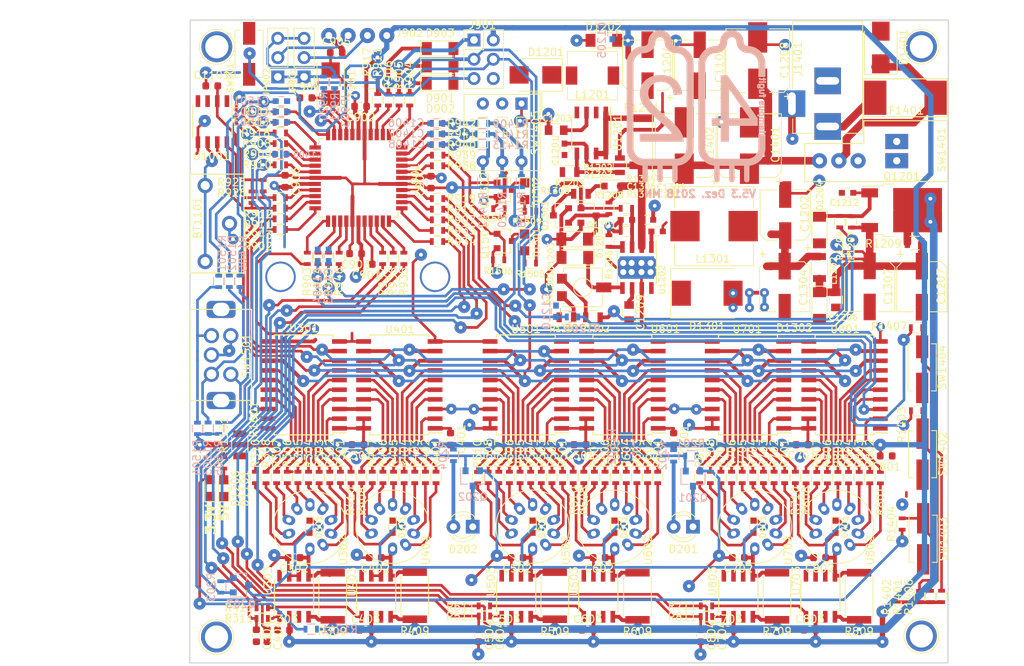
<source format=kicad_pcb>
(kicad_pcb (version 20171130) (host pcbnew "(5.1.2-1)-1")

  (general
    (thickness 1.6)
    (drawings 7)
    (tracks 2535)
    (zones 0)
    (modules 285)
    (nets 237)
  )

  (page A4)
  (layers
    (0 F.Cu signal)
    (31 B.Cu signal)
    (32 B.Adhes user)
    (33 F.Adhes user)
    (34 B.Paste user)
    (35 F.Paste user)
    (36 B.SilkS user)
    (37 F.SilkS user)
    (38 B.Mask user)
    (39 F.Mask user)
    (40 Dwgs.User user)
    (41 Cmts.User user)
    (42 Eco1.User user)
    (43 Eco2.User user)
    (44 Edge.Cuts user)
    (45 Margin user)
    (46 B.CrtYd user)
    (47 F.CrtYd user)
    (48 B.Fab user)
    (49 F.Fab user)
  )

  (setup
    (last_trace_width 0.35)
    (user_trace_width 0.2)
    (user_trace_width 0.25)
    (user_trace_width 0.3)
    (user_trace_width 0.35)
    (user_trace_width 0.5)
    (user_trace_width 0.7)
    (user_trace_width 1)
    (trace_clearance 0.1)
    (zone_clearance 0.8)
    (zone_45_only no)
    (trace_min 0.2)
    (via_size 1.6)
    (via_drill 0.9)
    (via_min_size 0.4)
    (via_min_drill 0.3)
    (user_via 1.2 0.8)
    (user_via 1.4 0.9)
    (uvia_size 0.3)
    (uvia_drill 0.1)
    (uvias_allowed no)
    (uvia_min_size 0.2)
    (uvia_min_drill 0.1)
    (edge_width 0.15)
    (segment_width 0.2)
    (pcb_text_width 0.3)
    (pcb_text_size 1.5 1.5)
    (mod_edge_width 0.15)
    (mod_text_size 1 1)
    (mod_text_width 0.15)
    (pad_size 4 1.6)
    (pad_drill 0)
    (pad_to_mask_clearance 0.2)
    (aux_axis_origin 0 0)
    (grid_origin 102.997 93.599)
    (visible_elements FFFFFF7F)
    (pcbplotparams
      (layerselection 0x00000_7fffffff)
      (usegerberextensions false)
      (usegerberattributes true)
      (usegerberadvancedattributes false)
      (creategerberjobfile false)
      (excludeedgelayer false)
      (linewidth 0.100000)
      (plotframeref false)
      (viasonmask false)
      (mode 1)
      (useauxorigin false)
      (hpglpennumber 1)
      (hpglpenspeed 20)
      (hpglpendiameter 15.000000)
      (psnegative false)
      (psa4output false)
      (plotreference false)
      (plotvalue false)
      (plotinvisibletext false)
      (padsonsilk true)
      (subtractmaskfromsilk false)
      (outputformat 5)
      (mirror true)
      (drillshape 1)
      (scaleselection 1)
      (outputdirectory "../../../Desktop/"))
  )

  (net 0 "")
  (net 1 "Net-(C802-Pad1)")
  (net 2 "Net-(C702-Pad1)")
  (net 3 "Net-(C602-Pad1)")
  (net 4 "Net-(C502-Pad1)")
  (net 5 "Net-(C402-Pad1)")
  (net 6 "Net-(C302-Pad1)")
  (net 7 VCC)
  (net 8 GND)
  (net 9 "Net-(R808-Pad2)")
  (net 10 "Net-(R807-Pad2)")
  (net 11 "Net-(R806-Pad2)")
  (net 12 "Net-(R805-Pad2)")
  (net 13 ~enable_Shiftregister)
  (net 14 "Net-(R804-Pad2)")
  (net 15 "Net-(R803-Pad2)")
  (net 16 "Net-(R802-Pad2)")
  (net 17 "Net-(R801-Pad2)")
  (net 18 "Net-(R701-Pad2)")
  (net 19 "Net-(R702-Pad2)")
  (net 20 "Net-(R703-Pad2)")
  (net 21 "Net-(R704-Pad2)")
  (net 22 "Net-(R705-Pad2)")
  (net 23 "Net-(R706-Pad2)")
  (net 24 "Net-(R707-Pad2)")
  (net 25 "Net-(R708-Pad2)")
  (net 26 "Net-(R608-Pad2)")
  (net 27 "Net-(R607-Pad2)")
  (net 28 "Net-(R606-Pad2)")
  (net 29 "Net-(R605-Pad2)")
  (net 30 "Net-(R604-Pad2)")
  (net 31 "Net-(R603-Pad2)")
  (net 32 "Net-(R602-Pad2)")
  (net 33 "Net-(R601-Pad2)")
  (net 34 "Net-(R501-Pad2)")
  (net 35 "Net-(R502-Pad2)")
  (net 36 "Net-(R503-Pad2)")
  (net 37 "Net-(R504-Pad2)")
  (net 38 "Net-(R505-Pad2)")
  (net 39 "Net-(R506-Pad2)")
  (net 40 "Net-(R507-Pad2)")
  (net 41 "Net-(R508-Pad2)")
  (net 42 "Net-(R408-Pad2)")
  (net 43 "Net-(R407-Pad2)")
  (net 44 "Net-(R406-Pad2)")
  (net 45 "Net-(R405-Pad2)")
  (net 46 "Net-(R404-Pad2)")
  (net 47 "Net-(R403-Pad2)")
  (net 48 "Net-(R402-Pad2)")
  (net 49 "Net-(R401-Pad2)")
  (net 50 "Net-(R301-Pad2)")
  (net 51 "Net-(R302-Pad2)")
  (net 52 "Net-(R303-Pad2)")
  (net 53 "Net-(R304-Pad2)")
  (net 54 "Net-(R305-Pad2)")
  (net 55 "Net-(R306-Pad2)")
  (net 56 "Net-(R307-Pad2)")
  (net 57 "Net-(R308-Pad2)")
  (net 58 /Tubes/sheet5BB3E86D/e)
  (net 59 /Tubes/sheet5BB3E86D/d)
  (net 60 /Tubes/sheet5BB3E86D/g)
  (net 61 /Tubes/sheet5BB3E86D/f)
  (net 62 /Tubes/sheet5BB3E86D/a)
  (net 63 /Tubes/sheet5BB3E86D/c)
  (net 64 /Tubes/sheet5BB3E86D/b)
  (net 65 /Tubes/sheet5BB3E86D/Dot)
  (net 66 /Tubes/sheet5BB3E86C/Dot)
  (net 67 /Tubes/sheet5BB3E86C/b)
  (net 68 /Tubes/sheet5BB3E86C/c)
  (net 69 /Tubes/sheet5BB3E86C/a)
  (net 70 /Tubes/sheet5BB3E86C/f)
  (net 71 /Tubes/sheet5BB3E86C/g)
  (net 72 /Tubes/sheet5BB3E86C/d)
  (net 73 /Tubes/sheet5BB3E86C/e)
  (net 74 /Tubes/sheet5BB3BB93/e)
  (net 75 /Tubes/sheet5BB3BB93/d)
  (net 76 /Tubes/sheet5BB3BB93/g)
  (net 77 /Tubes/sheet5BB3BB93/f)
  (net 78 /Tubes/sheet5BB3BB93/a)
  (net 79 /Tubes/sheet5BB3BB93/c)
  (net 80 /Tubes/sheet5BB3BB93/b)
  (net 81 /Tubes/sheet5BB3BB93/Dot)
  (net 82 /Tubes/sheet5BB36ADE/Dot)
  (net 83 /Tubes/sheet5BB36ADE/b)
  (net 84 /Tubes/sheet5BB36ADE/c)
  (net 85 /Tubes/sheet5BB36ADE/a)
  (net 86 /Tubes/sheet5BB36ADE/f)
  (net 87 /Tubes/sheet5BB36ADE/g)
  (net 88 /Tubes/sheet5BB36ADE/d)
  (net 89 /Tubes/sheet5BB36ADE/e)
  (net 90 /Tubes/sheet5BB32DC8/e)
  (net 91 /Tubes/sheet5BB32DC8/d)
  (net 92 /Tubes/sheet5BB32DC8/g)
  (net 93 /Tubes/sheet5BB32DC8/f)
  (net 94 /Tubes/sheet5BB32DC8/a)
  (net 95 /Tubes/sheet5BB32DC8/c)
  (net 96 /Tubes/sheet5BB32DC8/b)
  (net 97 /Tubes/sheet5BB32DC8/Dot)
  (net 98 /Tubes/IV-9_Tube/Dot)
  (net 99 /Tubes/IV-9_Tube/b)
  (net 100 /Tubes/IV-9_Tube/c)
  (net 101 /Tubes/IV-9_Tube/a)
  (net 102 /Tubes/IV-9_Tube/f)
  (net 103 /Tubes/IV-9_Tube/g)
  (net 104 /Tubes/IV-9_Tube/d)
  (net 105 /Tubes/IV-9_Tube/e)
  (net 106 /Tubes/sheet5BB3E86C/Data_in)
  (net 107 /Tubes/sheet5BB36ADE/Data_in)
  (net 108 /Tubes/sheet5BB3BB93/Data_in)
  (net 109 /Tubes/sheet5BB32DC8/Data_in)
  (net 110 /Tubes/IV-9_Tube/Data_in)
  (net 111 "Net-(R902-Pad2)")
  (net 112 "Net-(R914-Pad2)")
  (net 113 "Net-(R916-Pad2)")
  (net 114 "Net-(R915-Pad2)")
  (net 115 "Net-(R913-Pad2)")
  (net 116 "Net-(R912-Pad2)")
  (net 117 "Net-(R911-Pad2)")
  (net 118 "Net-(R910-Pad2)")
  (net 119 "Net-(R909-Pad2)")
  (net 120 "Net-(R908-Pad2)")
  (net 121 "Net-(R907-Pad2)")
  (net 122 clk)
  (net 123 "Net-(R906-Pad2)")
  (net 124 "Net-(R905-Pad2)")
  (net 125 MISO)
  (net 126 MOSI)
  (net 127 "Net-(R904-Pad2)")
  (net 128 "Net-(R903-Pad2)")
  (net 129 Currentsensing_Tube_6)
  (net 130 Currentsensing_Tube_5)
  (net 131 Currentsensing_Tube_4)
  (net 132 Currentsensing_Tube_3)
  (net 133 Currentsensing_Tube_2)
  (net 134 Currentsensing_Tube_1)
  (net 135 /uC/XTAL2)
  (net 136 /uC/XTAL1)
  (net 137 "Net-(C901-Pad1)")
  (net 138 "Net-(R921-Pad2)")
  (net 139 "Net-(R918-Pad2)")
  (net 140 "Net-(R920-Pad2)")
  (net 141 "Net-(R919-Pad2)")
  (net 142 SCL)
  (net 143 SDA)
  (net 144 +12V)
  (net 145 "Net-(R1201-Pad1)")
  (net 146 "Net-(C1203-Pad1)")
  (net 147 "Net-(R1202-Pad2)")
  (net 148 "Net-(R1302-Pad2)")
  (net 149 "Net-(R1303-Pad1)")
  (net 150 "/5V PSU /SwE")
  (net 151 "Net-(D1303-Pad1)")
  (net 152 "Net-(C1306-Pad1)")
  (net 153 "Net-(D1401-Pad1)")
  (net 154 "Net-(F1401-Pad2)")
  (net 155 reset_Shiftregister)
  (net 156 ~latch_Shiftregister)
  (net 157 Encoder_B)
  (net 158 "Net-(R1501-Pad1)")
  (net 159 "Net-(R1502-Pad1)")
  (net 160 Encoder_A)
  (net 161 Encoder_push)
  (net 162 "Net-(D202-Pad1)")
  (net 163 Dot)
  (net 164 "Net-(D201-Pad1)")
  (net 165 "Net-(D202-Pad2)")
  (net 166 "Net-(D201-Pad2)")
  (net 167 Tube_LED)
  (net 168 Rx)
  (net 169 Tx)
  (net 170 V_Bat)
  (net 171 /uC/~Reset_ISP)
  (net 172 "Net-(R411-Pad2)")
  (net 173 "Net-(R933-Pad2)")
  (net 174 "Net-(R711-Pad2)")
  (net 175 "Net-(R811-Pad2)")
  (net 176 "Net-(R934-Pad2)")
  (net 177 "Net-(R935-Pad2)")
  (net 178 "Net-(R311-Pad2)")
  (net 179 "Net-(R936-Pad2)")
  (net 180 "Net-(R611-Pad2)")
  (net 181 "Net-(R511-Pad2)")
  (net 182 "Net-(R937-Pad2)")
  (net 183 "Net-(R946-Pad2)")
  (net 184 "Net-(R945-Pad2)")
  (net 185 "Net-(R944-Pad2)")
  (net 186 "Net-(R943-Pad2)")
  (net 187 "Net-(R942-Pad2)")
  (net 188 "Net-(R941-Pad2)")
  (net 189 "Net-(R940-Pad2)")
  (net 190 "Net-(R939-Pad2)")
  (net 191 "Net-(R938-Pad2)")
  (net 192 /Tubes/IV-9_Tube/Tube_LED)
  (net 193 "Net-(D801-Pad2)")
  (net 194 "Net-(D401-Pad2)")
  (net 195 "Net-(D701-Pad2)")
  (net 196 "Net-(D601-Pad2)")
  (net 197 "Net-(D301-Pad2)")
  (net 198 "Net-(D501-Pad2)")
  (net 199 "Net-(R1402-Pad2)")
  (net 200 Button_B)
  (net 201 Button_A)
  (net 202 "Net-(R1401-Pad2)")
  (net 203 feedback_Tube_PSU)
  (net 204 enable_Tube_PSU)
  (net 205 "Net-(R1405-Pad2)")
  (net 206 "Net-(D1502-Pad1)")
  (net 207 Status_LED_c)
  (net 208 Status_LED_b)
  (net 209 "Net-(D1501-Pad1)")
  (net 210 "Net-(D1501-Pad2)")
  (net 211 "Net-(D1502-Pad2)")
  (net 212 "Net-(R1406-Pad2)")
  (net 213 Button_C)
  (net 214 DIP1)
  (net 215 "Net-(R1412-Pad2)")
  (net 216 DIP2)
  (net 217 "Net-(R1410-Pad2)")
  (net 218 DIP3)
  (net 219 "Net-(R1408-Pad2)")
  (net 220 "Net-(R1206-Pad1)")
  (net 221 "Net-(D1203-Pad1)")
  (net 222 "Net-(C1209-Pad1)")
  (net 223 "Net-(C1211-Pad2)")
  (net 224 "/3_3V PSU/V_Tube_ripple")
  (net 225 "/3_3V PSU/SW")
  (net 226 +3V3)
  (net 227 "Net-(C1212-Pad1)")
  (net 228 enable_Tube_Supply)
  (net 229 "Net-(C1206-Pad1)")
  (net 230 "Net-(J902-Pad2)")
  (net 231 "Net-(J902-Pad3)")
  (net 232 "Net-(D1205-Pad1)")
  (net 233 "Net-(Q1303-Pad3)")
  (net 234 "Net-(D1101-Pad2)")
  (net 235 "Net-(D1206-Pad2)")
  (net 236 SR_Read_Back_Data)

  (net_class Default "This is the default net class."
    (clearance 0.1)
    (trace_width 0.35)
    (via_dia 1.6)
    (via_drill 0.9)
    (uvia_dia 0.3)
    (uvia_drill 0.1)
    (add_net +12V)
    (add_net +3V3)
    (add_net "/3_3V PSU/SW")
    (add_net "/3_3V PSU/V_Tube_ripple")
    (add_net "/5V PSU /SwE")
    (add_net /Tubes/IV-9_Tube/Data_in)
    (add_net /Tubes/IV-9_Tube/Dot)
    (add_net /Tubes/IV-9_Tube/Tube_LED)
    (add_net /Tubes/IV-9_Tube/a)
    (add_net /Tubes/IV-9_Tube/b)
    (add_net /Tubes/IV-9_Tube/c)
    (add_net /Tubes/IV-9_Tube/d)
    (add_net /Tubes/IV-9_Tube/e)
    (add_net /Tubes/IV-9_Tube/f)
    (add_net /Tubes/IV-9_Tube/g)
    (add_net /Tubes/sheet5BB32DC8/Data_in)
    (add_net /Tubes/sheet5BB32DC8/Dot)
    (add_net /Tubes/sheet5BB32DC8/a)
    (add_net /Tubes/sheet5BB32DC8/b)
    (add_net /Tubes/sheet5BB32DC8/c)
    (add_net /Tubes/sheet5BB32DC8/d)
    (add_net /Tubes/sheet5BB32DC8/e)
    (add_net /Tubes/sheet5BB32DC8/f)
    (add_net /Tubes/sheet5BB32DC8/g)
    (add_net /Tubes/sheet5BB36ADE/Data_in)
    (add_net /Tubes/sheet5BB36ADE/Dot)
    (add_net /Tubes/sheet5BB36ADE/a)
    (add_net /Tubes/sheet5BB36ADE/b)
    (add_net /Tubes/sheet5BB36ADE/c)
    (add_net /Tubes/sheet5BB36ADE/d)
    (add_net /Tubes/sheet5BB36ADE/e)
    (add_net /Tubes/sheet5BB36ADE/f)
    (add_net /Tubes/sheet5BB36ADE/g)
    (add_net /Tubes/sheet5BB3BB93/Data_in)
    (add_net /Tubes/sheet5BB3BB93/Dot)
    (add_net /Tubes/sheet5BB3BB93/a)
    (add_net /Tubes/sheet5BB3BB93/b)
    (add_net /Tubes/sheet5BB3BB93/c)
    (add_net /Tubes/sheet5BB3BB93/d)
    (add_net /Tubes/sheet5BB3BB93/e)
    (add_net /Tubes/sheet5BB3BB93/f)
    (add_net /Tubes/sheet5BB3BB93/g)
    (add_net /Tubes/sheet5BB3E86C/Data_in)
    (add_net /Tubes/sheet5BB3E86C/Dot)
    (add_net /Tubes/sheet5BB3E86C/a)
    (add_net /Tubes/sheet5BB3E86C/b)
    (add_net /Tubes/sheet5BB3E86C/c)
    (add_net /Tubes/sheet5BB3E86C/d)
    (add_net /Tubes/sheet5BB3E86C/e)
    (add_net /Tubes/sheet5BB3E86C/f)
    (add_net /Tubes/sheet5BB3E86C/g)
    (add_net /Tubes/sheet5BB3E86D/Dot)
    (add_net /Tubes/sheet5BB3E86D/a)
    (add_net /Tubes/sheet5BB3E86D/b)
    (add_net /Tubes/sheet5BB3E86D/c)
    (add_net /Tubes/sheet5BB3E86D/d)
    (add_net /Tubes/sheet5BB3E86D/e)
    (add_net /Tubes/sheet5BB3E86D/f)
    (add_net /Tubes/sheet5BB3E86D/g)
    (add_net /uC/XTAL1)
    (add_net /uC/XTAL2)
    (add_net /uC/~Reset_ISP)
    (add_net Button_A)
    (add_net Button_B)
    (add_net Button_C)
    (add_net Currentsensing_Tube_1)
    (add_net Currentsensing_Tube_2)
    (add_net Currentsensing_Tube_3)
    (add_net Currentsensing_Tube_4)
    (add_net Currentsensing_Tube_5)
    (add_net Currentsensing_Tube_6)
    (add_net DIP1)
    (add_net DIP2)
    (add_net DIP3)
    (add_net Dot)
    (add_net Encoder_A)
    (add_net Encoder_B)
    (add_net Encoder_push)
    (add_net GND)
    (add_net MISO)
    (add_net MOSI)
    (add_net "Net-(C1203-Pad1)")
    (add_net "Net-(C1206-Pad1)")
    (add_net "Net-(C1209-Pad1)")
    (add_net "Net-(C1211-Pad2)")
    (add_net "Net-(C1212-Pad1)")
    (add_net "Net-(C1306-Pad1)")
    (add_net "Net-(C302-Pad1)")
    (add_net "Net-(C402-Pad1)")
    (add_net "Net-(C502-Pad1)")
    (add_net "Net-(C602-Pad1)")
    (add_net "Net-(C702-Pad1)")
    (add_net "Net-(C802-Pad1)")
    (add_net "Net-(C901-Pad1)")
    (add_net "Net-(D1101-Pad2)")
    (add_net "Net-(D1203-Pad1)")
    (add_net "Net-(D1205-Pad1)")
    (add_net "Net-(D1206-Pad2)")
    (add_net "Net-(D1303-Pad1)")
    (add_net "Net-(D1401-Pad1)")
    (add_net "Net-(D1501-Pad1)")
    (add_net "Net-(D1501-Pad2)")
    (add_net "Net-(D1502-Pad1)")
    (add_net "Net-(D1502-Pad2)")
    (add_net "Net-(D201-Pad1)")
    (add_net "Net-(D201-Pad2)")
    (add_net "Net-(D202-Pad1)")
    (add_net "Net-(D202-Pad2)")
    (add_net "Net-(D301-Pad2)")
    (add_net "Net-(D401-Pad2)")
    (add_net "Net-(D501-Pad2)")
    (add_net "Net-(D601-Pad2)")
    (add_net "Net-(D701-Pad2)")
    (add_net "Net-(D801-Pad2)")
    (add_net "Net-(F1401-Pad2)")
    (add_net "Net-(J902-Pad2)")
    (add_net "Net-(J902-Pad3)")
    (add_net "Net-(Q1303-Pad3)")
    (add_net "Net-(R1201-Pad1)")
    (add_net "Net-(R1202-Pad2)")
    (add_net "Net-(R1206-Pad1)")
    (add_net "Net-(R1302-Pad2)")
    (add_net "Net-(R1303-Pad1)")
    (add_net "Net-(R1401-Pad2)")
    (add_net "Net-(R1402-Pad2)")
    (add_net "Net-(R1405-Pad2)")
    (add_net "Net-(R1406-Pad2)")
    (add_net "Net-(R1408-Pad2)")
    (add_net "Net-(R1410-Pad2)")
    (add_net "Net-(R1412-Pad2)")
    (add_net "Net-(R1501-Pad1)")
    (add_net "Net-(R1502-Pad1)")
    (add_net "Net-(R301-Pad2)")
    (add_net "Net-(R302-Pad2)")
    (add_net "Net-(R303-Pad2)")
    (add_net "Net-(R304-Pad2)")
    (add_net "Net-(R305-Pad2)")
    (add_net "Net-(R306-Pad2)")
    (add_net "Net-(R307-Pad2)")
    (add_net "Net-(R308-Pad2)")
    (add_net "Net-(R311-Pad2)")
    (add_net "Net-(R401-Pad2)")
    (add_net "Net-(R402-Pad2)")
    (add_net "Net-(R403-Pad2)")
    (add_net "Net-(R404-Pad2)")
    (add_net "Net-(R405-Pad2)")
    (add_net "Net-(R406-Pad2)")
    (add_net "Net-(R407-Pad2)")
    (add_net "Net-(R408-Pad2)")
    (add_net "Net-(R411-Pad2)")
    (add_net "Net-(R501-Pad2)")
    (add_net "Net-(R502-Pad2)")
    (add_net "Net-(R503-Pad2)")
    (add_net "Net-(R504-Pad2)")
    (add_net "Net-(R505-Pad2)")
    (add_net "Net-(R506-Pad2)")
    (add_net "Net-(R507-Pad2)")
    (add_net "Net-(R508-Pad2)")
    (add_net "Net-(R511-Pad2)")
    (add_net "Net-(R601-Pad2)")
    (add_net "Net-(R602-Pad2)")
    (add_net "Net-(R603-Pad2)")
    (add_net "Net-(R604-Pad2)")
    (add_net "Net-(R605-Pad2)")
    (add_net "Net-(R606-Pad2)")
    (add_net "Net-(R607-Pad2)")
    (add_net "Net-(R608-Pad2)")
    (add_net "Net-(R611-Pad2)")
    (add_net "Net-(R701-Pad2)")
    (add_net "Net-(R702-Pad2)")
    (add_net "Net-(R703-Pad2)")
    (add_net "Net-(R704-Pad2)")
    (add_net "Net-(R705-Pad2)")
    (add_net "Net-(R706-Pad2)")
    (add_net "Net-(R707-Pad2)")
    (add_net "Net-(R708-Pad2)")
    (add_net "Net-(R711-Pad2)")
    (add_net "Net-(R801-Pad2)")
    (add_net "Net-(R802-Pad2)")
    (add_net "Net-(R803-Pad2)")
    (add_net "Net-(R804-Pad2)")
    (add_net "Net-(R805-Pad2)")
    (add_net "Net-(R806-Pad2)")
    (add_net "Net-(R807-Pad2)")
    (add_net "Net-(R808-Pad2)")
    (add_net "Net-(R811-Pad2)")
    (add_net "Net-(R902-Pad2)")
    (add_net "Net-(R903-Pad2)")
    (add_net "Net-(R904-Pad2)")
    (add_net "Net-(R905-Pad2)")
    (add_net "Net-(R906-Pad2)")
    (add_net "Net-(R907-Pad2)")
    (add_net "Net-(R908-Pad2)")
    (add_net "Net-(R909-Pad2)")
    (add_net "Net-(R910-Pad2)")
    (add_net "Net-(R911-Pad2)")
    (add_net "Net-(R912-Pad2)")
    (add_net "Net-(R913-Pad2)")
    (add_net "Net-(R914-Pad2)")
    (add_net "Net-(R915-Pad2)")
    (add_net "Net-(R916-Pad2)")
    (add_net "Net-(R918-Pad2)")
    (add_net "Net-(R919-Pad2)")
    (add_net "Net-(R920-Pad2)")
    (add_net "Net-(R921-Pad2)")
    (add_net "Net-(R933-Pad2)")
    (add_net "Net-(R934-Pad2)")
    (add_net "Net-(R935-Pad2)")
    (add_net "Net-(R936-Pad2)")
    (add_net "Net-(R937-Pad2)")
    (add_net "Net-(R938-Pad2)")
    (add_net "Net-(R939-Pad2)")
    (add_net "Net-(R940-Pad2)")
    (add_net "Net-(R941-Pad2)")
    (add_net "Net-(R942-Pad2)")
    (add_net "Net-(R943-Pad2)")
    (add_net "Net-(R944-Pad2)")
    (add_net "Net-(R945-Pad2)")
    (add_net "Net-(R946-Pad2)")
    (add_net "Net-(SW1401-Pad3)")
    (add_net "Net-(U1001-Pad1)")
    (add_net "Net-(U1001-Pad3)")
    (add_net "Net-(U1001-Pad4)")
    (add_net "Net-(U303-Pad4)")
    (add_net "Net-(U403-Pad4)")
    (add_net "Net-(U503-Pad4)")
    (add_net "Net-(U603-Pad4)")
    (add_net "Net-(U703-Pad4)")
    (add_net "Net-(U803-Pad4)")
    (add_net Rx)
    (add_net SCL)
    (add_net SDA)
    (add_net SR_Read_Back_Data)
    (add_net Status_LED_b)
    (add_net Status_LED_c)
    (add_net Tube_LED)
    (add_net Tx)
    (add_net VCC)
    (add_net V_Bat)
    (add_net clk)
    (add_net enable_Tube_PSU)
    (add_net enable_Tube_Supply)
    (add_net feedback_Tube_PSU)
    (add_net reset_Shiftregister)
    (add_net ~enable_Shiftregister)
    (add_net ~latch_Shiftregister)
  )

  (net_class Antenna ""
    (clearance 0.3)
    (trace_width 1.40626)
    (via_dia 1.6)
    (via_drill 0.9)
    (uvia_dia 0.3)
    (uvia_drill 0.1)
  )

  (module Capacitor_SMD:C_0603_1608Metric (layer F.Cu) (tedit 5B301BBE) (tstamp 5BE476AA)
    (at 92.0489 33.1724)
    (descr "Capacitor SMD 0603 (1608 Metric), square (rectangular) end terminal, IPC_7351 nominal, (Body size source: http://www.tortai-tech.com/upload/download/2011102023233369053.pdf), generated with kicad-footprint-generator")
    (tags capacitor)
    (path /5BB6494F/5BB64C0D)
    (attr smd)
    (fp_text reference C1101 (at 0 -1.43) (layer F.SilkS)
      (effects (font (size 1 1) (thickness 0.15)))
    )
    (fp_text value 100nF (at 0 1.43) (layer F.Fab)
      (effects (font (size 1 1) (thickness 0.15)))
    )
    (fp_text user %R (at 0 0) (layer F.Fab)
      (effects (font (size 0.4 0.4) (thickness 0.06)))
    )
    (fp_line (start 1.48 0.73) (end -1.48 0.73) (layer F.CrtYd) (width 0.05))
    (fp_line (start 1.48 -0.73) (end 1.48 0.73) (layer F.CrtYd) (width 0.05))
    (fp_line (start -1.48 -0.73) (end 1.48 -0.73) (layer F.CrtYd) (width 0.05))
    (fp_line (start -1.48 0.73) (end -1.48 -0.73) (layer F.CrtYd) (width 0.05))
    (fp_line (start -0.162779 0.51) (end 0.162779 0.51) (layer F.SilkS) (width 0.12))
    (fp_line (start -0.162779 -0.51) (end 0.162779 -0.51) (layer F.SilkS) (width 0.12))
    (fp_line (start 0.8 0.4) (end -0.8 0.4) (layer F.Fab) (width 0.1))
    (fp_line (start 0.8 -0.4) (end 0.8 0.4) (layer F.Fab) (width 0.1))
    (fp_line (start -0.8 -0.4) (end 0.8 -0.4) (layer F.Fab) (width 0.1))
    (fp_line (start -0.8 0.4) (end -0.8 -0.4) (layer F.Fab) (width 0.1))
    (pad 2 smd roundrect (at 0.7875 0) (size 0.875 0.95) (layers F.Cu F.Paste F.Mask) (roundrect_rratio 0.25)
      (net 7 VCC))
    (pad 1 smd roundrect (at -0.7875 0) (size 0.875 0.95) (layers F.Cu F.Paste F.Mask) (roundrect_rratio 0.25)
      (net 8 GND))
    (model ${KISYS3DMOD}/Capacitor_SMD.3dshapes/C_0603_1608Metric.wrl
      (at (xyz 0 0 0))
      (scale (xyz 1 1 1))
      (rotate (xyz 0 0 0))
    )
  )

  (module Capacitor_SMD:C_0603_1608Metric (layer F.Cu) (tedit 5B301BBE) (tstamp 5BCC84E6)
    (at 120.8659 45.835 90)
    (descr "Capacitor SMD 0603 (1608 Metric), square (rectangular) end terminal, IPC_7351 nominal, (Body size source: http://www.tortai-tech.com/upload/download/2011102023233369053.pdf), generated with kicad-footprint-generator")
    (tags capacitor)
    (path /5BB48B05/5BC6B34B)
    (attr smd)
    (fp_text reference C907 (at 0 -1.43 90) (layer F.SilkS)
      (effects (font (size 1 1) (thickness 0.15)))
    )
    (fp_text value 100nF (at 0 1.43 90) (layer F.Fab)
      (effects (font (size 1 1) (thickness 0.15)))
    )
    (fp_text user %R (at 0 0 90) (layer F.Fab)
      (effects (font (size 0.4 0.4) (thickness 0.06)))
    )
    (fp_line (start 1.48 0.73) (end -1.48 0.73) (layer F.CrtYd) (width 0.05))
    (fp_line (start 1.48 -0.73) (end 1.48 0.73) (layer F.CrtYd) (width 0.05))
    (fp_line (start -1.48 -0.73) (end 1.48 -0.73) (layer F.CrtYd) (width 0.05))
    (fp_line (start -1.48 0.73) (end -1.48 -0.73) (layer F.CrtYd) (width 0.05))
    (fp_line (start -0.162779 0.51) (end 0.162779 0.51) (layer F.SilkS) (width 0.12))
    (fp_line (start -0.162779 -0.51) (end 0.162779 -0.51) (layer F.SilkS) (width 0.12))
    (fp_line (start 0.8 0.4) (end -0.8 0.4) (layer F.Fab) (width 0.1))
    (fp_line (start 0.8 -0.4) (end 0.8 0.4) (layer F.Fab) (width 0.1))
    (fp_line (start -0.8 -0.4) (end 0.8 -0.4) (layer F.Fab) (width 0.1))
    (fp_line (start -0.8 0.4) (end -0.8 -0.4) (layer F.Fab) (width 0.1))
    (pad 2 smd roundrect (at 0.7875 0 90) (size 0.875 0.95) (layers F.Cu F.Paste F.Mask) (roundrect_rratio 0.25)
      (net 8 GND))
    (pad 1 smd roundrect (at -0.7875 0 90) (size 0.875 0.95) (layers F.Cu F.Paste F.Mask) (roundrect_rratio 0.25)
      (net 7 VCC))
    (model ${KISYS3DMOD}/Capacitor_SMD.3dshapes/C_0603_1608Metric.wrl
      (at (xyz 0 0 0))
      (scale (xyz 1 1 1))
      (rotate (xyz 0 0 0))
    )
  )

  (module Capacitor_SMD:C_0603_1608Metric (layer F.Cu) (tedit 5B301BBE) (tstamp 5BCC8516)
    (at 101.6889 45.72 270)
    (descr "Capacitor SMD 0603 (1608 Metric), square (rectangular) end terminal, IPC_7351 nominal, (Body size source: http://www.tortai-tech.com/upload/download/2011102023233369053.pdf), generated with kicad-footprint-generator")
    (tags capacitor)
    (path /5BB48B05/5BC6B3DE)
    (attr smd)
    (fp_text reference C906 (at 0 -1.43 90) (layer F.SilkS)
      (effects (font (size 1 1) (thickness 0.15)))
    )
    (fp_text value 100nF (at 0 1.43 90) (layer F.Fab)
      (effects (font (size 1 1) (thickness 0.15)))
    )
    (fp_text user %R (at 0 0 90) (layer F.Fab)
      (effects (font (size 0.4 0.4) (thickness 0.06)))
    )
    (fp_line (start 1.48 0.73) (end -1.48 0.73) (layer F.CrtYd) (width 0.05))
    (fp_line (start 1.48 -0.73) (end 1.48 0.73) (layer F.CrtYd) (width 0.05))
    (fp_line (start -1.48 -0.73) (end 1.48 -0.73) (layer F.CrtYd) (width 0.05))
    (fp_line (start -1.48 0.73) (end -1.48 -0.73) (layer F.CrtYd) (width 0.05))
    (fp_line (start -0.162779 0.51) (end 0.162779 0.51) (layer F.SilkS) (width 0.12))
    (fp_line (start -0.162779 -0.51) (end 0.162779 -0.51) (layer F.SilkS) (width 0.12))
    (fp_line (start 0.8 0.4) (end -0.8 0.4) (layer F.Fab) (width 0.1))
    (fp_line (start 0.8 -0.4) (end 0.8 0.4) (layer F.Fab) (width 0.1))
    (fp_line (start -0.8 -0.4) (end 0.8 -0.4) (layer F.Fab) (width 0.1))
    (fp_line (start -0.8 0.4) (end -0.8 -0.4) (layer F.Fab) (width 0.1))
    (pad 2 smd roundrect (at 0.7875 0 270) (size 0.875 0.95) (layers F.Cu F.Paste F.Mask) (roundrect_rratio 0.25)
      (net 8 GND))
    (pad 1 smd roundrect (at -0.7875 0 270) (size 0.875 0.95) (layers F.Cu F.Paste F.Mask) (roundrect_rratio 0.25)
      (net 7 VCC))
    (model ${KISYS3DMOD}/Capacitor_SMD.3dshapes/C_0603_1608Metric.wrl
      (at (xyz 0 0 0))
      (scale (xyz 1 1 1))
      (rotate (xyz 0 0 0))
    )
  )

  (module Capacitor_SMD:C_0603_1608Metric (layer F.Cu) (tedit 5B301BBE) (tstamp 5BB891B4)
    (at 108.4199 28.7909)
    (descr "Capacitor SMD 0603 (1608 Metric), square (rectangular) end terminal, IPC_7351 nominal, (Body size source: http://www.tortai-tech.com/upload/download/2011102023233369053.pdf), generated with kicad-footprint-generator")
    (tags capacitor)
    (path /5BB48B05/5BB3A72A)
    (attr smd)
    (fp_text reference C905 (at 0 -1.43) (layer F.SilkS)
      (effects (font (size 1 1) (thickness 0.15)))
    )
    (fp_text value 22pF (at 0 1.43) (layer F.Fab)
      (effects (font (size 1 1) (thickness 0.15)))
    )
    (fp_text user %R (at 0 0) (layer F.Fab)
      (effects (font (size 0.4 0.4) (thickness 0.06)))
    )
    (fp_line (start 1.48 0.73) (end -1.48 0.73) (layer F.CrtYd) (width 0.05))
    (fp_line (start 1.48 -0.73) (end 1.48 0.73) (layer F.CrtYd) (width 0.05))
    (fp_line (start -1.48 -0.73) (end 1.48 -0.73) (layer F.CrtYd) (width 0.05))
    (fp_line (start -1.48 0.73) (end -1.48 -0.73) (layer F.CrtYd) (width 0.05))
    (fp_line (start -0.162779 0.51) (end 0.162779 0.51) (layer F.SilkS) (width 0.12))
    (fp_line (start -0.162779 -0.51) (end 0.162779 -0.51) (layer F.SilkS) (width 0.12))
    (fp_line (start 0.8 0.4) (end -0.8 0.4) (layer F.Fab) (width 0.1))
    (fp_line (start 0.8 -0.4) (end 0.8 0.4) (layer F.Fab) (width 0.1))
    (fp_line (start -0.8 -0.4) (end 0.8 -0.4) (layer F.Fab) (width 0.1))
    (fp_line (start -0.8 0.4) (end -0.8 -0.4) (layer F.Fab) (width 0.1))
    (pad 2 smd roundrect (at 0.7875 0) (size 0.875 0.95) (layers F.Cu F.Paste F.Mask) (roundrect_rratio 0.25)
      (net 8 GND))
    (pad 1 smd roundrect (at -0.7875 0) (size 0.875 0.95) (layers F.Cu F.Paste F.Mask) (roundrect_rratio 0.25)
      (net 135 /uC/XTAL2))
    (model ${KISYS3DMOD}/Capacitor_SMD.3dshapes/C_0603_1608Metric.wrl
      (at (xyz 0 0 0))
      (scale (xyz 1 1 1))
      (rotate (xyz 0 0 0))
    )
  )

  (module Capacitor_SMD:C_0603_1608Metric (layer F.Cu) (tedit 5B301BBE) (tstamp 5BC3DD04)
    (at 104.4194 34.7465)
    (descr "Capacitor SMD 0603 (1608 Metric), square (rectangular) end terminal, IPC_7351 nominal, (Body size source: http://www.tortai-tech.com/upload/download/2011102023233369053.pdf), generated with kicad-footprint-generator")
    (tags capacitor)
    (path /5BB48B05/5BB3A69F)
    (attr smd)
    (fp_text reference C904 (at 0 -1.43) (layer F.SilkS)
      (effects (font (size 1 1) (thickness 0.15)))
    )
    (fp_text value 22pF (at 0 1.43) (layer F.Fab)
      (effects (font (size 1 1) (thickness 0.15)))
    )
    (fp_text user %R (at 0 0) (layer F.Fab)
      (effects (font (size 0.4 0.4) (thickness 0.06)))
    )
    (fp_line (start 1.48 0.73) (end -1.48 0.73) (layer F.CrtYd) (width 0.05))
    (fp_line (start 1.48 -0.73) (end 1.48 0.73) (layer F.CrtYd) (width 0.05))
    (fp_line (start -1.48 -0.73) (end 1.48 -0.73) (layer F.CrtYd) (width 0.05))
    (fp_line (start -1.48 0.73) (end -1.48 -0.73) (layer F.CrtYd) (width 0.05))
    (fp_line (start -0.162779 0.51) (end 0.162779 0.51) (layer F.SilkS) (width 0.12))
    (fp_line (start -0.162779 -0.51) (end 0.162779 -0.51) (layer F.SilkS) (width 0.12))
    (fp_line (start 0.8 0.4) (end -0.8 0.4) (layer F.Fab) (width 0.1))
    (fp_line (start 0.8 -0.4) (end 0.8 0.4) (layer F.Fab) (width 0.1))
    (fp_line (start -0.8 -0.4) (end 0.8 -0.4) (layer F.Fab) (width 0.1))
    (fp_line (start -0.8 0.4) (end -0.8 -0.4) (layer F.Fab) (width 0.1))
    (pad 2 smd roundrect (at 0.7875 0) (size 0.875 0.95) (layers F.Cu F.Paste F.Mask) (roundrect_rratio 0.25)
      (net 136 /uC/XTAL1))
    (pad 1 smd roundrect (at -0.7875 0) (size 0.875 0.95) (layers F.Cu F.Paste F.Mask) (roundrect_rratio 0.25)
      (net 8 GND))
    (model ${KISYS3DMOD}/Capacitor_SMD.3dshapes/C_0603_1608Metric.wrl
      (at (xyz 0 0 0))
      (scale (xyz 1 1 1))
      (rotate (xyz 0 0 0))
    )
  )

  (module Capacitor_SMD:C_0603_1608Metric (layer F.Cu) (tedit 5B301BBE) (tstamp 5BCC7FBB)
    (at 110.9599 55.245 180)
    (descr "Capacitor SMD 0603 (1608 Metric), square (rectangular) end terminal, IPC_7351 nominal, (Body size source: http://www.tortai-tech.com/upload/download/2011102023233369053.pdf), generated with kicad-footprint-generator")
    (tags capacitor)
    (path /5BB48B05/5BB39CC9)
    (attr smd)
    (fp_text reference C903 (at 0 -1.43) (layer F.SilkS)
      (effects (font (size 1 1) (thickness 0.15)))
    )
    (fp_text value 100nF (at 0 1.43) (layer F.Fab)
      (effects (font (size 1 1) (thickness 0.15)))
    )
    (fp_text user %R (at 0 0) (layer F.Fab)
      (effects (font (size 0.4 0.4) (thickness 0.06)))
    )
    (fp_line (start 1.48 0.73) (end -1.48 0.73) (layer F.CrtYd) (width 0.05))
    (fp_line (start 1.48 -0.73) (end 1.48 0.73) (layer F.CrtYd) (width 0.05))
    (fp_line (start -1.48 -0.73) (end 1.48 -0.73) (layer F.CrtYd) (width 0.05))
    (fp_line (start -1.48 0.73) (end -1.48 -0.73) (layer F.CrtYd) (width 0.05))
    (fp_line (start -0.162779 0.51) (end 0.162779 0.51) (layer F.SilkS) (width 0.12))
    (fp_line (start -0.162779 -0.51) (end 0.162779 -0.51) (layer F.SilkS) (width 0.12))
    (fp_line (start 0.8 0.4) (end -0.8 0.4) (layer F.Fab) (width 0.1))
    (fp_line (start 0.8 -0.4) (end 0.8 0.4) (layer F.Fab) (width 0.1))
    (fp_line (start -0.8 -0.4) (end 0.8 -0.4) (layer F.Fab) (width 0.1))
    (fp_line (start -0.8 0.4) (end -0.8 -0.4) (layer F.Fab) (width 0.1))
    (pad 2 smd roundrect (at 0.7875 0 180) (size 0.875 0.95) (layers F.Cu F.Paste F.Mask) (roundrect_rratio 0.25)
      (net 7 VCC))
    (pad 1 smd roundrect (at -0.7875 0 180) (size 0.875 0.95) (layers F.Cu F.Paste F.Mask) (roundrect_rratio 0.25)
      (net 8 GND))
    (model ${KISYS3DMOD}/Capacitor_SMD.3dshapes/C_0603_1608Metric.wrl
      (at (xyz 0 0 0))
      (scale (xyz 1 1 1))
      (rotate (xyz 0 0 0))
    )
  )

  (module Capacitor_SMD:C_0603_1608Metric (layer F.Cu) (tedit 5B301BBE) (tstamp 5BCC7FEB)
    (at 111.6196 35.8775 180)
    (descr "Capacitor SMD 0603 (1608 Metric), square (rectangular) end terminal, IPC_7351 nominal, (Body size source: http://www.tortai-tech.com/upload/download/2011102023233369053.pdf), generated with kicad-footprint-generator")
    (tags capacitor)
    (path /5BB48B05/5BB3A26C)
    (attr smd)
    (fp_text reference C902 (at 0 -1.43) (layer F.SilkS)
      (effects (font (size 1 1) (thickness 0.15)))
    )
    (fp_text value 100nF (at 0 1.43) (layer F.Fab)
      (effects (font (size 1 1) (thickness 0.15)))
    )
    (fp_text user %R (at 0 0) (layer F.Fab)
      (effects (font (size 0.4 0.4) (thickness 0.06)))
    )
    (fp_line (start 1.48 0.73) (end -1.48 0.73) (layer F.CrtYd) (width 0.05))
    (fp_line (start 1.48 -0.73) (end 1.48 0.73) (layer F.CrtYd) (width 0.05))
    (fp_line (start -1.48 -0.73) (end 1.48 -0.73) (layer F.CrtYd) (width 0.05))
    (fp_line (start -1.48 0.73) (end -1.48 -0.73) (layer F.CrtYd) (width 0.05))
    (fp_line (start -0.162779 0.51) (end 0.162779 0.51) (layer F.SilkS) (width 0.12))
    (fp_line (start -0.162779 -0.51) (end 0.162779 -0.51) (layer F.SilkS) (width 0.12))
    (fp_line (start 0.8 0.4) (end -0.8 0.4) (layer F.Fab) (width 0.1))
    (fp_line (start 0.8 -0.4) (end 0.8 0.4) (layer F.Fab) (width 0.1))
    (fp_line (start -0.8 -0.4) (end 0.8 -0.4) (layer F.Fab) (width 0.1))
    (fp_line (start -0.8 0.4) (end -0.8 -0.4) (layer F.Fab) (width 0.1))
    (pad 2 smd roundrect (at 0.7875 0 180) (size 0.875 0.95) (layers F.Cu F.Paste F.Mask) (roundrect_rratio 0.25)
      (net 8 GND))
    (pad 1 smd roundrect (at -0.7875 0 180) (size 0.875 0.95) (layers F.Cu F.Paste F.Mask) (roundrect_rratio 0.25)
      (net 7 VCC))
    (model ${KISYS3DMOD}/Capacitor_SMD.3dshapes/C_0603_1608Metric.wrl
      (at (xyz 0 0 0))
      (scale (xyz 1 1 1))
      (rotate (xyz 0 0 0))
    )
  )

  (module Capacitor_SMD:C_0603_1608Metric (layer F.Cu) (tedit 5B301BBE) (tstamp 5BCC801B)
    (at 112.3689 56.642 180)
    (descr "Capacitor SMD 0603 (1608 Metric), square (rectangular) end terminal, IPC_7351 nominal, (Body size source: http://www.tortai-tech.com/upload/download/2011102023233369053.pdf), generated with kicad-footprint-generator")
    (tags capacitor)
    (path /5BB48B05/5BB3A35B)
    (attr smd)
    (fp_text reference C901 (at 0 -1.43) (layer F.SilkS)
      (effects (font (size 1 1) (thickness 0.15)))
    )
    (fp_text value 100nF (at 0 1.43) (layer F.Fab)
      (effects (font (size 1 1) (thickness 0.15)))
    )
    (fp_text user %R (at 0 0) (layer F.Fab)
      (effects (font (size 0.4 0.4) (thickness 0.06)))
    )
    (fp_line (start 1.48 0.73) (end -1.48 0.73) (layer F.CrtYd) (width 0.05))
    (fp_line (start 1.48 -0.73) (end 1.48 0.73) (layer F.CrtYd) (width 0.05))
    (fp_line (start -1.48 -0.73) (end 1.48 -0.73) (layer F.CrtYd) (width 0.05))
    (fp_line (start -1.48 0.73) (end -1.48 -0.73) (layer F.CrtYd) (width 0.05))
    (fp_line (start -0.162779 0.51) (end 0.162779 0.51) (layer F.SilkS) (width 0.12))
    (fp_line (start -0.162779 -0.51) (end 0.162779 -0.51) (layer F.SilkS) (width 0.12))
    (fp_line (start 0.8 0.4) (end -0.8 0.4) (layer F.Fab) (width 0.1))
    (fp_line (start 0.8 -0.4) (end 0.8 0.4) (layer F.Fab) (width 0.1))
    (fp_line (start -0.8 -0.4) (end 0.8 -0.4) (layer F.Fab) (width 0.1))
    (fp_line (start -0.8 0.4) (end -0.8 -0.4) (layer F.Fab) (width 0.1))
    (pad 2 smd roundrect (at 0.7875 0 180) (size 0.875 0.95) (layers F.Cu F.Paste F.Mask) (roundrect_rratio 0.25)
      (net 8 GND))
    (pad 1 smd roundrect (at -0.7875 0 180) (size 0.875 0.95) (layers F.Cu F.Paste F.Mask) (roundrect_rratio 0.25)
      (net 137 "Net-(C901-Pad1)"))
    (model ${KISYS3DMOD}/Capacitor_SMD.3dshapes/C_0603_1608Metric.wrl
      (at (xyz 0 0 0))
      (scale (xyz 1 1 1))
      (rotate (xyz 0 0 0))
    )
  )

  (module Capacitor_SMD:C_0603_1608Metric (layer F.Cu) (tedit 5B301BBE) (tstamp 5BCC38AC)
    (at 156.337 105.525 270)
    (descr "Capacitor SMD 0603 (1608 Metric), square (rectangular) end terminal, IPC_7351 nominal, (Body size source: http://www.tortai-tech.com/upload/download/2011102023233369053.pdf), generated with kicad-footprint-generator")
    (tags capacitor)
    (path /5BB1F5A4/5BB3E878/5BC237F5)
    (attr smd)
    (fp_text reference C804 (at 0 -1.43 90) (layer F.SilkS)
      (effects (font (size 1 1) (thickness 0.15)))
    )
    (fp_text value 100nF (at 0 1.43 90) (layer F.Fab)
      (effects (font (size 1 1) (thickness 0.15)))
    )
    (fp_text user %R (at 0 0 90) (layer F.Fab)
      (effects (font (size 0.4 0.4) (thickness 0.06)))
    )
    (fp_line (start 1.48 0.73) (end -1.48 0.73) (layer F.CrtYd) (width 0.05))
    (fp_line (start 1.48 -0.73) (end 1.48 0.73) (layer F.CrtYd) (width 0.05))
    (fp_line (start -1.48 -0.73) (end 1.48 -0.73) (layer F.CrtYd) (width 0.05))
    (fp_line (start -1.48 0.73) (end -1.48 -0.73) (layer F.CrtYd) (width 0.05))
    (fp_line (start -0.162779 0.51) (end 0.162779 0.51) (layer F.SilkS) (width 0.12))
    (fp_line (start -0.162779 -0.51) (end 0.162779 -0.51) (layer F.SilkS) (width 0.12))
    (fp_line (start 0.8 0.4) (end -0.8 0.4) (layer F.Fab) (width 0.1))
    (fp_line (start 0.8 -0.4) (end 0.8 0.4) (layer F.Fab) (width 0.1))
    (fp_line (start -0.8 -0.4) (end 0.8 -0.4) (layer F.Fab) (width 0.1))
    (fp_line (start -0.8 0.4) (end -0.8 -0.4) (layer F.Fab) (width 0.1))
    (pad 2 smd roundrect (at 0.7875 0 270) (size 0.875 0.95) (layers F.Cu F.Paste F.Mask) (roundrect_rratio 0.25)
      (net 8 GND))
    (pad 1 smd roundrect (at -0.7875 0 270) (size 0.875 0.95) (layers F.Cu F.Paste F.Mask) (roundrect_rratio 0.25)
      (net 130 Currentsensing_Tube_5))
    (model ${KISYS3DMOD}/Capacitor_SMD.3dshapes/C_0603_1608Metric.wrl
      (at (xyz 0 0 0))
      (scale (xyz 1 1 1))
      (rotate (xyz 0 0 0))
    )
  )

  (module Capacitor_SMD:C_0603_1608Metric (layer F.Cu) (tedit 5B301BBE) (tstamp 5BB39C36)
    (at 170.7 104.775)
    (descr "Capacitor SMD 0603 (1608 Metric), square (rectangular) end terminal, IPC_7351 nominal, (Body size source: http://www.tortai-tech.com/upload/download/2011102023233369053.pdf), generated with kicad-footprint-generator")
    (tags capacitor)
    (path /5BB1F5A4/5BB3E878/5BBBEA7E)
    (attr smd)
    (fp_text reference C803 (at 0 -1.43) (layer F.SilkS)
      (effects (font (size 1 1) (thickness 0.15)))
    )
    (fp_text value 100nF (at 0 1.43) (layer F.Fab)
      (effects (font (size 1 1) (thickness 0.15)))
    )
    (fp_text user %R (at 0 0) (layer F.Fab)
      (effects (font (size 0.4 0.4) (thickness 0.06)))
    )
    (fp_line (start 1.48 0.73) (end -1.48 0.73) (layer F.CrtYd) (width 0.05))
    (fp_line (start 1.48 -0.73) (end 1.48 0.73) (layer F.CrtYd) (width 0.05))
    (fp_line (start -1.48 -0.73) (end 1.48 -0.73) (layer F.CrtYd) (width 0.05))
    (fp_line (start -1.48 0.73) (end -1.48 -0.73) (layer F.CrtYd) (width 0.05))
    (fp_line (start -0.162779 0.51) (end 0.162779 0.51) (layer F.SilkS) (width 0.12))
    (fp_line (start -0.162779 -0.51) (end 0.162779 -0.51) (layer F.SilkS) (width 0.12))
    (fp_line (start 0.8 0.4) (end -0.8 0.4) (layer F.Fab) (width 0.1))
    (fp_line (start 0.8 -0.4) (end 0.8 0.4) (layer F.Fab) (width 0.1))
    (fp_line (start -0.8 -0.4) (end 0.8 -0.4) (layer F.Fab) (width 0.1))
    (fp_line (start -0.8 0.4) (end -0.8 -0.4) (layer F.Fab) (width 0.1))
    (pad 2 smd roundrect (at 0.7875 0) (size 0.875 0.95) (layers F.Cu F.Paste F.Mask) (roundrect_rratio 0.25)
      (net 7 VCC))
    (pad 1 smd roundrect (at -0.7875 0) (size 0.875 0.95) (layers F.Cu F.Paste F.Mask) (roundrect_rratio 0.25)
      (net 8 GND))
    (model ${KISYS3DMOD}/Capacitor_SMD.3dshapes/C_0603_1608Metric.wrl
      (at (xyz 0 0 0))
      (scale (xyz 1 1 1))
      (rotate (xyz 0 0 0))
    )
  )

  (module Capacitor_SMD:C_0603_1608Metric (layer F.Cu) (tedit 5B301BBE) (tstamp 5BB7ABE6)
    (at 171.97 95.25 180)
    (descr "Capacitor SMD 0603 (1608 Metric), square (rectangular) end terminal, IPC_7351 nominal, (Body size source: http://www.tortai-tech.com/upload/download/2011102023233369053.pdf), generated with kicad-footprint-generator")
    (tags capacitor)
    (path /5BB1F5A4/5BB3E89F/5BB26FB6)
    (attr smd)
    (fp_text reference C802 (at 0 -1.43) (layer F.SilkS)
      (effects (font (size 1 1) (thickness 0.15)))
    )
    (fp_text value 100nF (at 0 1.43) (layer F.Fab)
      (effects (font (size 1 1) (thickness 0.15)))
    )
    (fp_text user %R (at 0 0) (layer F.Fab)
      (effects (font (size 0.4 0.4) (thickness 0.06)))
    )
    (fp_line (start 1.48 0.73) (end -1.48 0.73) (layer F.CrtYd) (width 0.05))
    (fp_line (start 1.48 -0.73) (end 1.48 0.73) (layer F.CrtYd) (width 0.05))
    (fp_line (start -1.48 -0.73) (end 1.48 -0.73) (layer F.CrtYd) (width 0.05))
    (fp_line (start -1.48 0.73) (end -1.48 -0.73) (layer F.CrtYd) (width 0.05))
    (fp_line (start -0.162779 0.51) (end 0.162779 0.51) (layer F.SilkS) (width 0.12))
    (fp_line (start -0.162779 -0.51) (end 0.162779 -0.51) (layer F.SilkS) (width 0.12))
    (fp_line (start 0.8 0.4) (end -0.8 0.4) (layer F.Fab) (width 0.1))
    (fp_line (start 0.8 -0.4) (end 0.8 0.4) (layer F.Fab) (width 0.1))
    (fp_line (start -0.8 -0.4) (end 0.8 -0.4) (layer F.Fab) (width 0.1))
    (fp_line (start -0.8 0.4) (end -0.8 -0.4) (layer F.Fab) (width 0.1))
    (pad 2 smd roundrect (at 0.7875 0 180) (size 0.875 0.95) (layers F.Cu F.Paste F.Mask) (roundrect_rratio 0.25)
      (net 8 GND))
    (pad 1 smd roundrect (at -0.7875 0 180) (size 0.875 0.95) (layers F.Cu F.Paste F.Mask) (roundrect_rratio 0.25)
      (net 1 "Net-(C802-Pad1)"))
    (model ${KISYS3DMOD}/Capacitor_SMD.3dshapes/C_0603_1608Metric.wrl
      (at (xyz 0 0 0))
      (scale (xyz 1 1 1))
      (rotate (xyz 0 0 0))
    )
  )

  (module Capacitor_SMD:C_0603_1608Metric (layer F.Cu) (tedit 5B301BBE) (tstamp 5BC3BA28)
    (at 180.7344 81.8642 180)
    (descr "Capacitor SMD 0603 (1608 Metric), square (rectangular) end terminal, IPC_7351 nominal, (Body size source: http://www.tortai-tech.com/upload/download/2011102023233369053.pdf), generated with kicad-footprint-generator")
    (tags capacitor)
    (path /5BB1F5A4/5BB3E89F/5BB2618D)
    (attr smd)
    (fp_text reference C801 (at 0 -1.43) (layer F.SilkS)
      (effects (font (size 1 1) (thickness 0.15)))
    )
    (fp_text value 100nF (at 0 1.43) (layer F.Fab)
      (effects (font (size 1 1) (thickness 0.15)))
    )
    (fp_text user %R (at 0 0) (layer F.Fab)
      (effects (font (size 0.4 0.4) (thickness 0.06)))
    )
    (fp_line (start 1.48 0.73) (end -1.48 0.73) (layer F.CrtYd) (width 0.05))
    (fp_line (start 1.48 -0.73) (end 1.48 0.73) (layer F.CrtYd) (width 0.05))
    (fp_line (start -1.48 -0.73) (end 1.48 -0.73) (layer F.CrtYd) (width 0.05))
    (fp_line (start -1.48 0.73) (end -1.48 -0.73) (layer F.CrtYd) (width 0.05))
    (fp_line (start -0.162779 0.51) (end 0.162779 0.51) (layer F.SilkS) (width 0.12))
    (fp_line (start -0.162779 -0.51) (end 0.162779 -0.51) (layer F.SilkS) (width 0.12))
    (fp_line (start 0.8 0.4) (end -0.8 0.4) (layer F.Fab) (width 0.1))
    (fp_line (start 0.8 -0.4) (end 0.8 0.4) (layer F.Fab) (width 0.1))
    (fp_line (start -0.8 -0.4) (end 0.8 -0.4) (layer F.Fab) (width 0.1))
    (fp_line (start -0.8 0.4) (end -0.8 -0.4) (layer F.Fab) (width 0.1))
    (pad 2 smd roundrect (at 0.7875 0 180) (size 0.875 0.95) (layers F.Cu F.Paste F.Mask) (roundrect_rratio 0.25)
      (net 7 VCC))
    (pad 1 smd roundrect (at -0.7875 0 180) (size 0.875 0.95) (layers F.Cu F.Paste F.Mask) (roundrect_rratio 0.25)
      (net 8 GND))
    (model ${KISYS3DMOD}/Capacitor_SMD.3dshapes/C_0603_1608Metric.wrl
      (at (xyz 0 0 0))
      (scale (xyz 1 1 1))
      (rotate (xyz 0 0 0))
    )
  )

  (module Capacitor_SMD:C_0603_1608Metric (layer F.Cu) (tedit 5B301BBE) (tstamp 5BCC38DC)
    (at 157.734 105.525 270)
    (descr "Capacitor SMD 0603 (1608 Metric), square (rectangular) end terminal, IPC_7351 nominal, (Body size source: http://www.tortai-tech.com/upload/download/2011102023233369053.pdf), generated with kicad-footprint-generator")
    (tags capacitor)
    (path /5BB1F5A4/5BB3E89F/5BC237F5)
    (attr smd)
    (fp_text reference C704 (at 0 -1.43 90) (layer F.SilkS)
      (effects (font (size 1 1) (thickness 0.15)))
    )
    (fp_text value 100nF (at 0 1.43 90) (layer F.Fab)
      (effects (font (size 1 1) (thickness 0.15)))
    )
    (fp_text user %R (at 0 0 90) (layer F.Fab)
      (effects (font (size 0.4 0.4) (thickness 0.06)))
    )
    (fp_line (start 1.48 0.73) (end -1.48 0.73) (layer F.CrtYd) (width 0.05))
    (fp_line (start 1.48 -0.73) (end 1.48 0.73) (layer F.CrtYd) (width 0.05))
    (fp_line (start -1.48 -0.73) (end 1.48 -0.73) (layer F.CrtYd) (width 0.05))
    (fp_line (start -1.48 0.73) (end -1.48 -0.73) (layer F.CrtYd) (width 0.05))
    (fp_line (start -0.162779 0.51) (end 0.162779 0.51) (layer F.SilkS) (width 0.12))
    (fp_line (start -0.162779 -0.51) (end 0.162779 -0.51) (layer F.SilkS) (width 0.12))
    (fp_line (start 0.8 0.4) (end -0.8 0.4) (layer F.Fab) (width 0.1))
    (fp_line (start 0.8 -0.4) (end 0.8 0.4) (layer F.Fab) (width 0.1))
    (fp_line (start -0.8 -0.4) (end 0.8 -0.4) (layer F.Fab) (width 0.1))
    (fp_line (start -0.8 0.4) (end -0.8 -0.4) (layer F.Fab) (width 0.1))
    (pad 2 smd roundrect (at 0.7875 0 270) (size 0.875 0.95) (layers F.Cu F.Paste F.Mask) (roundrect_rratio 0.25)
      (net 8 GND))
    (pad 1 smd roundrect (at -0.7875 0 270) (size 0.875 0.95) (layers F.Cu F.Paste F.Mask) (roundrect_rratio 0.25)
      (net 129 Currentsensing_Tube_6))
    (model ${KISYS3DMOD}/Capacitor_SMD.3dshapes/C_0603_1608Metric.wrl
      (at (xyz 0 0 0))
      (scale (xyz 1 1 1))
      (rotate (xyz 0 0 0))
    )
  )

  (module Capacitor_SMD:C_0603_1608Metric (layer F.Cu) (tedit 5B301BBE) (tstamp 5BB7AA96)
    (at 159.905 104.775)
    (descr "Capacitor SMD 0603 (1608 Metric), square (rectangular) end terminal, IPC_7351 nominal, (Body size source: http://www.tortai-tech.com/upload/download/2011102023233369053.pdf), generated with kicad-footprint-generator")
    (tags capacitor)
    (path /5BB1F5A4/5BB3E89F/5BBBEA7E)
    (attr smd)
    (fp_text reference C703 (at 0 -1.43) (layer F.SilkS)
      (effects (font (size 1 1) (thickness 0.15)))
    )
    (fp_text value 100nF (at 0 1.43) (layer F.Fab)
      (effects (font (size 1 1) (thickness 0.15)))
    )
    (fp_text user %R (at 0 0) (layer F.Fab)
      (effects (font (size 0.4 0.4) (thickness 0.06)))
    )
    (fp_line (start 1.48 0.73) (end -1.48 0.73) (layer F.CrtYd) (width 0.05))
    (fp_line (start 1.48 -0.73) (end 1.48 0.73) (layer F.CrtYd) (width 0.05))
    (fp_line (start -1.48 -0.73) (end 1.48 -0.73) (layer F.CrtYd) (width 0.05))
    (fp_line (start -1.48 0.73) (end -1.48 -0.73) (layer F.CrtYd) (width 0.05))
    (fp_line (start -0.162779 0.51) (end 0.162779 0.51) (layer F.SilkS) (width 0.12))
    (fp_line (start -0.162779 -0.51) (end 0.162779 -0.51) (layer F.SilkS) (width 0.12))
    (fp_line (start 0.8 0.4) (end -0.8 0.4) (layer F.Fab) (width 0.1))
    (fp_line (start 0.8 -0.4) (end 0.8 0.4) (layer F.Fab) (width 0.1))
    (fp_line (start -0.8 -0.4) (end 0.8 -0.4) (layer F.Fab) (width 0.1))
    (fp_line (start -0.8 0.4) (end -0.8 -0.4) (layer F.Fab) (width 0.1))
    (pad 2 smd roundrect (at 0.7875 0) (size 0.875 0.95) (layers F.Cu F.Paste F.Mask) (roundrect_rratio 0.25)
      (net 7 VCC))
    (pad 1 smd roundrect (at -0.7875 0) (size 0.875 0.95) (layers F.Cu F.Paste F.Mask) (roundrect_rratio 0.25)
      (net 8 GND))
    (model ${KISYS3DMOD}/Capacitor_SMD.3dshapes/C_0603_1608Metric.wrl
      (at (xyz 0 0 0))
      (scale (xyz 1 1 1))
      (rotate (xyz 0 0 0))
    )
  )

  (module Capacitor_SMD:C_0603_1608Metric (layer F.Cu) (tedit 5B301BBE) (tstamp 5BBD8FE6)
    (at 161.29 95.25 180)
    (descr "Capacitor SMD 0603 (1608 Metric), square (rectangular) end terminal, IPC_7351 nominal, (Body size source: http://www.tortai-tech.com/upload/download/2011102023233369053.pdf), generated with kicad-footprint-generator")
    (tags capacitor)
    (path /5BB1F5A4/5BB3E878/5BB26FB6)
    (attr smd)
    (fp_text reference C702 (at 0 -1.43) (layer F.SilkS)
      (effects (font (size 1 1) (thickness 0.15)))
    )
    (fp_text value 100nF (at 0 1.43) (layer F.Fab)
      (effects (font (size 1 1) (thickness 0.15)))
    )
    (fp_text user %R (at 0 0) (layer F.Fab)
      (effects (font (size 0.4 0.4) (thickness 0.06)))
    )
    (fp_line (start 1.48 0.73) (end -1.48 0.73) (layer F.CrtYd) (width 0.05))
    (fp_line (start 1.48 -0.73) (end 1.48 0.73) (layer F.CrtYd) (width 0.05))
    (fp_line (start -1.48 -0.73) (end 1.48 -0.73) (layer F.CrtYd) (width 0.05))
    (fp_line (start -1.48 0.73) (end -1.48 -0.73) (layer F.CrtYd) (width 0.05))
    (fp_line (start -0.162779 0.51) (end 0.162779 0.51) (layer F.SilkS) (width 0.12))
    (fp_line (start -0.162779 -0.51) (end 0.162779 -0.51) (layer F.SilkS) (width 0.12))
    (fp_line (start 0.8 0.4) (end -0.8 0.4) (layer F.Fab) (width 0.1))
    (fp_line (start 0.8 -0.4) (end 0.8 0.4) (layer F.Fab) (width 0.1))
    (fp_line (start -0.8 -0.4) (end 0.8 -0.4) (layer F.Fab) (width 0.1))
    (fp_line (start -0.8 0.4) (end -0.8 -0.4) (layer F.Fab) (width 0.1))
    (pad 2 smd roundrect (at 0.7875 0 180) (size 0.875 0.95) (layers F.Cu F.Paste F.Mask) (roundrect_rratio 0.25)
      (net 8 GND))
    (pad 1 smd roundrect (at -0.7875 0 180) (size 0.875 0.95) (layers F.Cu F.Paste F.Mask) (roundrect_rratio 0.25)
      (net 2 "Net-(C702-Pad1)"))
    (model ${KISYS3DMOD}/Capacitor_SMD.3dshapes/C_0603_1608Metric.wrl
      (at (xyz 0 0 0))
      (scale (xyz 1 1 1))
      (rotate (xyz 0 0 0))
    )
  )

  (module Capacitor_SMD:C_0603_1608Metric (layer F.Cu) (tedit 5B301BBE) (tstamp 5BC3BA58)
    (at 169.672 80.391 180)
    (descr "Capacitor SMD 0603 (1608 Metric), square (rectangular) end terminal, IPC_7351 nominal, (Body size source: http://www.tortai-tech.com/upload/download/2011102023233369053.pdf), generated with kicad-footprint-generator")
    (tags capacitor)
    (path /5BB1F5A4/5BB3E878/5BB2618D)
    (attr smd)
    (fp_text reference C701 (at 0 -1.43) (layer F.SilkS)
      (effects (font (size 1 1) (thickness 0.15)))
    )
    (fp_text value 100nF (at 0 1.43) (layer F.Fab)
      (effects (font (size 1 1) (thickness 0.15)))
    )
    (fp_text user %R (at 0 0) (layer F.Fab)
      (effects (font (size 0.4 0.4) (thickness 0.06)))
    )
    (fp_line (start 1.48 0.73) (end -1.48 0.73) (layer F.CrtYd) (width 0.05))
    (fp_line (start 1.48 -0.73) (end 1.48 0.73) (layer F.CrtYd) (width 0.05))
    (fp_line (start -1.48 -0.73) (end 1.48 -0.73) (layer F.CrtYd) (width 0.05))
    (fp_line (start -1.48 0.73) (end -1.48 -0.73) (layer F.CrtYd) (width 0.05))
    (fp_line (start -0.162779 0.51) (end 0.162779 0.51) (layer F.SilkS) (width 0.12))
    (fp_line (start -0.162779 -0.51) (end 0.162779 -0.51) (layer F.SilkS) (width 0.12))
    (fp_line (start 0.8 0.4) (end -0.8 0.4) (layer F.Fab) (width 0.1))
    (fp_line (start 0.8 -0.4) (end 0.8 0.4) (layer F.Fab) (width 0.1))
    (fp_line (start -0.8 -0.4) (end 0.8 -0.4) (layer F.Fab) (width 0.1))
    (fp_line (start -0.8 0.4) (end -0.8 -0.4) (layer F.Fab) (width 0.1))
    (pad 2 smd roundrect (at 0.7875 0 180) (size 0.875 0.95) (layers F.Cu F.Paste F.Mask) (roundrect_rratio 0.25)
      (net 7 VCC))
    (pad 1 smd roundrect (at -0.7875 0 180) (size 0.875 0.95) (layers F.Cu F.Paste F.Mask) (roundrect_rratio 0.25)
      (net 8 GND))
    (model ${KISYS3DMOD}/Capacitor_SMD.3dshapes/C_0603_1608Metric.wrl
      (at (xyz 0 0 0))
      (scale (xyz 1 1 1))
      (rotate (xyz 0 0 0))
    )
  )

  (module Capacitor_SMD:C_0603_1608Metric (layer F.Cu) (tedit 5B301BBE) (tstamp 5BCC390C)
    (at 128.524 105.525 270)
    (descr "Capacitor SMD 0603 (1608 Metric), square (rectangular) end terminal, IPC_7351 nominal, (Body size source: http://www.tortai-tech.com/upload/download/2011102023233369053.pdf), generated with kicad-footprint-generator")
    (tags capacitor)
    (path /5BB1F5A4/5BB3BB9E/5BC237F5)
    (attr smd)
    (fp_text reference C604 (at 0 -1.43 90) (layer F.SilkS)
      (effects (font (size 1 1) (thickness 0.15)))
    )
    (fp_text value 100nF (at 0 1.43 90) (layer F.Fab)
      (effects (font (size 1 1) (thickness 0.15)))
    )
    (fp_text user %R (at 0 0 90) (layer F.Fab)
      (effects (font (size 0.4 0.4) (thickness 0.06)))
    )
    (fp_line (start 1.48 0.73) (end -1.48 0.73) (layer F.CrtYd) (width 0.05))
    (fp_line (start 1.48 -0.73) (end 1.48 0.73) (layer F.CrtYd) (width 0.05))
    (fp_line (start -1.48 -0.73) (end 1.48 -0.73) (layer F.CrtYd) (width 0.05))
    (fp_line (start -1.48 0.73) (end -1.48 -0.73) (layer F.CrtYd) (width 0.05))
    (fp_line (start -0.162779 0.51) (end 0.162779 0.51) (layer F.SilkS) (width 0.12))
    (fp_line (start -0.162779 -0.51) (end 0.162779 -0.51) (layer F.SilkS) (width 0.12))
    (fp_line (start 0.8 0.4) (end -0.8 0.4) (layer F.Fab) (width 0.1))
    (fp_line (start 0.8 -0.4) (end 0.8 0.4) (layer F.Fab) (width 0.1))
    (fp_line (start -0.8 -0.4) (end 0.8 -0.4) (layer F.Fab) (width 0.1))
    (fp_line (start -0.8 0.4) (end -0.8 -0.4) (layer F.Fab) (width 0.1))
    (pad 2 smd roundrect (at 0.7875 0 270) (size 0.875 0.95) (layers F.Cu F.Paste F.Mask) (roundrect_rratio 0.25)
      (net 8 GND))
    (pad 1 smd roundrect (at -0.7875 0 270) (size 0.875 0.95) (layers F.Cu F.Paste F.Mask) (roundrect_rratio 0.25)
      (net 131 Currentsensing_Tube_4))
    (model ${KISYS3DMOD}/Capacitor_SMD.3dshapes/C_0603_1608Metric.wrl
      (at (xyz 0 0 0))
      (scale (xyz 1 1 1))
      (rotate (xyz 0 0 0))
    )
  )

  (module Capacitor_SMD:C_0603_1608Metric (layer F.Cu) (tedit 5B301BBE) (tstamp 5BB7ABB6)
    (at 141.49 104.775)
    (descr "Capacitor SMD 0603 (1608 Metric), square (rectangular) end terminal, IPC_7351 nominal, (Body size source: http://www.tortai-tech.com/upload/download/2011102023233369053.pdf), generated with kicad-footprint-generator")
    (tags capacitor)
    (path /5BB1F5A4/5BB3BB9E/5BBBEA7E)
    (attr smd)
    (fp_text reference C603 (at 0 -1.43) (layer F.SilkS)
      (effects (font (size 1 1) (thickness 0.15)))
    )
    (fp_text value 100nF (at 0 1.43) (layer F.Fab)
      (effects (font (size 1 1) (thickness 0.15)))
    )
    (fp_text user %R (at 0 0) (layer F.Fab)
      (effects (font (size 0.4 0.4) (thickness 0.06)))
    )
    (fp_line (start 1.48 0.73) (end -1.48 0.73) (layer F.CrtYd) (width 0.05))
    (fp_line (start 1.48 -0.73) (end 1.48 0.73) (layer F.CrtYd) (width 0.05))
    (fp_line (start -1.48 -0.73) (end 1.48 -0.73) (layer F.CrtYd) (width 0.05))
    (fp_line (start -1.48 0.73) (end -1.48 -0.73) (layer F.CrtYd) (width 0.05))
    (fp_line (start -0.162779 0.51) (end 0.162779 0.51) (layer F.SilkS) (width 0.12))
    (fp_line (start -0.162779 -0.51) (end 0.162779 -0.51) (layer F.SilkS) (width 0.12))
    (fp_line (start 0.8 0.4) (end -0.8 0.4) (layer F.Fab) (width 0.1))
    (fp_line (start 0.8 -0.4) (end 0.8 0.4) (layer F.Fab) (width 0.1))
    (fp_line (start -0.8 -0.4) (end 0.8 -0.4) (layer F.Fab) (width 0.1))
    (fp_line (start -0.8 0.4) (end -0.8 -0.4) (layer F.Fab) (width 0.1))
    (pad 2 smd roundrect (at 0.7875 0) (size 0.875 0.95) (layers F.Cu F.Paste F.Mask) (roundrect_rratio 0.25)
      (net 7 VCC))
    (pad 1 smd roundrect (at -0.7875 0) (size 0.875 0.95) (layers F.Cu F.Paste F.Mask) (roundrect_rratio 0.25)
      (net 8 GND))
    (model ${KISYS3DMOD}/Capacitor_SMD.3dshapes/C_0603_1608Metric.wrl
      (at (xyz 0 0 0))
      (scale (xyz 1 1 1))
      (rotate (xyz 0 0 0))
    )
  )

  (module Capacitor_SMD:C_0603_1608Metric (layer F.Cu) (tedit 5B301BBE) (tstamp 5BB7B5BB)
    (at 142.99 95.25 180)
    (descr "Capacitor SMD 0603 (1608 Metric), square (rectangular) end terminal, IPC_7351 nominal, (Body size source: http://www.tortai-tech.com/upload/download/2011102023233369053.pdf), generated with kicad-footprint-generator")
    (tags capacitor)
    (path /5BB1F5A4/5BB3BB9E/5BB26FB6)
    (attr smd)
    (fp_text reference C602 (at 0 -1.43) (layer F.SilkS)
      (effects (font (size 1 1) (thickness 0.15)))
    )
    (fp_text value 100nF (at 0 1.43) (layer F.Fab)
      (effects (font (size 1 1) (thickness 0.15)))
    )
    (fp_text user %R (at 0 0) (layer F.Fab)
      (effects (font (size 0.4 0.4) (thickness 0.06)))
    )
    (fp_line (start 1.48 0.73) (end -1.48 0.73) (layer F.CrtYd) (width 0.05))
    (fp_line (start 1.48 -0.73) (end 1.48 0.73) (layer F.CrtYd) (width 0.05))
    (fp_line (start -1.48 -0.73) (end 1.48 -0.73) (layer F.CrtYd) (width 0.05))
    (fp_line (start -1.48 0.73) (end -1.48 -0.73) (layer F.CrtYd) (width 0.05))
    (fp_line (start -0.162779 0.51) (end 0.162779 0.51) (layer F.SilkS) (width 0.12))
    (fp_line (start -0.162779 -0.51) (end 0.162779 -0.51) (layer F.SilkS) (width 0.12))
    (fp_line (start 0.8 0.4) (end -0.8 0.4) (layer F.Fab) (width 0.1))
    (fp_line (start 0.8 -0.4) (end 0.8 0.4) (layer F.Fab) (width 0.1))
    (fp_line (start -0.8 -0.4) (end 0.8 -0.4) (layer F.Fab) (width 0.1))
    (fp_line (start -0.8 0.4) (end -0.8 -0.4) (layer F.Fab) (width 0.1))
    (pad 2 smd roundrect (at 0.7875 0 180) (size 0.875 0.95) (layers F.Cu F.Paste F.Mask) (roundrect_rratio 0.25)
      (net 8 GND))
    (pad 1 smd roundrect (at -0.7875 0 180) (size 0.875 0.95) (layers F.Cu F.Paste F.Mask) (roundrect_rratio 0.25)
      (net 3 "Net-(C602-Pad1)"))
    (model ${KISYS3DMOD}/Capacitor_SMD.3dshapes/C_0603_1608Metric.wrl
      (at (xyz 0 0 0))
      (scale (xyz 1 1 1))
      (rotate (xyz 0 0 0))
    )
  )

  (module Capacitor_SMD:C_0603_1608Metric (layer F.Cu) (tedit 5B301BBE) (tstamp 5BC3B1E8)
    (at 152.781 79.641 270)
    (descr "Capacitor SMD 0603 (1608 Metric), square (rectangular) end terminal, IPC_7351 nominal, (Body size source: http://www.tortai-tech.com/upload/download/2011102023233369053.pdf), generated with kicad-footprint-generator")
    (tags capacitor)
    (path /5BB1F5A4/5BB3BB9E/5BB2618D)
    (attr smd)
    (fp_text reference C601 (at 0 -1.43 90) (layer F.SilkS)
      (effects (font (size 1 1) (thickness 0.15)))
    )
    (fp_text value 100nF (at 0 1.43 90) (layer F.Fab)
      (effects (font (size 1 1) (thickness 0.15)))
    )
    (fp_text user %R (at 0 0 90) (layer F.Fab)
      (effects (font (size 0.4 0.4) (thickness 0.06)))
    )
    (fp_line (start 1.48 0.73) (end -1.48 0.73) (layer F.CrtYd) (width 0.05))
    (fp_line (start 1.48 -0.73) (end 1.48 0.73) (layer F.CrtYd) (width 0.05))
    (fp_line (start -1.48 -0.73) (end 1.48 -0.73) (layer F.CrtYd) (width 0.05))
    (fp_line (start -1.48 0.73) (end -1.48 -0.73) (layer F.CrtYd) (width 0.05))
    (fp_line (start -0.162779 0.51) (end 0.162779 0.51) (layer F.SilkS) (width 0.12))
    (fp_line (start -0.162779 -0.51) (end 0.162779 -0.51) (layer F.SilkS) (width 0.12))
    (fp_line (start 0.8 0.4) (end -0.8 0.4) (layer F.Fab) (width 0.1))
    (fp_line (start 0.8 -0.4) (end 0.8 0.4) (layer F.Fab) (width 0.1))
    (fp_line (start -0.8 -0.4) (end 0.8 -0.4) (layer F.Fab) (width 0.1))
    (fp_line (start -0.8 0.4) (end -0.8 -0.4) (layer F.Fab) (width 0.1))
    (pad 2 smd roundrect (at 0.7875 0 270) (size 0.875 0.95) (layers F.Cu F.Paste F.Mask) (roundrect_rratio 0.25)
      (net 7 VCC))
    (pad 1 smd roundrect (at -0.7875 0 270) (size 0.875 0.95) (layers F.Cu F.Paste F.Mask) (roundrect_rratio 0.25)
      (net 8 GND))
    (model ${KISYS3DMOD}/Capacitor_SMD.3dshapes/C_0603_1608Metric.wrl
      (at (xyz 0 0 0))
      (scale (xyz 1 1 1))
      (rotate (xyz 0 0 0))
    )
  )

  (module Capacitor_SMD:C_0603_1608Metric (layer F.Cu) (tedit 5B301BBE) (tstamp 5BCC393C)
    (at 127.127 105.513 270)
    (descr "Capacitor SMD 0603 (1608 Metric), square (rectangular) end terminal, IPC_7351 nominal, (Body size source: http://www.tortai-tech.com/upload/download/2011102023233369053.pdf), generated with kicad-footprint-generator")
    (tags capacitor)
    (path /5BB1F5A4/5BB36AE9/5BC237F5)
    (attr smd)
    (fp_text reference C504 (at 0 -1.43 90) (layer F.SilkS)
      (effects (font (size 1 1) (thickness 0.15)))
    )
    (fp_text value 100nF (at 0 1.43 90) (layer F.Fab)
      (effects (font (size 1 1) (thickness 0.15)))
    )
    (fp_text user %R (at 0 0 90) (layer F.Fab)
      (effects (font (size 0.4 0.4) (thickness 0.06)))
    )
    (fp_line (start 1.48 0.73) (end -1.48 0.73) (layer F.CrtYd) (width 0.05))
    (fp_line (start 1.48 -0.73) (end 1.48 0.73) (layer F.CrtYd) (width 0.05))
    (fp_line (start -1.48 -0.73) (end 1.48 -0.73) (layer F.CrtYd) (width 0.05))
    (fp_line (start -1.48 0.73) (end -1.48 -0.73) (layer F.CrtYd) (width 0.05))
    (fp_line (start -0.162779 0.51) (end 0.162779 0.51) (layer F.SilkS) (width 0.12))
    (fp_line (start -0.162779 -0.51) (end 0.162779 -0.51) (layer F.SilkS) (width 0.12))
    (fp_line (start 0.8 0.4) (end -0.8 0.4) (layer F.Fab) (width 0.1))
    (fp_line (start 0.8 -0.4) (end 0.8 0.4) (layer F.Fab) (width 0.1))
    (fp_line (start -0.8 -0.4) (end 0.8 -0.4) (layer F.Fab) (width 0.1))
    (fp_line (start -0.8 0.4) (end -0.8 -0.4) (layer F.Fab) (width 0.1))
    (pad 2 smd roundrect (at 0.7875 0 270) (size 0.875 0.95) (layers F.Cu F.Paste F.Mask) (roundrect_rratio 0.25)
      (net 8 GND))
    (pad 1 smd roundrect (at -0.7875 0 270) (size 0.875 0.95) (layers F.Cu F.Paste F.Mask) (roundrect_rratio 0.25)
      (net 132 Currentsensing_Tube_3))
    (model ${KISYS3DMOD}/Capacitor_SMD.3dshapes/C_0603_1608Metric.wrl
      (at (xyz 0 0 0))
      (scale (xyz 1 1 1))
      (rotate (xyz 0 0 0))
    )
  )

  (module Capacitor_SMD:C_0603_1608Metric (layer F.Cu) (tedit 5B301BBE) (tstamp 5BB7AA2D)
    (at 130.695 104.775)
    (descr "Capacitor SMD 0603 (1608 Metric), square (rectangular) end terminal, IPC_7351 nominal, (Body size source: http://www.tortai-tech.com/upload/download/2011102023233369053.pdf), generated with kicad-footprint-generator")
    (tags capacitor)
    (path /5BB1F5A4/5BB36AE9/5BBBEA7E)
    (attr smd)
    (fp_text reference C503 (at 0 -1.43) (layer F.SilkS)
      (effects (font (size 1 1) (thickness 0.15)))
    )
    (fp_text value 100nF (at 0 1.43) (layer F.Fab)
      (effects (font (size 1 1) (thickness 0.15)))
    )
    (fp_text user %R (at 0 0) (layer F.Fab)
      (effects (font (size 0.4 0.4) (thickness 0.06)))
    )
    (fp_line (start 1.48 0.73) (end -1.48 0.73) (layer F.CrtYd) (width 0.05))
    (fp_line (start 1.48 -0.73) (end 1.48 0.73) (layer F.CrtYd) (width 0.05))
    (fp_line (start -1.48 -0.73) (end 1.48 -0.73) (layer F.CrtYd) (width 0.05))
    (fp_line (start -1.48 0.73) (end -1.48 -0.73) (layer F.CrtYd) (width 0.05))
    (fp_line (start -0.162779 0.51) (end 0.162779 0.51) (layer F.SilkS) (width 0.12))
    (fp_line (start -0.162779 -0.51) (end 0.162779 -0.51) (layer F.SilkS) (width 0.12))
    (fp_line (start 0.8 0.4) (end -0.8 0.4) (layer F.Fab) (width 0.1))
    (fp_line (start 0.8 -0.4) (end 0.8 0.4) (layer F.Fab) (width 0.1))
    (fp_line (start -0.8 -0.4) (end 0.8 -0.4) (layer F.Fab) (width 0.1))
    (fp_line (start -0.8 0.4) (end -0.8 -0.4) (layer F.Fab) (width 0.1))
    (pad 2 smd roundrect (at 0.7875 0) (size 0.875 0.95) (layers F.Cu F.Paste F.Mask) (roundrect_rratio 0.25)
      (net 7 VCC))
    (pad 1 smd roundrect (at -0.7875 0) (size 0.875 0.95) (layers F.Cu F.Paste F.Mask) (roundrect_rratio 0.25)
      (net 8 GND))
    (model ${KISYS3DMOD}/Capacitor_SMD.3dshapes/C_0603_1608Metric.wrl
      (at (xyz 0 0 0))
      (scale (xyz 1 1 1))
      (rotate (xyz 0 0 0))
    )
  )

  (module Capacitor_SMD:C_0603_1608Metric (layer F.Cu) (tedit 5B301BBE) (tstamp 5BB7B3DB)
    (at 132.195 95.25 180)
    (descr "Capacitor SMD 0603 (1608 Metric), square (rectangular) end terminal, IPC_7351 nominal, (Body size source: http://www.tortai-tech.com/upload/download/2011102023233369053.pdf), generated with kicad-footprint-generator")
    (tags capacitor)
    (path /5BB1F5A4/5BB36AE9/5BB26FB6)
    (attr smd)
    (fp_text reference C502 (at 0 -1.43) (layer F.SilkS)
      (effects (font (size 1 1) (thickness 0.15)))
    )
    (fp_text value 100nF (at 0 1.43) (layer F.Fab)
      (effects (font (size 1 1) (thickness 0.15)))
    )
    (fp_text user %R (at 0 0) (layer F.Fab)
      (effects (font (size 0.4 0.4) (thickness 0.06)))
    )
    (fp_line (start 1.48 0.73) (end -1.48 0.73) (layer F.CrtYd) (width 0.05))
    (fp_line (start 1.48 -0.73) (end 1.48 0.73) (layer F.CrtYd) (width 0.05))
    (fp_line (start -1.48 -0.73) (end 1.48 -0.73) (layer F.CrtYd) (width 0.05))
    (fp_line (start -1.48 0.73) (end -1.48 -0.73) (layer F.CrtYd) (width 0.05))
    (fp_line (start -0.162779 0.51) (end 0.162779 0.51) (layer F.SilkS) (width 0.12))
    (fp_line (start -0.162779 -0.51) (end 0.162779 -0.51) (layer F.SilkS) (width 0.12))
    (fp_line (start 0.8 0.4) (end -0.8 0.4) (layer F.Fab) (width 0.1))
    (fp_line (start 0.8 -0.4) (end 0.8 0.4) (layer F.Fab) (width 0.1))
    (fp_line (start -0.8 -0.4) (end 0.8 -0.4) (layer F.Fab) (width 0.1))
    (fp_line (start -0.8 0.4) (end -0.8 -0.4) (layer F.Fab) (width 0.1))
    (pad 2 smd roundrect (at 0.7875 0 180) (size 0.875 0.95) (layers F.Cu F.Paste F.Mask) (roundrect_rratio 0.25)
      (net 8 GND))
    (pad 1 smd roundrect (at -0.7875 0 180) (size 0.875 0.95) (layers F.Cu F.Paste F.Mask) (roundrect_rratio 0.25)
      (net 4 "Net-(C502-Pad1)"))
    (model ${KISYS3DMOD}/Capacitor_SMD.3dshapes/C_0603_1608Metric.wrl
      (at (xyz 0 0 0))
      (scale (xyz 1 1 1))
      (rotate (xyz 0 0 0))
    )
  )

  (module Capacitor_SMD:C_0603_1608Metric (layer F.Cu) (tedit 5B301BBE) (tstamp 5BC3B098)
    (at 140.474 80.391 180)
    (descr "Capacitor SMD 0603 (1608 Metric), square (rectangular) end terminal, IPC_7351 nominal, (Body size source: http://www.tortai-tech.com/upload/download/2011102023233369053.pdf), generated with kicad-footprint-generator")
    (tags capacitor)
    (path /5BB1F5A4/5BB36AE9/5BB2618D)
    (attr smd)
    (fp_text reference C501 (at 0 -1.43) (layer F.SilkS)
      (effects (font (size 1 1) (thickness 0.15)))
    )
    (fp_text value 100nF (at 0 1.43) (layer F.Fab)
      (effects (font (size 1 1) (thickness 0.15)))
    )
    (fp_text user %R (at 0 0) (layer F.Fab)
      (effects (font (size 0.4 0.4) (thickness 0.06)))
    )
    (fp_line (start 1.48 0.73) (end -1.48 0.73) (layer F.CrtYd) (width 0.05))
    (fp_line (start 1.48 -0.73) (end 1.48 0.73) (layer F.CrtYd) (width 0.05))
    (fp_line (start -1.48 -0.73) (end 1.48 -0.73) (layer F.CrtYd) (width 0.05))
    (fp_line (start -1.48 0.73) (end -1.48 -0.73) (layer F.CrtYd) (width 0.05))
    (fp_line (start -0.162779 0.51) (end 0.162779 0.51) (layer F.SilkS) (width 0.12))
    (fp_line (start -0.162779 -0.51) (end 0.162779 -0.51) (layer F.SilkS) (width 0.12))
    (fp_line (start 0.8 0.4) (end -0.8 0.4) (layer F.Fab) (width 0.1))
    (fp_line (start 0.8 -0.4) (end 0.8 0.4) (layer F.Fab) (width 0.1))
    (fp_line (start -0.8 -0.4) (end 0.8 -0.4) (layer F.Fab) (width 0.1))
    (fp_line (start -0.8 0.4) (end -0.8 -0.4) (layer F.Fab) (width 0.1))
    (pad 2 smd roundrect (at 0.7875 0 180) (size 0.875 0.95) (layers F.Cu F.Paste F.Mask) (roundrect_rratio 0.25)
      (net 7 VCC))
    (pad 1 smd roundrect (at -0.7875 0 180) (size 0.875 0.95) (layers F.Cu F.Paste F.Mask) (roundrect_rratio 0.25)
      (net 8 GND))
    (model ${KISYS3DMOD}/Capacitor_SMD.3dshapes/C_0603_1608Metric.wrl
      (at (xyz 0 0 0))
      (scale (xyz 1 1 1))
      (rotate (xyz 0 0 0))
    )
  )

  (module Capacitor_SMD:C_0603_1608Metric (layer F.Cu) (tedit 5B301BBE) (tstamp 5BCC387C)
    (at 99.314 105.525 270)
    (descr "Capacitor SMD 0603 (1608 Metric), square (rectangular) end terminal, IPC_7351 nominal, (Body size source: http://www.tortai-tech.com/upload/download/2011102023233369053.pdf), generated with kicad-footprint-generator")
    (tags capacitor)
    (path /5BB1F5A4/5BB32DD3/5BC237F5)
    (attr smd)
    (fp_text reference C404 (at 0 -1.43 90) (layer F.SilkS)
      (effects (font (size 1 1) (thickness 0.15)))
    )
    (fp_text value 100nF (at 0 1.43 90) (layer F.Fab)
      (effects (font (size 1 1) (thickness 0.15)))
    )
    (fp_text user %R (at 0 0 90) (layer F.Fab)
      (effects (font (size 0.4 0.4) (thickness 0.06)))
    )
    (fp_line (start 1.48 0.73) (end -1.48 0.73) (layer F.CrtYd) (width 0.05))
    (fp_line (start 1.48 -0.73) (end 1.48 0.73) (layer F.CrtYd) (width 0.05))
    (fp_line (start -1.48 -0.73) (end 1.48 -0.73) (layer F.CrtYd) (width 0.05))
    (fp_line (start -1.48 0.73) (end -1.48 -0.73) (layer F.CrtYd) (width 0.05))
    (fp_line (start -0.162779 0.51) (end 0.162779 0.51) (layer F.SilkS) (width 0.12))
    (fp_line (start -0.162779 -0.51) (end 0.162779 -0.51) (layer F.SilkS) (width 0.12))
    (fp_line (start 0.8 0.4) (end -0.8 0.4) (layer F.Fab) (width 0.1))
    (fp_line (start 0.8 -0.4) (end 0.8 0.4) (layer F.Fab) (width 0.1))
    (fp_line (start -0.8 -0.4) (end 0.8 -0.4) (layer F.Fab) (width 0.1))
    (fp_line (start -0.8 0.4) (end -0.8 -0.4) (layer F.Fab) (width 0.1))
    (pad 2 smd roundrect (at 0.7875 0 270) (size 0.875 0.95) (layers F.Cu F.Paste F.Mask) (roundrect_rratio 0.25)
      (net 8 GND))
    (pad 1 smd roundrect (at -0.7875 0 270) (size 0.875 0.95) (layers F.Cu F.Paste F.Mask) (roundrect_rratio 0.25)
      (net 133 Currentsensing_Tube_2))
    (model ${KISYS3DMOD}/Capacitor_SMD.3dshapes/C_0603_1608Metric.wrl
      (at (xyz 0 0 0))
      (scale (xyz 1 1 1))
      (rotate (xyz 0 0 0))
    )
  )

  (module Capacitor_SMD:C_0603_1608Metric (layer F.Cu) (tedit 5B301BBE) (tstamp 5BBD3416)
    (at 112.28 104.775)
    (descr "Capacitor SMD 0603 (1608 Metric), square (rectangular) end terminal, IPC_7351 nominal, (Body size source: http://www.tortai-tech.com/upload/download/2011102023233369053.pdf), generated with kicad-footprint-generator")
    (tags capacitor)
    (path /5BB1F5A4/5BB32DD3/5BBBEA7E)
    (attr smd)
    (fp_text reference C403 (at 0 -1.43) (layer F.SilkS)
      (effects (font (size 1 1) (thickness 0.15)))
    )
    (fp_text value 100nF (at 0 1.43) (layer F.Fab)
      (effects (font (size 1 1) (thickness 0.15)))
    )
    (fp_text user %R (at 0 0) (layer F.Fab)
      (effects (font (size 0.4 0.4) (thickness 0.06)))
    )
    (fp_line (start 1.48 0.73) (end -1.48 0.73) (layer F.CrtYd) (width 0.05))
    (fp_line (start 1.48 -0.73) (end 1.48 0.73) (layer F.CrtYd) (width 0.05))
    (fp_line (start -1.48 -0.73) (end 1.48 -0.73) (layer F.CrtYd) (width 0.05))
    (fp_line (start -1.48 0.73) (end -1.48 -0.73) (layer F.CrtYd) (width 0.05))
    (fp_line (start -0.162779 0.51) (end 0.162779 0.51) (layer F.SilkS) (width 0.12))
    (fp_line (start -0.162779 -0.51) (end 0.162779 -0.51) (layer F.SilkS) (width 0.12))
    (fp_line (start 0.8 0.4) (end -0.8 0.4) (layer F.Fab) (width 0.1))
    (fp_line (start 0.8 -0.4) (end 0.8 0.4) (layer F.Fab) (width 0.1))
    (fp_line (start -0.8 -0.4) (end 0.8 -0.4) (layer F.Fab) (width 0.1))
    (fp_line (start -0.8 0.4) (end -0.8 -0.4) (layer F.Fab) (width 0.1))
    (pad 2 smd roundrect (at 0.7875 0) (size 0.875 0.95) (layers F.Cu F.Paste F.Mask) (roundrect_rratio 0.25)
      (net 7 VCC))
    (pad 1 smd roundrect (at -0.7875 0) (size 0.875 0.95) (layers F.Cu F.Paste F.Mask) (roundrect_rratio 0.25)
      (net 8 GND))
    (model ${KISYS3DMOD}/Capacitor_SMD.3dshapes/C_0603_1608Metric.wrl
      (at (xyz 0 0 0))
      (scale (xyz 1 1 1))
      (rotate (xyz 0 0 0))
    )
  )

  (module Capacitor_SMD:C_0603_1608Metric (layer F.Cu) (tedit 5B301BBE) (tstamp 5BBD33E5)
    (at 113.55 95.25 180)
    (descr "Capacitor SMD 0603 (1608 Metric), square (rectangular) end terminal, IPC_7351 nominal, (Body size source: http://www.tortai-tech.com/upload/download/2011102023233369053.pdf), generated with kicad-footprint-generator")
    (tags capacitor)
    (path /5BB1F5A4/5BB32DD3/5BB26FB6)
    (attr smd)
    (fp_text reference C402 (at 0 -1.43) (layer F.SilkS)
      (effects (font (size 1 1) (thickness 0.15)))
    )
    (fp_text value 100nF (at 0 1.43) (layer F.Fab)
      (effects (font (size 1 1) (thickness 0.15)))
    )
    (fp_text user %R (at 0 0) (layer F.Fab)
      (effects (font (size 0.4 0.4) (thickness 0.06)))
    )
    (fp_line (start 1.48 0.73) (end -1.48 0.73) (layer F.CrtYd) (width 0.05))
    (fp_line (start 1.48 -0.73) (end 1.48 0.73) (layer F.CrtYd) (width 0.05))
    (fp_line (start -1.48 -0.73) (end 1.48 -0.73) (layer F.CrtYd) (width 0.05))
    (fp_line (start -1.48 0.73) (end -1.48 -0.73) (layer F.CrtYd) (width 0.05))
    (fp_line (start -0.162779 0.51) (end 0.162779 0.51) (layer F.SilkS) (width 0.12))
    (fp_line (start -0.162779 -0.51) (end 0.162779 -0.51) (layer F.SilkS) (width 0.12))
    (fp_line (start 0.8 0.4) (end -0.8 0.4) (layer F.Fab) (width 0.1))
    (fp_line (start 0.8 -0.4) (end 0.8 0.4) (layer F.Fab) (width 0.1))
    (fp_line (start -0.8 -0.4) (end 0.8 -0.4) (layer F.Fab) (width 0.1))
    (fp_line (start -0.8 0.4) (end -0.8 -0.4) (layer F.Fab) (width 0.1))
    (pad 2 smd roundrect (at 0.7875 0 180) (size 0.875 0.95) (layers F.Cu F.Paste F.Mask) (roundrect_rratio 0.25)
      (net 8 GND))
    (pad 1 smd roundrect (at -0.7875 0 180) (size 0.875 0.95) (layers F.Cu F.Paste F.Mask) (roundrect_rratio 0.25)
      (net 5 "Net-(C402-Pad1)"))
    (model ${KISYS3DMOD}/Capacitor_SMD.3dshapes/C_0603_1608Metric.wrl
      (at (xyz 0 0 0))
      (scale (xyz 1 1 1))
      (rotate (xyz 0 0 0))
    )
  )

  (module Capacitor_SMD:C_0603_1608Metric (layer F.Cu) (tedit 5B301BBE) (tstamp 5BC3B0C8)
    (at 123.444 79.641 270)
    (descr "Capacitor SMD 0603 (1608 Metric), square (rectangular) end terminal, IPC_7351 nominal, (Body size source: http://www.tortai-tech.com/upload/download/2011102023233369053.pdf), generated with kicad-footprint-generator")
    (tags capacitor)
    (path /5BB1F5A4/5BB32DD3/5BB2618D)
    (attr smd)
    (fp_text reference C401 (at 0 -1.43 90) (layer F.SilkS)
      (effects (font (size 1 1) (thickness 0.15)))
    )
    (fp_text value 100nF (at 0 1.43 90) (layer F.Fab)
      (effects (font (size 1 1) (thickness 0.15)))
    )
    (fp_text user %R (at 0 0 90) (layer F.Fab)
      (effects (font (size 0.4 0.4) (thickness 0.06)))
    )
    (fp_line (start 1.48 0.73) (end -1.48 0.73) (layer F.CrtYd) (width 0.05))
    (fp_line (start 1.48 -0.73) (end 1.48 0.73) (layer F.CrtYd) (width 0.05))
    (fp_line (start -1.48 -0.73) (end 1.48 -0.73) (layer F.CrtYd) (width 0.05))
    (fp_line (start -1.48 0.73) (end -1.48 -0.73) (layer F.CrtYd) (width 0.05))
    (fp_line (start -0.162779 0.51) (end 0.162779 0.51) (layer F.SilkS) (width 0.12))
    (fp_line (start -0.162779 -0.51) (end 0.162779 -0.51) (layer F.SilkS) (width 0.12))
    (fp_line (start 0.8 0.4) (end -0.8 0.4) (layer F.Fab) (width 0.1))
    (fp_line (start 0.8 -0.4) (end 0.8 0.4) (layer F.Fab) (width 0.1))
    (fp_line (start -0.8 -0.4) (end 0.8 -0.4) (layer F.Fab) (width 0.1))
    (fp_line (start -0.8 0.4) (end -0.8 -0.4) (layer F.Fab) (width 0.1))
    (pad 2 smd roundrect (at 0.7875 0 270) (size 0.875 0.95) (layers F.Cu F.Paste F.Mask) (roundrect_rratio 0.25)
      (net 7 VCC))
    (pad 1 smd roundrect (at -0.7875 0 270) (size 0.875 0.95) (layers F.Cu F.Paste F.Mask) (roundrect_rratio 0.25)
      (net 8 GND))
    (model ${KISYS3DMOD}/Capacitor_SMD.3dshapes/C_0603_1608Metric.wrl
      (at (xyz 0 0 0))
      (scale (xyz 1 1 1))
      (rotate (xyz 0 0 0))
    )
  )

  (module Capacitor_SMD:C_0603_1608Metric (layer F.Cu) (tedit 5B301BBE) (tstamp 5BDC0836)
    (at 97.917 105.525 270)
    (descr "Capacitor SMD 0603 (1608 Metric), square (rectangular) end terminal, IPC_7351 nominal, (Body size source: http://www.tortai-tech.com/upload/download/2011102023233369053.pdf), generated with kicad-footprint-generator")
    (tags capacitor)
    (path /5BB1F5A4/5BB247DF/5BC237F5)
    (attr smd)
    (fp_text reference C304 (at 0 -1.43 90) (layer F.SilkS)
      (effects (font (size 1 1) (thickness 0.15)))
    )
    (fp_text value 100nF (at 0 1.43 90) (layer F.Fab)
      (effects (font (size 1 1) (thickness 0.15)))
    )
    (fp_text user %R (at 0 0 90) (layer F.Fab)
      (effects (font (size 0.4 0.4) (thickness 0.06)))
    )
    (fp_line (start 1.48 0.73) (end -1.48 0.73) (layer F.CrtYd) (width 0.05))
    (fp_line (start 1.48 -0.73) (end 1.48 0.73) (layer F.CrtYd) (width 0.05))
    (fp_line (start -1.48 -0.73) (end 1.48 -0.73) (layer F.CrtYd) (width 0.05))
    (fp_line (start -1.48 0.73) (end -1.48 -0.73) (layer F.CrtYd) (width 0.05))
    (fp_line (start -0.162779 0.51) (end 0.162779 0.51) (layer F.SilkS) (width 0.12))
    (fp_line (start -0.162779 -0.51) (end 0.162779 -0.51) (layer F.SilkS) (width 0.12))
    (fp_line (start 0.8 0.4) (end -0.8 0.4) (layer F.Fab) (width 0.1))
    (fp_line (start 0.8 -0.4) (end 0.8 0.4) (layer F.Fab) (width 0.1))
    (fp_line (start -0.8 -0.4) (end 0.8 -0.4) (layer F.Fab) (width 0.1))
    (fp_line (start -0.8 0.4) (end -0.8 -0.4) (layer F.Fab) (width 0.1))
    (pad 2 smd roundrect (at 0.7875 0 270) (size 0.875 0.95) (layers F.Cu F.Paste F.Mask) (roundrect_rratio 0.25)
      (net 8 GND))
    (pad 1 smd roundrect (at -0.7875 0 270) (size 0.875 0.95) (layers F.Cu F.Paste F.Mask) (roundrect_rratio 0.25)
      (net 134 Currentsensing_Tube_1))
    (model ${KISYS3DMOD}/Capacitor_SMD.3dshapes/C_0603_1608Metric.wrl
      (at (xyz 0 0 0))
      (scale (xyz 1 1 1))
      (rotate (xyz 0 0 0))
    )
  )

  (module Capacitor_SMD:C_0603_1608Metric (layer F.Cu) (tedit 5B301BBE) (tstamp 5BB7B49B)
    (at 101.485 104.775)
    (descr "Capacitor SMD 0603 (1608 Metric), square (rectangular) end terminal, IPC_7351 nominal, (Body size source: http://www.tortai-tech.com/upload/download/2011102023233369053.pdf), generated with kicad-footprint-generator")
    (tags capacitor)
    (path /5BB1F5A4/5BB247DF/5BBBEA7E)
    (attr smd)
    (fp_text reference C303 (at 0 -1.43) (layer F.SilkS)
      (effects (font (size 1 1) (thickness 0.15)))
    )
    (fp_text value 100nF (at 0 1.43) (layer F.Fab)
      (effects (font (size 1 1) (thickness 0.15)))
    )
    (fp_text user %R (at 0 0) (layer F.Fab)
      (effects (font (size 0.4 0.4) (thickness 0.06)))
    )
    (fp_line (start 1.48 0.73) (end -1.48 0.73) (layer F.CrtYd) (width 0.05))
    (fp_line (start 1.48 -0.73) (end 1.48 0.73) (layer F.CrtYd) (width 0.05))
    (fp_line (start -1.48 -0.73) (end 1.48 -0.73) (layer F.CrtYd) (width 0.05))
    (fp_line (start -1.48 0.73) (end -1.48 -0.73) (layer F.CrtYd) (width 0.05))
    (fp_line (start -0.162779 0.51) (end 0.162779 0.51) (layer F.SilkS) (width 0.12))
    (fp_line (start -0.162779 -0.51) (end 0.162779 -0.51) (layer F.SilkS) (width 0.12))
    (fp_line (start 0.8 0.4) (end -0.8 0.4) (layer F.Fab) (width 0.1))
    (fp_line (start 0.8 -0.4) (end 0.8 0.4) (layer F.Fab) (width 0.1))
    (fp_line (start -0.8 -0.4) (end 0.8 -0.4) (layer F.Fab) (width 0.1))
    (fp_line (start -0.8 0.4) (end -0.8 -0.4) (layer F.Fab) (width 0.1))
    (pad 2 smd roundrect (at 0.7875 0) (size 0.875 0.95) (layers F.Cu F.Paste F.Mask) (roundrect_rratio 0.25)
      (net 7 VCC))
    (pad 1 smd roundrect (at -0.7875 0) (size 0.875 0.95) (layers F.Cu F.Paste F.Mask) (roundrect_rratio 0.25)
      (net 8 GND))
    (model ${KISYS3DMOD}/Capacitor_SMD.3dshapes/C_0603_1608Metric.wrl
      (at (xyz 0 0 0))
      (scale (xyz 1 1 1))
      (rotate (xyz 0 0 0))
    )
  )

  (module Capacitor_SMD:C_0603_1608Metric (layer F.Cu) (tedit 5B301BBE) (tstamp 5BB7B4CB)
    (at 102.87 95.25 180)
    (descr "Capacitor SMD 0603 (1608 Metric), square (rectangular) end terminal, IPC_7351 nominal, (Body size source: http://www.tortai-tech.com/upload/download/2011102023233369053.pdf), generated with kicad-footprint-generator")
    (tags capacitor)
    (path /5BB1F5A4/5BB247DF/5BB26FB6)
    (attr smd)
    (fp_text reference C302 (at 0 -1.43) (layer F.SilkS)
      (effects (font (size 1 1) (thickness 0.15)))
    )
    (fp_text value 100nF (at 0 1.43) (layer F.Fab)
      (effects (font (size 1 1) (thickness 0.15)))
    )
    (fp_text user %R (at 0 0) (layer F.Fab)
      (effects (font (size 0.4 0.4) (thickness 0.06)))
    )
    (fp_line (start 1.48 0.73) (end -1.48 0.73) (layer F.CrtYd) (width 0.05))
    (fp_line (start 1.48 -0.73) (end 1.48 0.73) (layer F.CrtYd) (width 0.05))
    (fp_line (start -1.48 -0.73) (end 1.48 -0.73) (layer F.CrtYd) (width 0.05))
    (fp_line (start -1.48 0.73) (end -1.48 -0.73) (layer F.CrtYd) (width 0.05))
    (fp_line (start -0.162779 0.51) (end 0.162779 0.51) (layer F.SilkS) (width 0.12))
    (fp_line (start -0.162779 -0.51) (end 0.162779 -0.51) (layer F.SilkS) (width 0.12))
    (fp_line (start 0.8 0.4) (end -0.8 0.4) (layer F.Fab) (width 0.1))
    (fp_line (start 0.8 -0.4) (end 0.8 0.4) (layer F.Fab) (width 0.1))
    (fp_line (start -0.8 -0.4) (end 0.8 -0.4) (layer F.Fab) (width 0.1))
    (fp_line (start -0.8 0.4) (end -0.8 -0.4) (layer F.Fab) (width 0.1))
    (pad 2 smd roundrect (at 0.7875 0 180) (size 0.875 0.95) (layers F.Cu F.Paste F.Mask) (roundrect_rratio 0.25)
      (net 8 GND))
    (pad 1 smd roundrect (at -0.7875 0 180) (size 0.875 0.95) (layers F.Cu F.Paste F.Mask) (roundrect_rratio 0.25)
      (net 6 "Net-(C302-Pad1)"))
    (model ${KISYS3DMOD}/Capacitor_SMD.3dshapes/C_0603_1608Metric.wrl
      (at (xyz 0 0 0))
      (scale (xyz 1 1 1))
      (rotate (xyz 0 0 0))
    )
  )

  (module Capacitor_SMD:C_0603_1608Metric (layer F.Cu) (tedit 5B301BBE) (tstamp 5BC3B9F8)
    (at 111.264 80.391 180)
    (descr "Capacitor SMD 0603 (1608 Metric), square (rectangular) end terminal, IPC_7351 nominal, (Body size source: http://www.tortai-tech.com/upload/download/2011102023233369053.pdf), generated with kicad-footprint-generator")
    (tags capacitor)
    (path /5BB1F5A4/5BB247DF/5BB2618D)
    (attr smd)
    (fp_text reference C301 (at 0 -1.43) (layer F.SilkS)
      (effects (font (size 1 1) (thickness 0.15)))
    )
    (fp_text value 100nF (at 0 1.43) (layer F.Fab)
      (effects (font (size 1 1) (thickness 0.15)))
    )
    (fp_text user %R (at 0 0) (layer F.Fab)
      (effects (font (size 0.4 0.4) (thickness 0.06)))
    )
    (fp_line (start 1.48 0.73) (end -1.48 0.73) (layer F.CrtYd) (width 0.05))
    (fp_line (start 1.48 -0.73) (end 1.48 0.73) (layer F.CrtYd) (width 0.05))
    (fp_line (start -1.48 -0.73) (end 1.48 -0.73) (layer F.CrtYd) (width 0.05))
    (fp_line (start -1.48 0.73) (end -1.48 -0.73) (layer F.CrtYd) (width 0.05))
    (fp_line (start -0.162779 0.51) (end 0.162779 0.51) (layer F.SilkS) (width 0.12))
    (fp_line (start -0.162779 -0.51) (end 0.162779 -0.51) (layer F.SilkS) (width 0.12))
    (fp_line (start 0.8 0.4) (end -0.8 0.4) (layer F.Fab) (width 0.1))
    (fp_line (start 0.8 -0.4) (end 0.8 0.4) (layer F.Fab) (width 0.1))
    (fp_line (start -0.8 -0.4) (end 0.8 -0.4) (layer F.Fab) (width 0.1))
    (fp_line (start -0.8 0.4) (end -0.8 -0.4) (layer F.Fab) (width 0.1))
    (pad 2 smd roundrect (at 0.7875 0 180) (size 0.875 0.95) (layers F.Cu F.Paste F.Mask) (roundrect_rratio 0.25)
      (net 7 VCC))
    (pad 1 smd roundrect (at -0.7875 0 180) (size 0.875 0.95) (layers F.Cu F.Paste F.Mask) (roundrect_rratio 0.25)
      (net 8 GND))
    (model ${KISYS3DMOD}/Capacitor_SMD.3dshapes/C_0603_1608Metric.wrl
      (at (xyz 0 0 0))
      (scale (xyz 1 1 1))
      (rotate (xyz 0 0 0))
    )
  )

  (module Housings_SOIC:SOIC-8_3.9x4.9mm_Pitch1.27mm (layer F.Cu) (tedit 58CD0CDA) (tstamp 5BB97560)
    (at 102.87 100.33 270)
    (descr "8-Lead Plastic Small Outline (SN) - Narrow, 3.90 mm Body [SOIC] (see Microchip Packaging Specification 00000049BS.pdf)")
    (tags "SOIC 1.27")
    (path /5BB1F5A4/5BB247DF/5BBB5EFE)
    (attr smd)
    (fp_text reference U303 (at -2.032 3.429 90) (layer F.SilkS)
      (effects (font (size 1 1) (thickness 0.15)))
    )
    (fp_text value AD8418 (at 0 3.5 270) (layer F.Fab)
      (effects (font (size 1 1) (thickness 0.15)))
    )
    (fp_text user %R (at 0 0 270) (layer F.Fab)
      (effects (font (size 1 1) (thickness 0.15)))
    )
    (fp_line (start -0.95 -2.45) (end 1.95 -2.45) (layer F.Fab) (width 0.1))
    (fp_line (start 1.95 -2.45) (end 1.95 2.45) (layer F.Fab) (width 0.1))
    (fp_line (start 1.95 2.45) (end -1.95 2.45) (layer F.Fab) (width 0.1))
    (fp_line (start -1.95 2.45) (end -1.95 -1.45) (layer F.Fab) (width 0.1))
    (fp_line (start -1.95 -1.45) (end -0.95 -2.45) (layer F.Fab) (width 0.1))
    (fp_line (start -3.73 -2.7) (end -3.73 2.7) (layer F.CrtYd) (width 0.05))
    (fp_line (start 3.73 -2.7) (end 3.73 2.7) (layer F.CrtYd) (width 0.05))
    (fp_line (start -3.73 -2.7) (end 3.73 -2.7) (layer F.CrtYd) (width 0.05))
    (fp_line (start -3.73 2.7) (end 3.73 2.7) (layer F.CrtYd) (width 0.05))
    (fp_line (start -2.075 -2.575) (end -2.075 -2.525) (layer F.SilkS) (width 0.15))
    (fp_line (start 2.075 -2.575) (end 2.075 -2.43) (layer F.SilkS) (width 0.15))
    (fp_line (start 2.075 2.575) (end 2.075 2.43) (layer F.SilkS) (width 0.15))
    (fp_line (start -2.075 2.575) (end -2.075 2.43) (layer F.SilkS) (width 0.15))
    (fp_line (start -2.075 -2.575) (end 2.075 -2.575) (layer F.SilkS) (width 0.15))
    (fp_line (start -2.075 2.575) (end 2.075 2.575) (layer F.SilkS) (width 0.15))
    (fp_line (start -2.075 -2.525) (end -3.475 -2.525) (layer F.SilkS) (width 0.15))
    (pad 1 smd rect (at -2.7 -1.905 270) (size 1.55 0.6) (layers F.Cu F.Paste F.Mask)
      (net 6 "Net-(C302-Pad1)"))
    (pad 2 smd rect (at -2.7 -0.635 270) (size 1.55 0.6) (layers F.Cu F.Paste F.Mask)
      (net 8 GND))
    (pad 3 smd rect (at -2.7 0.635 270) (size 1.55 0.6) (layers F.Cu F.Paste F.Mask)
      (net 8 GND))
    (pad 4 smd rect (at -2.7 1.905 270) (size 1.55 0.6) (layers F.Cu F.Paste F.Mask))
    (pad 5 smd rect (at 2.7 1.905 270) (size 1.55 0.6) (layers F.Cu F.Paste F.Mask)
      (net 178 "Net-(R311-Pad2)"))
    (pad 6 smd rect (at 2.7 0.635 270) (size 1.55 0.6) (layers F.Cu F.Paste F.Mask)
      (net 7 VCC))
    (pad 7 smd rect (at 2.7 -0.635 270) (size 1.55 0.6) (layers F.Cu F.Paste F.Mask)
      (net 8 GND))
    (pad 8 smd rect (at 2.7 -1.905 270) (size 1.55 0.6) (layers F.Cu F.Paste F.Mask)
      (net 226 +3V3))
    (model ${KISYS3DMOD}/Housings_SOIC.3dshapes/SOIC-8_3.9x4.9mm_Pitch1.27mm.wrl
      (at (xyz 0 0 0))
      (scale (xyz 1 1 1))
      (rotate (xyz 0 0 0))
    )
  )

  (module Resistors_SMD:R_1206 (layer B.Cu) (tedit 58E0A804) (tstamp 5BF4981D)
    (at 146.497 80.649 270)
    (descr "Resistor SMD 1206, reflow soldering, Vishay (see dcrcw.pdf)")
    (tags "resistor 1206")
    (path /5BF3D015/5BF3D066)
    (attr smd)
    (fp_text reference R1602 (at 0 1.85 270) (layer B.SilkS)
      (effects (font (size 1 1) (thickness 0.15)) (justify mirror))
    )
    (fp_text value 0R (at 0 -1.95 270) (layer B.Fab)
      (effects (font (size 1 1) (thickness 0.15)) (justify mirror))
    )
    (fp_text user %R (at 0 0 270) (layer B.Fab)
      (effects (font (size 0.7 0.7) (thickness 0.105)) (justify mirror))
    )
    (fp_line (start -1.6 -0.8) (end -1.6 0.8) (layer B.Fab) (width 0.1))
    (fp_line (start 1.6 -0.8) (end -1.6 -0.8) (layer B.Fab) (width 0.1))
    (fp_line (start 1.6 0.8) (end 1.6 -0.8) (layer B.Fab) (width 0.1))
    (fp_line (start -1.6 0.8) (end 1.6 0.8) (layer B.Fab) (width 0.1))
    (fp_line (start 1 -1.07) (end -1 -1.07) (layer B.SilkS) (width 0.12))
    (fp_line (start -1 1.07) (end 1 1.07) (layer B.SilkS) (width 0.12))
    (fp_line (start -2.15 1.11) (end 2.15 1.11) (layer B.CrtYd) (width 0.05))
    (fp_line (start -2.15 1.11) (end -2.15 -1.1) (layer B.CrtYd) (width 0.05))
    (fp_line (start 2.15 -1.1) (end 2.15 1.11) (layer B.CrtYd) (width 0.05))
    (fp_line (start 2.15 -1.1) (end -2.15 -1.1) (layer B.CrtYd) (width 0.05))
    (pad 1 smd rect (at -1.45 0 270) (size 0.9 1.7) (layers B.Cu B.Paste B.Mask)
      (net 8 GND))
    (pad 2 smd rect (at 1.45 0 270) (size 0.9 1.7) (layers B.Cu B.Paste B.Mask)
      (net 8 GND))
    (model ${KISYS3DMOD}/Resistors_SMD.3dshapes/R_1206.wrl
      (at (xyz 0 0 0))
      (scale (xyz 1 1 1))
      (rotate (xyz 0 0 0))
    )
  )

  (module Resistors_SMD:R_0603 (layer B.Cu) (tedit 58E0A804) (tstamp 5C03FC8B)
    (at 109.64672 32.70828 270)
    (descr "Resistor SMD 0603, reflow soldering, Vishay (see dcrcw.pdf)")
    (tags "resistor 0603")
    (path /5BB48B05/5C052472)
    (attr smd)
    (fp_text reference JP903 (at 3.65944 0 270) (layer B.SilkS)
      (effects (font (size 1 1) (thickness 0.15)) (justify mirror))
    )
    (fp_text value Jumper (at 0 -1.5 270) (layer B.Fab)
      (effects (font (size 1 1) (thickness 0.15)) (justify mirror))
    )
    (fp_line (start 1.25 -0.7) (end -1.25 -0.7) (layer B.CrtYd) (width 0.05))
    (fp_line (start 1.25 -0.7) (end 1.25 0.7) (layer B.CrtYd) (width 0.05))
    (fp_line (start -1.25 0.7) (end -1.25 -0.7) (layer B.CrtYd) (width 0.05))
    (fp_line (start -1.25 0.7) (end 1.25 0.7) (layer B.CrtYd) (width 0.05))
    (fp_line (start -0.5 0.68) (end 0.5 0.68) (layer B.SilkS) (width 0.12))
    (fp_line (start 0.5 -0.68) (end -0.5 -0.68) (layer B.SilkS) (width 0.12))
    (fp_line (start -0.8 0.4) (end 0.8 0.4) (layer B.Fab) (width 0.1))
    (fp_line (start 0.8 0.4) (end 0.8 -0.4) (layer B.Fab) (width 0.1))
    (fp_line (start 0.8 -0.4) (end -0.8 -0.4) (layer B.Fab) (width 0.1))
    (fp_line (start -0.8 -0.4) (end -0.8 0.4) (layer B.Fab) (width 0.1))
    (fp_text user %R (at 0 0 270) (layer B.Fab)
      (effects (font (size 0.4 0.4) (thickness 0.075)) (justify mirror))
    )
    (pad 2 smd rect (at 0.75 0 270) (size 0.5 0.9) (layers B.Cu B.Paste B.Mask)
      (net 236 SR_Read_Back_Data))
    (pad 1 smd rect (at -0.75 0 270) (size 0.5 0.9) (layers B.Cu B.Paste B.Mask)
      (net 125 MISO))
    (model ${KISYS3DMOD}/Resistors_SMD.3dshapes/R_0603.wrl
      (at (xyz 0 0 0))
      (scale (xyz 1 1 1))
      (rotate (xyz 0 0 0))
    )
  )

  (module Capacitors_SMD:C_0805 (layer F.Cu) (tedit 58AA8463) (tstamp 5BFE38B6)
    (at 146.9263 63.0014 270)
    (descr "Capacitor SMD 0805, reflow soldering, AVX (see smccp.pdf)")
    (tags "capacitor 0805")
    (path /5BB8D2EE/5BD62694)
    (attr smd)
    (fp_text reference C1209 (at 0 -1.5 270) (layer F.SilkS)
      (effects (font (size 1 1) (thickness 0.15)))
    )
    (fp_text value 4.7nF (at 0 1.75 270) (layer F.Fab)
      (effects (font (size 1 1) (thickness 0.15)))
    )
    (fp_line (start 1.75 0.87) (end -1.75 0.87) (layer F.CrtYd) (width 0.05))
    (fp_line (start 1.75 0.87) (end 1.75 -0.88) (layer F.CrtYd) (width 0.05))
    (fp_line (start -1.75 -0.88) (end -1.75 0.87) (layer F.CrtYd) (width 0.05))
    (fp_line (start -1.75 -0.88) (end 1.75 -0.88) (layer F.CrtYd) (width 0.05))
    (fp_line (start -0.5 0.85) (end 0.5 0.85) (layer F.SilkS) (width 0.12))
    (fp_line (start 0.5 -0.85) (end -0.5 -0.85) (layer F.SilkS) (width 0.12))
    (fp_line (start -1 -0.62) (end 1 -0.62) (layer F.Fab) (width 0.1))
    (fp_line (start 1 -0.62) (end 1 0.62) (layer F.Fab) (width 0.1))
    (fp_line (start 1 0.62) (end -1 0.62) (layer F.Fab) (width 0.1))
    (fp_line (start -1 0.62) (end -1 -0.62) (layer F.Fab) (width 0.1))
    (fp_text user %R (at 0 -1.5 270) (layer F.Fab)
      (effects (font (size 1 1) (thickness 0.15)))
    )
    (pad 2 smd rect (at 1 0 270) (size 1 1.25) (layers F.Cu F.Paste F.Mask)
      (net 8 GND))
    (pad 1 smd rect (at -1 0 270) (size 1 1.25) (layers F.Cu F.Paste F.Mask)
      (net 222 "Net-(C1209-Pad1)"))
    (model Capacitors_SMD.3dshapes/C_0805.wrl
      (at (xyz 0 0 0))
      (scale (xyz 1 1 1))
      (rotate (xyz 0 0 0))
    )
  )

  (module Resistors_SMD:R_0603 (layer B.Cu) (tedit 58E0A804) (tstamp 5BFB827E)
    (at 105.1306 104.6607 180)
    (descr "Resistor SMD 0603, reflow soldering, Vishay (see dcrcw.pdf)")
    (tags "resistor 0603")
    (path /5BB8D2EE/5BFB5D78)
    (attr smd)
    (fp_text reference R1211 (at -3.7211 0 180) (layer B.SilkS)
      (effects (font (size 1 1) (thickness 0.15)) (justify mirror))
    )
    (fp_text value 2.2k (at 0 -1.5 180) (layer B.Fab)
      (effects (font (size 1 1) (thickness 0.15)) (justify mirror))
    )
    (fp_line (start 1.25 -0.7) (end -1.25 -0.7) (layer B.CrtYd) (width 0.05))
    (fp_line (start 1.25 -0.7) (end 1.25 0.7) (layer B.CrtYd) (width 0.05))
    (fp_line (start -1.25 0.7) (end -1.25 -0.7) (layer B.CrtYd) (width 0.05))
    (fp_line (start -1.25 0.7) (end 1.25 0.7) (layer B.CrtYd) (width 0.05))
    (fp_line (start -0.5 0.68) (end 0.5 0.68) (layer B.SilkS) (width 0.12))
    (fp_line (start 0.5 -0.68) (end -0.5 -0.68) (layer B.SilkS) (width 0.12))
    (fp_line (start -0.8 0.4) (end 0.8 0.4) (layer B.Fab) (width 0.1))
    (fp_line (start 0.8 0.4) (end 0.8 -0.4) (layer B.Fab) (width 0.1))
    (fp_line (start 0.8 -0.4) (end -0.8 -0.4) (layer B.Fab) (width 0.1))
    (fp_line (start -0.8 -0.4) (end -0.8 0.4) (layer B.Fab) (width 0.1))
    (fp_text user %R (at 0 0 180) (layer B.Fab)
      (effects (font (size 0.4 0.4) (thickness 0.075)) (justify mirror))
    )
    (pad 2 smd rect (at 0.75 0 180) (size 0.5 0.9) (layers B.Cu B.Paste B.Mask)
      (net 235 "Net-(D1206-Pad2)"))
    (pad 1 smd rect (at -0.75 0 180) (size 0.5 0.9) (layers B.Cu B.Paste B.Mask)
      (net 226 +3V3))
    (model ${KISYS3DMOD}/Resistors_SMD.3dshapes/R_0603.wrl
      (at (xyz 0 0 0))
      (scale (xyz 1 1 1))
      (rotate (xyz 0 0 0))
    )
  )

  (module LEDs:LED_0805 (layer F.Cu) (tedit 59959803) (tstamp 5BFB48F5)
    (at 91.8337 86.0933 90)
    (descr "LED 0805 smd package")
    (tags "LED led 0805 SMD smd SMT smt smdled SMDLED smtled SMTLED")
    (path /5BB8D2EE/5BFB5A45)
    (attr smd)
    (fp_text reference D1206 (at -0.04826 3.31724 90) (layer F.SilkS)
      (effects (font (size 1 1) (thickness 0.15)))
    )
    (fp_text value LED (at 0 1.55 90) (layer F.Fab)
      (effects (font (size 1 1) (thickness 0.15)))
    )
    (fp_line (start -1.8 -0.7) (end -1.8 0.7) (layer F.SilkS) (width 0.12))
    (fp_line (start -0.4 -0.4) (end -0.4 0.4) (layer F.Fab) (width 0.1))
    (fp_line (start -0.4 0) (end 0.2 -0.4) (layer F.Fab) (width 0.1))
    (fp_line (start 0.2 0.4) (end -0.4 0) (layer F.Fab) (width 0.1))
    (fp_line (start 0.2 -0.4) (end 0.2 0.4) (layer F.Fab) (width 0.1))
    (fp_line (start 1 0.6) (end -1 0.6) (layer F.Fab) (width 0.1))
    (fp_line (start 1 -0.6) (end 1 0.6) (layer F.Fab) (width 0.1))
    (fp_line (start -1 -0.6) (end 1 -0.6) (layer F.Fab) (width 0.1))
    (fp_line (start -1 0.6) (end -1 -0.6) (layer F.Fab) (width 0.1))
    (fp_line (start -1.8 0.7) (end 1 0.7) (layer F.SilkS) (width 0.12))
    (fp_line (start -1.8 -0.7) (end 1 -0.7) (layer F.SilkS) (width 0.12))
    (fp_line (start 1.95 -0.85) (end 1.95 0.85) (layer F.CrtYd) (width 0.05))
    (fp_line (start 1.95 0.85) (end -1.95 0.85) (layer F.CrtYd) (width 0.05))
    (fp_line (start -1.95 0.85) (end -1.95 -0.85) (layer F.CrtYd) (width 0.05))
    (fp_line (start -1.95 -0.85) (end 1.95 -0.85) (layer F.CrtYd) (width 0.05))
    (fp_text user %R (at 0 -1.25 90) (layer F.Fab)
      (effects (font (size 0.4 0.4) (thickness 0.1)))
    )
    (pad 2 smd rect (at 1.1 0 270) (size 1.2 1.2) (layers F.Cu F.Paste F.Mask)
      (net 235 "Net-(D1206-Pad2)"))
    (pad 1 smd rect (at -1.1 0 270) (size 1.2 1.2) (layers F.Cu F.Paste F.Mask)
      (net 8 GND))
    (model ${KISYS3DMOD}/LEDs.3dshapes/LED_0805.wrl
      (at (xyz 0 0 0))
      (scale (xyz 1 1 1))
      (rotate (xyz 0 0 180))
    )
  )

  (module LEDs:LED_0805 (layer F.Cu) (tedit 59959803) (tstamp 5BFBB699)
    (at 93.63202 86.10872 90)
    (descr "LED 0805 smd package")
    (tags "LED led 0805 SMD smd SMT smt smdled SMDLED smtled SMTLED")
    (path /5BB73C46/5BFB889A)
    (attr smd)
    (fp_text reference D1101 (at -0.04046 2.75336 90) (layer F.SilkS)
      (effects (font (size 1 1) (thickness 0.15)))
    )
    (fp_text value LED (at 0 1.55 90) (layer F.Fab)
      (effects (font (size 1 1) (thickness 0.15)))
    )
    (fp_text user %R (at 0 -1.25 90) (layer F.Fab)
      (effects (font (size 0.4 0.4) (thickness 0.1)))
    )
    (fp_line (start -1.95 -0.85) (end 1.95 -0.85) (layer F.CrtYd) (width 0.05))
    (fp_line (start -1.95 0.85) (end -1.95 -0.85) (layer F.CrtYd) (width 0.05))
    (fp_line (start 1.95 0.85) (end -1.95 0.85) (layer F.CrtYd) (width 0.05))
    (fp_line (start 1.95 -0.85) (end 1.95 0.85) (layer F.CrtYd) (width 0.05))
    (fp_line (start -1.8 -0.7) (end 1 -0.7) (layer F.SilkS) (width 0.12))
    (fp_line (start -1.8 0.7) (end 1 0.7) (layer F.SilkS) (width 0.12))
    (fp_line (start -1 0.6) (end -1 -0.6) (layer F.Fab) (width 0.1))
    (fp_line (start -1 -0.6) (end 1 -0.6) (layer F.Fab) (width 0.1))
    (fp_line (start 1 -0.6) (end 1 0.6) (layer F.Fab) (width 0.1))
    (fp_line (start 1 0.6) (end -1 0.6) (layer F.Fab) (width 0.1))
    (fp_line (start 0.2 -0.4) (end 0.2 0.4) (layer F.Fab) (width 0.1))
    (fp_line (start 0.2 0.4) (end -0.4 0) (layer F.Fab) (width 0.1))
    (fp_line (start -0.4 0) (end 0.2 -0.4) (layer F.Fab) (width 0.1))
    (fp_line (start -0.4 -0.4) (end -0.4 0.4) (layer F.Fab) (width 0.1))
    (fp_line (start -1.8 -0.7) (end -1.8 0.7) (layer F.SilkS) (width 0.12))
    (pad 1 smd rect (at -1.1 0 270) (size 1.2 1.2) (layers F.Cu F.Paste F.Mask)
      (net 8 GND))
    (pad 2 smd rect (at 1.1 0 270) (size 1.2 1.2) (layers F.Cu F.Paste F.Mask)
      (net 234 "Net-(D1101-Pad2)"))
    (model ${KISYS3DMOD}/LEDs.3dshapes/LED_0805.wrl
      (at (xyz 0 0 0))
      (scale (xyz 1 1 1))
      (rotate (xyz 0 0 180))
    )
  )

  (module Resistors_SMD:R_0603 (layer F.Cu) (tedit 58E0A804) (tstamp 5BFBB92B)
    (at 93.62694 82.78044 270)
    (descr "Resistor SMD 0603, reflow soldering, Vishay (see dcrcw.pdf)")
    (tags "resistor 0603")
    (path /5BB73C46/5BFA9386)
    (attr smd)
    (fp_text reference R1101 (at -3.65944 -0.02286 270) (layer F.SilkS)
      (effects (font (size 1 1) (thickness 0.15)))
    )
    (fp_text value 2.2k (at 0 1.5 270) (layer F.Fab)
      (effects (font (size 1 1) (thickness 0.15)))
    )
    (fp_text user %R (at 0 0 270) (layer F.Fab)
      (effects (font (size 0.4 0.4) (thickness 0.075)))
    )
    (fp_line (start -0.8 0.4) (end -0.8 -0.4) (layer F.Fab) (width 0.1))
    (fp_line (start 0.8 0.4) (end -0.8 0.4) (layer F.Fab) (width 0.1))
    (fp_line (start 0.8 -0.4) (end 0.8 0.4) (layer F.Fab) (width 0.1))
    (fp_line (start -0.8 -0.4) (end 0.8 -0.4) (layer F.Fab) (width 0.1))
    (fp_line (start 0.5 0.68) (end -0.5 0.68) (layer F.SilkS) (width 0.12))
    (fp_line (start -0.5 -0.68) (end 0.5 -0.68) (layer F.SilkS) (width 0.12))
    (fp_line (start -1.25 -0.7) (end 1.25 -0.7) (layer F.CrtYd) (width 0.05))
    (fp_line (start -1.25 -0.7) (end -1.25 0.7) (layer F.CrtYd) (width 0.05))
    (fp_line (start 1.25 0.7) (end 1.25 -0.7) (layer F.CrtYd) (width 0.05))
    (fp_line (start 1.25 0.7) (end -1.25 0.7) (layer F.CrtYd) (width 0.05))
    (pad 1 smd rect (at -0.75 0 270) (size 0.5 0.9) (layers F.Cu F.Paste F.Mask)
      (net 7 VCC))
    (pad 2 smd rect (at 0.75 0 270) (size 0.5 0.9) (layers F.Cu F.Paste F.Mask)
      (net 234 "Net-(D1101-Pad2)"))
    (model ${KISYS3DMOD}/Resistors_SMD.3dshapes/R_0603.wrl
      (at (xyz 0 0 0))
      (scale (xyz 1 1 1))
      (rotate (xyz 0 0 0))
    )
  )

  (module Capacitors_SMD:C_0805 (layer F.Cu) (tedit 5C0835E3) (tstamp 5C1A90D3)
    (at 137.3378 39.005 180)
    (descr "Capacitor SMD 0805, reflow soldering, AVX (see smccp.pdf)")
    (tags "capacitor 0805")
    (path /5BB73C46/5BB49524)
    (attr smd)
    (fp_text reference C1203 (at -0.10922 1.55524 180) (layer F.SilkS)
      (effects (font (size 0.8 0.8) (thickness 0.15)))
    )
    (fp_text value 4.7nF (at 0 1.75 180) (layer F.Fab)
      (effects (font (size 1 1) (thickness 0.15)))
    )
    (fp_line (start 1.75 0.87) (end -1.75 0.87) (layer F.CrtYd) (width 0.05))
    (fp_line (start 1.75 0.87) (end 1.75 -0.88) (layer F.CrtYd) (width 0.05))
    (fp_line (start -1.75 -0.88) (end -1.75 0.87) (layer F.CrtYd) (width 0.05))
    (fp_line (start -1.75 -0.88) (end 1.75 -0.88) (layer F.CrtYd) (width 0.05))
    (fp_line (start -0.5 0.85) (end 0.5 0.85) (layer F.SilkS) (width 0.12))
    (fp_line (start 0.5 -0.85) (end -0.5 -0.85) (layer F.SilkS) (width 0.12))
    (fp_line (start -1 -0.62) (end 1 -0.62) (layer F.Fab) (width 0.1))
    (fp_line (start 1 -0.62) (end 1 0.62) (layer F.Fab) (width 0.1))
    (fp_line (start 1 0.62) (end -1 0.62) (layer F.Fab) (width 0.1))
    (fp_line (start -1 0.62) (end -1 -0.62) (layer F.Fab) (width 0.1))
    (fp_text user %R (at 0 -1.5 180) (layer F.Fab)
      (effects (font (size 1 1) (thickness 0.15)))
    )
    (pad 2 smd rect (at 1 0 180) (size 1 1.25) (layers F.Cu F.Paste F.Mask)
      (net 8 GND))
    (pad 1 smd rect (at -1 0 180) (size 1 1.25) (layers F.Cu F.Paste F.Mask)
      (net 146 "Net-(C1203-Pad1)"))
    (model Capacitors_SMD.3dshapes/C_0805.wrl
      (at (xyz 0 0 0))
      (scale (xyz 1 1 1))
      (rotate (xyz 0 0 0))
    )
  )

  (module Encoder:STEC11B01 (layer F.Cu) (tedit 5BFAF8E7) (tstamp 5BD4B8F6)
    (at 93.2815 68.58 90)
    (path /5BBCA088/5BBCA305)
    (fp_text reference SW1501 (at -0.127 3.302 90) (layer F.SilkS)
      (effects (font (size 1 1) (thickness 0.15)))
    )
    (fp_text value Rotary_Encoder_Switch (at 0 7.119999 90) (layer F.Fab)
      (effects (font (size 1 1) (thickness 0.15)))
    )
    (fp_line (start -6 -4) (end -6 4) (layer F.SilkS) (width 0.15))
    (fp_line (start -6 4) (end 6 4) (layer F.SilkS) (width 0.15))
    (fp_line (start 6 4) (end 6 -4) (layer F.SilkS) (width 0.15))
    (fp_line (start -6 -4) (end 6 -4) (layer F.SilkS) (width 0.15))
    (fp_line (start 3.5 -4) (end 3.5 -11) (layer Dwgs.User) (width 0.15))
    (fp_line (start 3.5 -11) (end -3.5 -11) (layer Dwgs.User) (width 0.15))
    (fp_line (start -3.5 -11) (end -3.5 -4) (layer Dwgs.User) (width 0.15))
    (fp_line (start -3 -11) (end -3 -28) (layer Dwgs.User) (width 0.15))
    (fp_line (start -3 -28) (end -3 -29) (layer Dwgs.User) (width 0.15))
    (fp_line (start -3 -29) (end 3 -29) (layer Dwgs.User) (width 0.15))
    (fp_line (start 3 -29) (end 3 -11) (layer Dwgs.User) (width 0.15))
    (fp_line (start -1 -29) (end -1 -18) (layer Dwgs.User) (width 0.15))
    (fp_line (start -1 -18) (end 1 -18) (layer Dwgs.User) (width 0.15))
    (fp_line (start 1 -18) (end 1 -29) (layer Dwgs.User) (width 0.15))
    (pad "" thru_hole roundrect (at 6 0 180) (size 3.8 2.25) (drill oval 2.2 1.75) (layers *.Cu *.Mask) (roundrect_rratio 0.25))
    (pad "" thru_hole roundrect (at -6 0 180) (size 3.8 2.25) (drill oval 2.2 1.75) (layers *.Cu *.Mask) (roundrect_rratio 0.25))
    (pad S1 thru_hole circle (at -2.54 1.27 90) (size 2 2) (drill 1.3) (layers *.Cu *.Mask)
      (net 205 "Net-(R1405-Pad2)"))
    (pad S2 thru_hole circle (at 2.54 1.27 90) (size 2 2) (drill 1.3) (layers *.Cu *.Mask)
      (net 8 GND))
    (pad A thru_hole circle (at 2.54 -1.27 90) (size 2 2) (drill 1.3) (layers *.Cu *.Mask)
      (net 158 "Net-(R1501-Pad1)"))
    (pad C thru_hole circle (at 0 -1.27 90) (size 2 2) (drill 1.3) (layers *.Cu *.Mask)
      (net 8 GND))
    (pad B thru_hole circle (at -2.54 -1.27 90) (size 2 2) (drill 1.3) (layers *.Cu *.Mask)
      (net 159 "Net-(R1502-Pad1)"))
  )

  (module Resistors_SMD:R_1206 (layer F.Cu) (tedit 58E0A804) (tstamp 5BF43F06)
    (at 95.7326 80.4142 90)
    (descr "Resistor SMD 1206, reflow soldering, Vishay (see dcrcw.pdf)")
    (tags "resistor 1206")
    (path /5BF3D015/5BF3D032)
    (attr smd)
    (fp_text reference R1601 (at 3.3633 1.8161 90) (layer F.SilkS)
      (effects (font (size 1 1) (thickness 0.15)))
    )
    (fp_text value 0R (at 0 1.95 90) (layer F.Fab)
      (effects (font (size 1 1) (thickness 0.15)))
    )
    (fp_text user %R (at 0 0 90) (layer F.Fab)
      (effects (font (size 0.7 0.7) (thickness 0.105)))
    )
    (fp_line (start -1.6 0.8) (end -1.6 -0.8) (layer F.Fab) (width 0.1))
    (fp_line (start 1.6 0.8) (end -1.6 0.8) (layer F.Fab) (width 0.1))
    (fp_line (start 1.6 -0.8) (end 1.6 0.8) (layer F.Fab) (width 0.1))
    (fp_line (start -1.6 -0.8) (end 1.6 -0.8) (layer F.Fab) (width 0.1))
    (fp_line (start 1 1.07) (end -1 1.07) (layer F.SilkS) (width 0.12))
    (fp_line (start -1 -1.07) (end 1 -1.07) (layer F.SilkS) (width 0.12))
    (fp_line (start -2.15 -1.11) (end 2.15 -1.11) (layer F.CrtYd) (width 0.05))
    (fp_line (start -2.15 -1.11) (end -2.15 1.1) (layer F.CrtYd) (width 0.05))
    (fp_line (start 2.15 1.1) (end 2.15 -1.11) (layer F.CrtYd) (width 0.05))
    (fp_line (start 2.15 1.1) (end -2.15 1.1) (layer F.CrtYd) (width 0.05))
    (pad 1 smd rect (at -1.45 0 90) (size 0.9 1.7) (layers F.Cu F.Paste F.Mask)
      (net 8 GND))
    (pad 2 smd rect (at 1.45 0 90) (size 0.9 1.7) (layers F.Cu F.Paste F.Mask)
      (net 8 GND))
    (model ${KISYS3DMOD}/Resistors_SMD.3dshapes/R_1206.wrl
      (at (xyz 0 0 0))
      (scale (xyz 1 1 1))
      (rotate (xyz 0 0 0))
    )
  )

  (module Buttons_Switches_SMD:SW_SPST_EVQPE1 (layer F.Cu) (tedit 5BF2FFAE) (tstamp 5BF405E9)
    (at 185.5089 81.6305 270)
    (descr "Light Touch Switch, https://industrial.panasonic.com/cdbs/www-data/pdf/ATK0000/ATK0000CE7.pdf")
    (path /5BBCA088/5BCC1A64)
    (attr smd)
    (fp_text reference SW1402 (at 0 -2.65 270) (layer F.SilkS)
      (effects (font (size 1 1) (thickness 0.15)))
    )
    (fp_text value SW_Push (at 0 3 270) (layer F.Fab)
      (effects (font (size 1 1) (thickness 0.15)))
    )
    (fp_line (start -3.1 1.85) (end 3.1 1.85) (layer F.SilkS) (width 0.12))
    (fp_line (start 3.1 -1.85) (end -3.1 -1.85) (layer F.SilkS) (width 0.12))
    (fp_line (start -3.1 -1.85) (end -3.1 -1.2) (layer F.SilkS) (width 0.12))
    (fp_line (start -3.1 1.2) (end -3.1 1.85) (layer F.SilkS) (width 0.12))
    (fp_line (start 3.1 1.85) (end 3.1 1.2) (layer F.SilkS) (width 0.12))
    (fp_line (start 3.1 -1.85) (end 3.1 -1.2) (layer F.SilkS) (width 0.12))
    (fp_line (start -3.95 2) (end -3.95 -2) (layer F.CrtYd) (width 0.05))
    (fp_line (start 3.95 2) (end -3.95 2) (layer F.CrtYd) (width 0.05))
    (fp_line (start 3.95 -2) (end 3.95 2) (layer F.CrtYd) (width 0.05))
    (fp_line (start -3.95 -2) (end 3.95 -2) (layer F.CrtYd) (width 0.05))
    (fp_line (start -1.4 0.7) (end -1.4 -0.7) (layer F.Fab) (width 0.1))
    (fp_line (start 1.4 0.7) (end -1.4 0.7) (layer F.Fab) (width 0.1))
    (fp_line (start 1.4 -0.7) (end 1.4 0.7) (layer F.Fab) (width 0.1))
    (fp_line (start -1.4 -0.7) (end 1.4 -0.7) (layer F.Fab) (width 0.1))
    (fp_line (start -3 -1.75) (end 3 -1.75) (layer F.Fab) (width 0.1))
    (fp_line (start -3 1.75) (end -3 -1.75) (layer F.Fab) (width 0.1))
    (fp_line (start 3 1.75) (end -3 1.75) (layer F.Fab) (width 0.1))
    (fp_line (start 3 -1.75) (end 3 1.75) (layer F.Fab) (width 0.1))
    (fp_text user %R (at 0 -2.65 270) (layer F.Fab)
      (effects (font (size 1 1) (thickness 0.15)))
    )
    (pad 1 smd rect (at -2.7 0 270) (size 4 1.6) (layers F.Cu F.Paste F.Mask)
      (net 202 "Net-(R1401-Pad2)"))
    (pad 2 smd rect (at 2.7 0 270) (size 4 1.6) (layers F.Cu F.Paste F.Mask)
      (net 8 GND))
    (model ${KISYS3DMOD}/Buttons_Switches_SMD.3dshapes/SW_SPST_EVQPE1.wrl
      (at (xyz 0 0 0))
      (scale (xyz 1 1 1))
      (rotate (xyz 0 0 0))
    )
  )

  (module Capacitors_SMD:CP_Elec_6.3x5.8 (layer F.Cu) (tedit 58AA8B59) (tstamp 5BEE7254)
    (at 178.562 59.563 270)
    (descr "SMT capacitor, aluminium electrolytic, 6.3x5.8")
    (path /5BB8D2EE/5BC3EDF8)
    (attr smd)
    (fp_text reference C1307 (at 0.01778 -2.4257 270) (layer F.SilkS)
      (effects (font (size 1 1) (thickness 0.15)))
    )
    (fp_text value 470uF (at 0 -4.56 270) (layer F.Fab)
      (effects (font (size 1 1) (thickness 0.15)))
    )
    (fp_line (start 4.7 3.4) (end -4.7 3.4) (layer F.CrtYd) (width 0.05))
    (fp_line (start 4.7 3.4) (end 4.7 -3.4) (layer F.CrtYd) (width 0.05))
    (fp_line (start -4.7 -3.4) (end -4.7 3.4) (layer F.CrtYd) (width 0.05))
    (fp_line (start -4.7 -3.4) (end 4.7 -3.4) (layer F.CrtYd) (width 0.05))
    (fp_line (start -2.54 -3.3) (end 3.3 -3.3) (layer F.SilkS) (width 0.12))
    (fp_line (start -3.3 -2.54) (end -2.54 -3.3) (layer F.SilkS) (width 0.12))
    (fp_line (start -2.54 3.3) (end -3.3 2.54) (layer F.SilkS) (width 0.12))
    (fp_line (start 3.3 3.3) (end -2.54 3.3) (layer F.SilkS) (width 0.12))
    (fp_line (start -3.3 -2.54) (end -3.3 -1.12) (layer F.SilkS) (width 0.12))
    (fp_line (start -3.3 2.54) (end -3.3 1.12) (layer F.SilkS) (width 0.12))
    (fp_line (start 3.3 -3.3) (end 3.3 -1.12) (layer F.SilkS) (width 0.12))
    (fp_line (start 3.3 3.3) (end 3.3 1.12) (layer F.SilkS) (width 0.12))
    (fp_line (start 3.15 -3.15) (end -2.48 -3.15) (layer F.Fab) (width 0.1))
    (fp_line (start -2.48 -3.15) (end -3.15 -2.48) (layer F.Fab) (width 0.1))
    (fp_line (start -3.15 -2.48) (end -3.15 2.48) (layer F.Fab) (width 0.1))
    (fp_line (start -3.15 2.48) (end -2.48 3.15) (layer F.Fab) (width 0.1))
    (fp_line (start -2.48 3.15) (end 3.15 3.15) (layer F.Fab) (width 0.1))
    (fp_line (start 3.15 3.15) (end 3.15 -3.15) (layer F.Fab) (width 0.1))
    (fp_text user %R (at 0 4.56 270) (layer F.Fab)
      (effects (font (size 1 1) (thickness 0.15)))
    )
    (fp_text user + (at -4.28 3.01 270) (layer F.SilkS)
      (effects (font (size 1 1) (thickness 0.15)))
    )
    (fp_text user + (at -1.75 -0.08 270) (layer F.Fab)
      (effects (font (size 1 1) (thickness 0.15)))
    )
    (fp_circle (center 0 0) (end 0.5 3) (layer F.Fab) (width 0.1))
    (pad 2 smd rect (at 2.7 0 90) (size 3.5 1.6) (layers F.Cu F.Paste F.Mask)
      (net 8 GND))
    (pad 1 smd rect (at -2.7 0 90) (size 3.5 1.6) (layers F.Cu F.Paste F.Mask)
      (net 229 "Net-(C1206-Pad1)"))
    (model Capacitors_SMD.3dshapes/CP_Elec_6.3x5.8.wrl
      (at (xyz 0 0 0))
      (scale (xyz 1 1 1))
      (rotate (xyz 0 0 180))
    )
  )

  (module Capacitors_SMD:CP_Elec_6.3x4.5 (layer F.Cu) (tedit 58AA8B18) (tstamp 5BEE189F)
    (at 167.386 59.596 270)
    (descr "SMT capacitor, aluminium electrolytic, 6.3x4.5")
    (path /5BB8D2EE/59D46505)
    (attr smd)
    (fp_text reference C1304 (at 0.103 -2.461 270) (layer F.SilkS)
      (effects (font (size 1 1) (thickness 0.15)))
    )
    (fp_text value 470uF (at 0 -4.56 270) (layer F.Fab)
      (effects (font (size 1 1) (thickness 0.15)))
    )
    (fp_line (start 4.7 3.4) (end -4.7 3.4) (layer F.CrtYd) (width 0.05))
    (fp_line (start 4.7 3.4) (end 4.7 -3.4) (layer F.CrtYd) (width 0.05))
    (fp_line (start -4.7 -3.4) (end -4.7 3.4) (layer F.CrtYd) (width 0.05))
    (fp_line (start -4.7 -3.4) (end 4.7 -3.4) (layer F.CrtYd) (width 0.05))
    (fp_line (start -2.54 -3.3) (end 3.3 -3.3) (layer F.SilkS) (width 0.12))
    (fp_line (start -3.3 -2.54) (end -2.54 -3.3) (layer F.SilkS) (width 0.12))
    (fp_line (start -2.54 3.3) (end -3.3 2.54) (layer F.SilkS) (width 0.12))
    (fp_line (start 3.3 3.3) (end -2.54 3.3) (layer F.SilkS) (width 0.12))
    (fp_line (start -3.3 -2.54) (end -3.3 -1.12) (layer F.SilkS) (width 0.12))
    (fp_line (start -3.3 2.54) (end -3.3 1.12) (layer F.SilkS) (width 0.12))
    (fp_line (start 3.3 -3.3) (end 3.3 -1.12) (layer F.SilkS) (width 0.12))
    (fp_line (start 3.3 3.3) (end 3.3 1.12) (layer F.SilkS) (width 0.12))
    (fp_line (start 3.15 -3.15) (end -2.48 -3.15) (layer F.Fab) (width 0.1))
    (fp_line (start -2.48 -3.15) (end -3.15 -2.48) (layer F.Fab) (width 0.1))
    (fp_line (start -3.15 -2.48) (end -3.15 2.48) (layer F.Fab) (width 0.1))
    (fp_line (start -3.15 2.48) (end -2.48 3.15) (layer F.Fab) (width 0.1))
    (fp_line (start -2.48 3.15) (end 3.15 3.15) (layer F.Fab) (width 0.1))
    (fp_line (start 3.15 3.15) (end 3.15 -3.15) (layer F.Fab) (width 0.1))
    (fp_text user %R (at 0 4.56 270) (layer F.Fab)
      (effects (font (size 1 1) (thickness 0.15)))
    )
    (fp_text user + (at -4.28 2.96 270) (layer F.SilkS)
      (effects (font (size 1 1) (thickness 0.15)))
    )
    (fp_text user + (at -1.73 -0.08 270) (layer F.Fab)
      (effects (font (size 1 1) (thickness 0.15)))
    )
    (fp_circle (center 0 0) (end 0.9 2.9) (layer F.Fab) (width 0.1))
    (pad 2 smd rect (at 2.7 0 90) (size 3.5 1.6) (layers F.Cu F.Paste F.Mask)
      (net 8 GND))
    (pad 1 smd rect (at -2.7 0 90) (size 3.5 1.6) (layers F.Cu F.Paste F.Mask)
      (net 224 "/3_3V PSU/V_Tube_ripple"))
    (model Capacitors_SMD.3dshapes/CP_Elec_6.3x4.5.wrl
      (at (xyz 0 0 0))
      (scale (xyz 1 1 1))
      (rotate (xyz 0 0 180))
    )
  )

  (module Resistors_SMD:R_0805 (layer F.Cu) (tedit 58E0A804) (tstamp 5BED9636)
    (at 184.4675 53.848)
    (descr "Resistor SMD 0805, reflow soldering, Vishay (see dcrcw.pdf)")
    (tags "resistor 0805")
    (path /5BB8D2EE/5C0B3AE2)
    (attr smd)
    (fp_text reference R1209 (at -4.09956 0.0889) (layer F.SilkS)
      (effects (font (size 1 1) (thickness 0.15)))
    )
    (fp_text value N.B. (at 0 1.75) (layer F.Fab)
      (effects (font (size 1 1) (thickness 0.15)))
    )
    (fp_line (start 1.55 0.9) (end -1.55 0.9) (layer F.CrtYd) (width 0.05))
    (fp_line (start 1.55 0.9) (end 1.55 -0.9) (layer F.CrtYd) (width 0.05))
    (fp_line (start -1.55 -0.9) (end -1.55 0.9) (layer F.CrtYd) (width 0.05))
    (fp_line (start -1.55 -0.9) (end 1.55 -0.9) (layer F.CrtYd) (width 0.05))
    (fp_line (start -0.6 -0.88) (end 0.6 -0.88) (layer F.SilkS) (width 0.12))
    (fp_line (start 0.6 0.88) (end -0.6 0.88) (layer F.SilkS) (width 0.12))
    (fp_line (start -1 -0.62) (end 1 -0.62) (layer F.Fab) (width 0.1))
    (fp_line (start 1 -0.62) (end 1 0.62) (layer F.Fab) (width 0.1))
    (fp_line (start 1 0.62) (end -1 0.62) (layer F.Fab) (width 0.1))
    (fp_line (start -1 0.62) (end -1 -0.62) (layer F.Fab) (width 0.1))
    (fp_text user %R (at 0 0) (layer F.Fab)
      (effects (font (size 0.5 0.5) (thickness 0.075)))
    )
    (pad 2 smd rect (at 0.95 0) (size 0.7 1.3) (layers F.Cu F.Paste F.Mask)
      (net 229 "Net-(C1206-Pad1)"))
    (pad 1 smd rect (at -0.95 0) (size 0.7 1.3) (layers F.Cu F.Paste F.Mask)
      (net 226 +3V3))
    (model ${KISYS3DMOD}/Resistors_SMD.3dshapes/R_0805.wrl
      (at (xyz 0 0 0))
      (scale (xyz 1 1 1))
      (rotate (xyz 0 0 0))
    )
  )

  (module Resistors_SMD:R_0603 (layer F.Cu) (tedit 5C083556) (tstamp 5BED60E4)
    (at 144.272 49.276 270)
    (descr "Resistor SMD 0603, reflow soldering, Vishay (see dcrcw.pdf)")
    (tags "resistor 0603")
    (path /5BB8D2EE/5C0A94F0)
    (attr smd)
    (fp_text reference R1208 (at -1.71704 0.00254 180) (layer F.SilkS)
      (effects (font (size 0.8 0.8) (thickness 0.15)))
    )
    (fp_text value 10k (at 0 1.5 270) (layer F.Fab)
      (effects (font (size 1 1) (thickness 0.15)))
    )
    (fp_line (start 1.25 0.7) (end -1.25 0.7) (layer F.CrtYd) (width 0.05))
    (fp_line (start 1.25 0.7) (end 1.25 -0.7) (layer F.CrtYd) (width 0.05))
    (fp_line (start -1.25 -0.7) (end -1.25 0.7) (layer F.CrtYd) (width 0.05))
    (fp_line (start -1.25 -0.7) (end 1.25 -0.7) (layer F.CrtYd) (width 0.05))
    (fp_line (start -0.5 -0.68) (end 0.5 -0.68) (layer F.SilkS) (width 0.12))
    (fp_line (start 0.5 0.68) (end -0.5 0.68) (layer F.SilkS) (width 0.12))
    (fp_line (start -0.8 -0.4) (end 0.8 -0.4) (layer F.Fab) (width 0.1))
    (fp_line (start 0.8 -0.4) (end 0.8 0.4) (layer F.Fab) (width 0.1))
    (fp_line (start 0.8 0.4) (end -0.8 0.4) (layer F.Fab) (width 0.1))
    (fp_line (start -0.8 0.4) (end -0.8 -0.4) (layer F.Fab) (width 0.1))
    (fp_text user %R (at 0 0 270) (layer F.Fab)
      (effects (font (size 0.4 0.4) (thickness 0.075)))
    )
    (pad 2 smd rect (at 0.75 0 270) (size 0.5 0.9) (layers F.Cu F.Paste F.Mask)
      (net 232 "Net-(D1205-Pad1)"))
    (pad 1 smd rect (at -0.75 0 270) (size 0.5 0.9) (layers F.Cu F.Paste F.Mask)
      (net 144 +12V))
    (model ${KISYS3DMOD}/Resistors_SMD.3dshapes/R_0603.wrl
      (at (xyz 0 0 0))
      (scale (xyz 1 1 1))
      (rotate (xyz 0 0 0))
    )
  )

  (module Capacitors_SMD:CP_Elec_8x5.4 (layer F.Cu) (tedit 58AA8B87) (tstamp 5BECD899)
    (at 154.178 41.021 90)
    (descr "SMT capacitor, aluminium electrolytic, 8x5.4")
    (path /5BB7D616/5BB7DD24)
    (attr smd)
    (fp_text reference C1402 (at 0.0889 3.3782 90) (layer F.SilkS)
      (effects (font (size 1 1) (thickness 0.15)))
    )
    (fp_text value 220uF (at 0 -5.45 90) (layer F.Fab)
      (effects (font (size 1 1) (thickness 0.15)))
    )
    (fp_line (start -3.43 -4.19) (end 4.19 -4.19) (layer F.SilkS) (width 0.12))
    (fp_line (start -4.19 -3.43) (end -3.43 -4.19) (layer F.SilkS) (width 0.12))
    (fp_line (start -3.43 4.19) (end -4.19 3.43) (layer F.SilkS) (width 0.12))
    (fp_line (start 4.19 4.19) (end -3.43 4.19) (layer F.SilkS) (width 0.12))
    (fp_line (start -5.3 -4.5) (end -5.3 0) (layer F.CrtYd) (width 0.05))
    (fp_line (start 5.3 -4.5) (end -5.3 -4.5) (layer F.CrtYd) (width 0.05))
    (fp_line (start 5.3 4.5) (end 5.3 -4.5) (layer F.CrtYd) (width 0.05))
    (fp_line (start -5.3 4.5) (end 5.3 4.5) (layer F.CrtYd) (width 0.05))
    (fp_line (start -5.3 0) (end -5.3 4.5) (layer F.CrtYd) (width 0.05))
    (fp_line (start 4.04 -4.04) (end -3.37 -4.04) (layer F.Fab) (width 0.1))
    (fp_line (start -3.37 -4.04) (end -4.04 -3.37) (layer F.Fab) (width 0.1))
    (fp_line (start -4.04 -3.37) (end -4.04 3.37) (layer F.Fab) (width 0.1))
    (fp_line (start -4.04 3.37) (end -3.37 4.04) (layer F.Fab) (width 0.1))
    (fp_line (start -3.37 4.04) (end 4.04 4.04) (layer F.Fab) (width 0.1))
    (fp_line (start 4.04 4.04) (end 4.04 -4.04) (layer F.Fab) (width 0.1))
    (fp_line (start 4.19 -4.19) (end 4.19 -1.56) (layer F.SilkS) (width 0.12))
    (fp_line (start 4.19 4.19) (end 4.19 1.56) (layer F.SilkS) (width 0.12))
    (fp_line (start -4.19 3.43) (end -4.19 1.56) (layer F.SilkS) (width 0.12))
    (fp_line (start -4.19 -3.43) (end -4.19 -1.56) (layer F.SilkS) (width 0.12))
    (fp_text user %R (at 0 5.45 90) (layer F.Fab)
      (effects (font (size 1 1) (thickness 0.15)))
    )
    (fp_text user + (at -4.72 3.85 90) (layer F.SilkS)
      (effects (font (size 1 1) (thickness 0.15)))
    )
    (fp_text user + (at -1.93 -0.06 90) (layer F.Fab)
      (effects (font (size 1 1) (thickness 0.15)))
    )
    (fp_circle (center 0 0) (end 1.1 3.8) (layer F.Fab) (width 0.1))
    (pad 2 smd rect (at 3.05 0 270) (size 4 2.5) (layers F.Cu F.Paste F.Mask)
      (net 8 GND))
    (pad 1 smd rect (at -3.05 0 270) (size 4 2.5) (layers F.Cu F.Paste F.Mask)
      (net 144 +12V))
    (model Capacitors_SMD.3dshapes/CP_Elec_8x5.4.wrl
      (at (xyz 0 0 0))
      (scale (xyz 1 1 1))
      (rotate (xyz 0 0 180))
    )
  )

  (module Capacitors_SMD:CP_Elec_8x5.4 (layer F.Cu) (tedit 58AA8B87) (tstamp 5BECD87D)
    (at 162.7505 41.021 90)
    (descr "SMT capacitor, aluminium electrolytic, 8x5.4")
    (path /5BB7D616/5BB7F33C)
    (attr smd)
    (fp_text reference C1401 (at 0.13716 3.41122 90) (layer F.SilkS)
      (effects (font (size 1 1) (thickness 0.15)))
    )
    (fp_text value 220uF (at 0 -5.45 90) (layer F.Fab)
      (effects (font (size 1 1) (thickness 0.15)))
    )
    (fp_circle (center 0 0) (end 1.1 3.8) (layer F.Fab) (width 0.1))
    (fp_text user + (at -1.93 -0.06 90) (layer F.Fab)
      (effects (font (size 1 1) (thickness 0.15)))
    )
    (fp_text user + (at -4.72 3.85 90) (layer F.SilkS)
      (effects (font (size 1 1) (thickness 0.15)))
    )
    (fp_text user %R (at 0 5.45 90) (layer F.Fab)
      (effects (font (size 1 1) (thickness 0.15)))
    )
    (fp_line (start -4.19 -3.43) (end -4.19 -1.56) (layer F.SilkS) (width 0.12))
    (fp_line (start -4.19 3.43) (end -4.19 1.56) (layer F.SilkS) (width 0.12))
    (fp_line (start 4.19 4.19) (end 4.19 1.56) (layer F.SilkS) (width 0.12))
    (fp_line (start 4.19 -4.19) (end 4.19 -1.56) (layer F.SilkS) (width 0.12))
    (fp_line (start 4.04 4.04) (end 4.04 -4.04) (layer F.Fab) (width 0.1))
    (fp_line (start -3.37 4.04) (end 4.04 4.04) (layer F.Fab) (width 0.1))
    (fp_line (start -4.04 3.37) (end -3.37 4.04) (layer F.Fab) (width 0.1))
    (fp_line (start -4.04 -3.37) (end -4.04 3.37) (layer F.Fab) (width 0.1))
    (fp_line (start -3.37 -4.04) (end -4.04 -3.37) (layer F.Fab) (width 0.1))
    (fp_line (start 4.04 -4.04) (end -3.37 -4.04) (layer F.Fab) (width 0.1))
    (fp_line (start -5.3 0) (end -5.3 4.5) (layer F.CrtYd) (width 0.05))
    (fp_line (start -5.3 4.5) (end 5.3 4.5) (layer F.CrtYd) (width 0.05))
    (fp_line (start 5.3 4.5) (end 5.3 -4.5) (layer F.CrtYd) (width 0.05))
    (fp_line (start 5.3 -4.5) (end -5.3 -4.5) (layer F.CrtYd) (width 0.05))
    (fp_line (start -5.3 -4.5) (end -5.3 0) (layer F.CrtYd) (width 0.05))
    (fp_line (start 4.19 4.19) (end -3.43 4.19) (layer F.SilkS) (width 0.12))
    (fp_line (start -3.43 4.19) (end -4.19 3.43) (layer F.SilkS) (width 0.12))
    (fp_line (start -4.19 -3.43) (end -3.43 -4.19) (layer F.SilkS) (width 0.12))
    (fp_line (start -3.43 -4.19) (end 4.19 -4.19) (layer F.SilkS) (width 0.12))
    (pad 1 smd rect (at -3.05 0 270) (size 4 2.5) (layers F.Cu F.Paste F.Mask)
      (net 144 +12V))
    (pad 2 smd rect (at 3.05 0 270) (size 4 2.5) (layers F.Cu F.Paste F.Mask)
      (net 8 GND))
    (model Capacitors_SMD.3dshapes/CP_Elec_8x5.4.wrl
      (at (xyz 0 0 0))
      (scale (xyz 1 1 1))
      (rotate (xyz 0 0 180))
    )
  )

  (module Capacitors_SMD:CP_Elec_8x5.4 (layer F.Cu) (tedit 58AA8B87) (tstamp 5BECD829)
    (at 163.83 29.845 90)
    (descr "SMT capacitor, aluminium electrolytic, 8x5.4")
    (path /5BB8D2EE/5BDAB8F5)
    (attr smd)
    (fp_text reference C1208 (at 0.066 3.547 90) (layer F.SilkS)
      (effects (font (size 1 1) (thickness 0.15)))
    )
    (fp_text value "220uF 24V" (at 0 -5.45 90) (layer F.Fab)
      (effects (font (size 1 1) (thickness 0.15)))
    )
    (fp_line (start -3.43 -4.19) (end 4.19 -4.19) (layer F.SilkS) (width 0.12))
    (fp_line (start -4.19 -3.43) (end -3.43 -4.19) (layer F.SilkS) (width 0.12))
    (fp_line (start -3.43 4.19) (end -4.19 3.43) (layer F.SilkS) (width 0.12))
    (fp_line (start 4.19 4.19) (end -3.43 4.19) (layer F.SilkS) (width 0.12))
    (fp_line (start -5.3 -4.5) (end -5.3 0) (layer F.CrtYd) (width 0.05))
    (fp_line (start 5.3 -4.5) (end -5.3 -4.5) (layer F.CrtYd) (width 0.05))
    (fp_line (start 5.3 4.5) (end 5.3 -4.5) (layer F.CrtYd) (width 0.05))
    (fp_line (start -5.3 4.5) (end 5.3 4.5) (layer F.CrtYd) (width 0.05))
    (fp_line (start -5.3 0) (end -5.3 4.5) (layer F.CrtYd) (width 0.05))
    (fp_line (start 4.04 -4.04) (end -3.37 -4.04) (layer F.Fab) (width 0.1))
    (fp_line (start -3.37 -4.04) (end -4.04 -3.37) (layer F.Fab) (width 0.1))
    (fp_line (start -4.04 -3.37) (end -4.04 3.37) (layer F.Fab) (width 0.1))
    (fp_line (start -4.04 3.37) (end -3.37 4.04) (layer F.Fab) (width 0.1))
    (fp_line (start -3.37 4.04) (end 4.04 4.04) (layer F.Fab) (width 0.1))
    (fp_line (start 4.04 4.04) (end 4.04 -4.04) (layer F.Fab) (width 0.1))
    (fp_line (start 4.19 -4.19) (end 4.19 -1.56) (layer F.SilkS) (width 0.12))
    (fp_line (start 4.19 4.19) (end 4.19 1.56) (layer F.SilkS) (width 0.12))
    (fp_line (start -4.19 3.43) (end -4.19 1.56) (layer F.SilkS) (width 0.12))
    (fp_line (start -4.19 -3.43) (end -4.19 -1.56) (layer F.SilkS) (width 0.12))
    (fp_text user %R (at 0 5.45 90) (layer F.Fab)
      (effects (font (size 1 1) (thickness 0.15)))
    )
    (fp_text user + (at -4.72 3.85 90) (layer F.SilkS)
      (effects (font (size 1 1) (thickness 0.15)))
    )
    (fp_text user + (at -1.93 -0.06 90) (layer F.Fab)
      (effects (font (size 1 1) (thickness 0.15)))
    )
    (fp_circle (center 0 0) (end 1.1 3.8) (layer F.Fab) (width 0.1))
    (pad 2 smd rect (at 3.05 0 270) (size 4 2.5) (layers F.Cu F.Paste F.Mask)
      (net 8 GND))
    (pad 1 smd rect (at -3.05 0 270) (size 4 2.5) (layers F.Cu F.Paste F.Mask)
      (net 144 +12V))
    (model Capacitors_SMD.3dshapes/CP_Elec_8x5.4.wrl
      (at (xyz 0 0 0))
      (scale (xyz 1 1 1))
      (rotate (xyz 0 0 180))
    )
  )

  (module Diodes_SMD:D_MiniMELF (layer F.Cu) (tedit 5BE5A174) (tstamp 5BE5EEAC)
    (at 139.7635 53.34 180)
    (descr "Diode Mini-MELF")
    (tags "Diode Mini-MELF")
    (path /5BB8D2EE/5BE73486)
    (attr smd)
    (fp_text reference D1205 (at -3.28168 -0.60198 270) (layer F.SilkS)
      (effects (font (size 0.8 0.8) (thickness 0.15)))
    )
    (fp_text value DZ_20V (at 0 1.75 180) (layer F.Fab)
      (effects (font (size 1 1) (thickness 0.15)))
    )
    (fp_line (start -2.65 1.1) (end -2.65 -1.1) (layer F.CrtYd) (width 0.05))
    (fp_line (start 2.65 1.1) (end -2.65 1.1) (layer F.CrtYd) (width 0.05))
    (fp_line (start 2.65 -1.1) (end 2.65 1.1) (layer F.CrtYd) (width 0.05))
    (fp_line (start -2.65 -1.1) (end 2.65 -1.1) (layer F.CrtYd) (width 0.05))
    (fp_line (start -0.75 0) (end -0.35 0) (layer F.Fab) (width 0.1))
    (fp_line (start -0.35 0) (end -0.35 -0.55) (layer F.Fab) (width 0.1))
    (fp_line (start -0.35 0) (end -0.35 0.55) (layer F.Fab) (width 0.1))
    (fp_line (start -0.35 0) (end 0.25 -0.4) (layer F.Fab) (width 0.1))
    (fp_line (start 0.25 -0.4) (end 0.25 0.4) (layer F.Fab) (width 0.1))
    (fp_line (start 0.25 0.4) (end -0.35 0) (layer F.Fab) (width 0.1))
    (fp_line (start 0.25 0) (end 0.75 0) (layer F.Fab) (width 0.1))
    (fp_line (start -1.65 -0.8) (end 1.65 -0.8) (layer F.Fab) (width 0.1))
    (fp_line (start -1.65 0.8) (end -1.65 -0.8) (layer F.Fab) (width 0.1))
    (fp_line (start 1.65 0.8) (end -1.65 0.8) (layer F.Fab) (width 0.1))
    (fp_line (start 1.65 -0.8) (end 1.65 0.8) (layer F.Fab) (width 0.1))
    (fp_line (start -2.55 1) (end 1.75 1) (layer F.SilkS) (width 0.12))
    (fp_line (start -2.55 -1) (end -2.55 1) (layer F.SilkS) (width 0.12))
    (fp_line (start 1.75 -1) (end -2.55 -1) (layer F.SilkS) (width 0.12))
    (fp_text user %R (at 0 -2 180) (layer F.Fab)
      (effects (font (size 1 1) (thickness 0.15)))
    )
    (pad 2 smd rect (at 1.75 0 180) (size 1.3 1.7) (layers F.Cu F.Paste F.Mask)
      (net 8 GND))
    (pad 1 smd rect (at -1.75 0 180) (size 1.3 1.7) (layers F.Cu F.Paste F.Mask)
      (net 232 "Net-(D1205-Pad1)"))
    (model ${KISYS3DMOD}/Diodes_SMD.3dshapes/D_MiniMELF.wrl
      (at (xyz 0 0 0))
      (scale (xyz 1 1 1))
      (rotate (xyz 0 0 0))
    )
  )

  (module Pin_Headers:Pin_Header_Straight_1x03_Pitch2.54mm (layer F.Cu) (tedit 5BE5A1C2) (tstamp 5BE57223)
    (at 104.1908 31.9913 180)
    (descr "Through hole straight pin header, 1x03, 2.54mm pitch, single row")
    (tags "Through hole pin header THT 1x03 2.54mm single row")
    (path /5BB48B05/5BDFB1CF)
    (fp_text reference JP901 (at 1.5038 -0.5677 270) (layer F.SilkS)
      (effects (font (size 0.8 0.8) (thickness 0.15)))
    )
    (fp_text value Jumper_NC_Dual (at 0 7.41 180) (layer F.Fab)
      (effects (font (size 1 1) (thickness 0.15)))
    )
    (fp_line (start -0.635 -1.27) (end 1.27 -1.27) (layer F.Fab) (width 0.1))
    (fp_line (start 1.27 -1.27) (end 1.27 6.35) (layer F.Fab) (width 0.1))
    (fp_line (start 1.27 6.35) (end -1.27 6.35) (layer F.Fab) (width 0.1))
    (fp_line (start -1.27 6.35) (end -1.27 -0.635) (layer F.Fab) (width 0.1))
    (fp_line (start -1.27 -0.635) (end -0.635 -1.27) (layer F.Fab) (width 0.1))
    (fp_line (start -1.33 6.41) (end 1.33 6.41) (layer F.SilkS) (width 0.12))
    (fp_line (start -1.33 1.27) (end -1.33 6.41) (layer F.SilkS) (width 0.12))
    (fp_line (start 1.33 1.27) (end 1.33 6.41) (layer F.SilkS) (width 0.12))
    (fp_line (start -1.33 1.27) (end 1.33 1.27) (layer F.SilkS) (width 0.12))
    (fp_line (start -1.33 0) (end -1.33 -1.33) (layer F.SilkS) (width 0.12))
    (fp_line (start -1.33 -1.33) (end 0 -1.33) (layer F.SilkS) (width 0.12))
    (fp_line (start -1.8 -1.8) (end -1.8 6.85) (layer F.CrtYd) (width 0.05))
    (fp_line (start -1.8 6.85) (end 1.8 6.85) (layer F.CrtYd) (width 0.05))
    (fp_line (start 1.8 6.85) (end 1.8 -1.8) (layer F.CrtYd) (width 0.05))
    (fp_line (start 1.8 -1.8) (end -1.8 -1.8) (layer F.CrtYd) (width 0.05))
    (fp_text user %R (at 0 2.54 270) (layer F.Fab)
      (effects (font (size 1 1) (thickness 0.15)))
    )
    (pad 1 thru_hole rect (at 0 0 180) (size 1.7 1.7) (drill 1) (layers *.Cu *.Mask)
      (net 168 Rx))
    (pad 2 thru_hole oval (at 0 2.54 180) (size 1.7 1.7) (drill 1) (layers *.Cu *.Mask)
      (net 231 "Net-(J902-Pad3)"))
    (pad 3 thru_hole oval (at 0 5.08 180) (size 1.7 1.7) (drill 1) (layers *.Cu *.Mask)
      (net 169 Tx))
    (model ${KISYS3DMOD}/Pin_Headers.3dshapes/Pin_Header_Straight_1x03_Pitch2.54mm.wrl
      (at (xyz 0 0 0))
      (scale (xyz 1 1 1))
      (rotate (xyz 0 0 0))
    )
  )

  (module Pin_Headers:Pin_Header_Straight_1x03_Pitch2.54mm (layer F.Cu) (tedit 5BE5A1BA) (tstamp 5BDF8F97)
    (at 100.7364 31.9913 180)
    (descr "Through hole straight pin header, 1x03, 2.54mm pitch, single row")
    (tags "Through hole pin header THT 1x03 2.54mm single row")
    (path /5BB48B05/5BDFB385)
    (fp_text reference JP902 (at 1.4694 -0.7077 90) (layer F.SilkS)
      (effects (font (size 0.8 0.8) (thickness 0.15)))
    )
    (fp_text value Jumper_NC_Dual (at 0 7.41 180) (layer F.Fab)
      (effects (font (size 1 1) (thickness 0.15)))
    )
    (fp_text user %R (at 0 2.54 270) (layer F.Fab)
      (effects (font (size 1 1) (thickness 0.15)))
    )
    (fp_line (start 1.8 -1.8) (end -1.8 -1.8) (layer F.CrtYd) (width 0.05))
    (fp_line (start 1.8 6.85) (end 1.8 -1.8) (layer F.CrtYd) (width 0.05))
    (fp_line (start -1.8 6.85) (end 1.8 6.85) (layer F.CrtYd) (width 0.05))
    (fp_line (start -1.8 -1.8) (end -1.8 6.85) (layer F.CrtYd) (width 0.05))
    (fp_line (start -1.33 -1.33) (end 0 -1.33) (layer F.SilkS) (width 0.12))
    (fp_line (start -1.33 0) (end -1.33 -1.33) (layer F.SilkS) (width 0.12))
    (fp_line (start -1.33 1.27) (end 1.33 1.27) (layer F.SilkS) (width 0.12))
    (fp_line (start 1.33 1.27) (end 1.33 6.41) (layer F.SilkS) (width 0.12))
    (fp_line (start -1.33 1.27) (end -1.33 6.41) (layer F.SilkS) (width 0.12))
    (fp_line (start -1.33 6.41) (end 1.33 6.41) (layer F.SilkS) (width 0.12))
    (fp_line (start -1.27 -0.635) (end -0.635 -1.27) (layer F.Fab) (width 0.1))
    (fp_line (start -1.27 6.35) (end -1.27 -0.635) (layer F.Fab) (width 0.1))
    (fp_line (start 1.27 6.35) (end -1.27 6.35) (layer F.Fab) (width 0.1))
    (fp_line (start 1.27 -1.27) (end 1.27 6.35) (layer F.Fab) (width 0.1))
    (fp_line (start -0.635 -1.27) (end 1.27 -1.27) (layer F.Fab) (width 0.1))
    (pad 3 thru_hole oval (at 0 5.08 180) (size 1.7 1.7) (drill 1) (layers *.Cu *.Mask)
      (net 169 Tx))
    (pad 2 thru_hole oval (at 0 2.54 180) (size 1.7 1.7) (drill 1) (layers *.Cu *.Mask)
      (net 230 "Net-(J902-Pad2)"))
    (pad 1 thru_hole rect (at 0 0 180) (size 1.7 1.7) (drill 1) (layers *.Cu *.Mask)
      (net 168 Rx))
    (model ${KISYS3DMOD}/Pin_Headers.3dshapes/Pin_Header_Straight_1x03_Pitch2.54mm.wrl
      (at (xyz 0 0 0))
      (scale (xyz 1 1 1))
      (rotate (xyz 0 0 0))
    )
  )

  (module Capacitors_SMD:C_0603 (layer B.Cu) (tedit 59958EE7) (tstamp 5BDBF2B2)
    (at 137.3124 62.8262 90)
    (descr "Capacitor SMD 0603, reflow soldering, AVX (see smccp.pdf)")
    (tags "capacitor 0603")
    (path /5BB8D2EE/5BDB731E)
    (attr smd)
    (fp_text reference C1210 (at 0 -1.27 90) (layer B.SilkS)
      (effects (font (size 1 1) (thickness 0.15)) (justify mirror))
    )
    (fp_text value 100nF (at 0 -1.5 90) (layer B.Fab)
      (effects (font (size 1 1) (thickness 0.15)) (justify mirror))
    )
    (fp_text user %R (at 0 0 90) (layer B.Fab)
      (effects (font (size 0.3 0.3) (thickness 0.075)) (justify mirror))
    )
    (fp_line (start -0.8 -0.4) (end -0.8 0.4) (layer B.Fab) (width 0.1))
    (fp_line (start 0.8 -0.4) (end -0.8 -0.4) (layer B.Fab) (width 0.1))
    (fp_line (start 0.8 0.4) (end 0.8 -0.4) (layer B.Fab) (width 0.1))
    (fp_line (start -0.8 0.4) (end 0.8 0.4) (layer B.Fab) (width 0.1))
    (fp_line (start -0.35 0.6) (end 0.35 0.6) (layer B.SilkS) (width 0.12))
    (fp_line (start 0.35 -0.6) (end -0.35 -0.6) (layer B.SilkS) (width 0.12))
    (fp_line (start -1.4 0.65) (end 1.4 0.65) (layer B.CrtYd) (width 0.05))
    (fp_line (start -1.4 0.65) (end -1.4 -0.65) (layer B.CrtYd) (width 0.05))
    (fp_line (start 1.4 -0.65) (end 1.4 0.65) (layer B.CrtYd) (width 0.05))
    (fp_line (start 1.4 -0.65) (end -1.4 -0.65) (layer B.CrtYd) (width 0.05))
    (pad 1 smd rect (at -0.75 0 90) (size 0.8 0.75) (layers B.Cu B.Paste B.Mask)
      (net 203 feedback_Tube_PSU))
    (pad 2 smd rect (at 0.75 0 90) (size 0.8 0.75) (layers B.Cu B.Paste B.Mask)
      (net 8 GND))
    (model Capacitors_SMD.3dshapes/C_0603.wrl
      (at (xyz 0 0 0))
      (scale (xyz 1 1 1))
      (rotate (xyz 0 0 0))
    )
  )

  (module Resistors_SMD:R_0603 (layer B.Cu) (tedit 58E0A804) (tstamp 5BDBD9F1)
    (at 139.4848 63.5762)
    (descr "Resistor SMD 0603, reflow soldering, Vishay (see dcrcw.pdf)")
    (tags "resistor 0603")
    (path /5BB8D2EE/5BDB597C)
    (attr smd)
    (fp_text reference R1205 (at 1.3074 1.524 180) (layer B.SilkS)
      (effects (font (size 1 1) (thickness 0.15)) (justify mirror))
    )
    (fp_text value 10k (at 0 -1.5) (layer B.Fab)
      (effects (font (size 1 1) (thickness 0.15)) (justify mirror))
    )
    (fp_line (start 1.25 -0.7) (end -1.25 -0.7) (layer B.CrtYd) (width 0.05))
    (fp_line (start 1.25 -0.7) (end 1.25 0.7) (layer B.CrtYd) (width 0.05))
    (fp_line (start -1.25 0.7) (end -1.25 -0.7) (layer B.CrtYd) (width 0.05))
    (fp_line (start -1.25 0.7) (end 1.25 0.7) (layer B.CrtYd) (width 0.05))
    (fp_line (start -0.5 0.68) (end 0.5 0.68) (layer B.SilkS) (width 0.12))
    (fp_line (start 0.5 -0.68) (end -0.5 -0.68) (layer B.SilkS) (width 0.12))
    (fp_line (start -0.8 0.4) (end 0.8 0.4) (layer B.Fab) (width 0.1))
    (fp_line (start 0.8 0.4) (end 0.8 -0.4) (layer B.Fab) (width 0.1))
    (fp_line (start 0.8 -0.4) (end -0.8 -0.4) (layer B.Fab) (width 0.1))
    (fp_line (start -0.8 -0.4) (end -0.8 0.4) (layer B.Fab) (width 0.1))
    (fp_text user %R (at 0 0) (layer B.Fab)
      (effects (font (size 0.4 0.4) (thickness 0.075)) (justify mirror))
    )
    (pad 2 smd rect (at 0.75 0) (size 0.5 0.9) (layers B.Cu B.Paste B.Mask)
      (net 229 "Net-(C1206-Pad1)"))
    (pad 1 smd rect (at -0.75 0) (size 0.5 0.9) (layers B.Cu B.Paste B.Mask)
      (net 203 feedback_Tube_PSU))
    (model ${KISYS3DMOD}/Resistors_SMD.3dshapes/R_0603.wrl
      (at (xyz 0 0 0))
      (scale (xyz 1 1 1))
      (rotate (xyz 0 0 0))
    )
  )

  (module Capacitors_SMD:CP_Elec_6.3x7.7 (layer F.Cu) (tedit 58AA8B76) (tstamp 5BD409C3)
    (at 167.4495 50.165 90)
    (descr "SMT capacitor, aluminium electrolytic, 6.3x7.7")
    (path /5BB8D2EE/5BD3D111)
    (attr smd)
    (fp_text reference C1202 (at 0.1702 2.5908 270) (layer F.SilkS)
      (effects (font (size 1 1) (thickness 0.15)))
    )
    (fp_text value 470uF (at 0 -4.43 90) (layer F.Fab)
      (effects (font (size 1 1) (thickness 0.15)))
    )
    (fp_line (start 4.7 3.4) (end -4.7 3.4) (layer F.CrtYd) (width 0.05))
    (fp_line (start 4.7 3.4) (end 4.7 -3.4) (layer F.CrtYd) (width 0.05))
    (fp_line (start -4.7 -3.4) (end -4.7 3.4) (layer F.CrtYd) (width 0.05))
    (fp_line (start -4.7 -3.4) (end 4.7 -3.4) (layer F.CrtYd) (width 0.05))
    (fp_line (start -2.54 -3.3) (end 3.3 -3.3) (layer F.SilkS) (width 0.12))
    (fp_line (start -3.3 -2.54) (end -2.54 -3.3) (layer F.SilkS) (width 0.12))
    (fp_line (start -2.54 3.3) (end -3.3 2.54) (layer F.SilkS) (width 0.12))
    (fp_line (start 3.3 3.3) (end -2.54 3.3) (layer F.SilkS) (width 0.12))
    (fp_line (start -3.3 -2.54) (end -3.3 -1.12) (layer F.SilkS) (width 0.12))
    (fp_line (start 3.3 -3.3) (end 3.3 -1.12) (layer F.SilkS) (width 0.12))
    (fp_line (start 3.3 3.3) (end 3.3 1.12) (layer F.SilkS) (width 0.12))
    (fp_line (start -3.3 2.54) (end -3.3 1.12) (layer F.SilkS) (width 0.12))
    (fp_line (start 3.15 -3.15) (end -2.48 -3.15) (layer F.Fab) (width 0.1))
    (fp_line (start -2.48 -3.15) (end -3.15 -2.48) (layer F.Fab) (width 0.1))
    (fp_line (start -3.15 -2.48) (end -3.15 2.48) (layer F.Fab) (width 0.1))
    (fp_line (start -3.15 2.48) (end -2.48 3.15) (layer F.Fab) (width 0.1))
    (fp_line (start -2.48 3.15) (end 3.15 3.15) (layer F.Fab) (width 0.1))
    (fp_line (start 3.15 3.15) (end 3.15 -3.15) (layer F.Fab) (width 0.1))
    (fp_text user %R (at 0 4.43 90) (layer F.Fab)
      (effects (font (size 1 1) (thickness 0.15)))
    )
    (fp_text user + (at -4.28 2.91 90) (layer F.SilkS)
      (effects (font (size 1 1) (thickness 0.15)))
    )
    (fp_text user + (at -1.73 -0.08 90) (layer F.Fab)
      (effects (font (size 1 1) (thickness 0.15)))
    )
    (fp_circle (center 0 0) (end 0.5 3) (layer F.Fab) (width 0.1))
    (pad 2 smd rect (at 2.7 0 270) (size 3.5 1.6) (layers F.Cu F.Paste F.Mask)
      (net 8 GND))
    (pad 1 smd rect (at -2.7 0 270) (size 3.5 1.6) (layers F.Cu F.Paste F.Mask)
      (net 224 "/3_3V PSU/V_Tube_ripple"))
    (model Capacitors_SMD.3dshapes/CP_Elec_6.3x7.7.wrl
      (at (xyz 0 0 0))
      (scale (xyz 1 1 1))
      (rotate (xyz 0 0 180))
    )
  )

  (module Capacitors_SMD:CP_Elec_6.3x7.7 (layer F.Cu) (tedit 58AA8B76) (tstamp 5BD3FFA1)
    (at 156.21 30.4546 90)
    (descr "SMT capacitor, aluminium electrolytic, 6.3x7.7")
    (path /5BB73C46/5BD3749E)
    (attr smd)
    (fp_text reference C1102 (at 0.0762 2.5908 90) (layer F.SilkS)
      (effects (font (size 1 1) (thickness 0.15)))
    )
    (fp_text value "470uF 5V" (at 0 -4.43 90) (layer F.Fab)
      (effects (font (size 1 1) (thickness 0.15)))
    )
    (fp_line (start 4.7 3.4) (end -4.7 3.4) (layer F.CrtYd) (width 0.05))
    (fp_line (start 4.7 3.4) (end 4.7 -3.4) (layer F.CrtYd) (width 0.05))
    (fp_line (start -4.7 -3.4) (end -4.7 3.4) (layer F.CrtYd) (width 0.05))
    (fp_line (start -4.7 -3.4) (end 4.7 -3.4) (layer F.CrtYd) (width 0.05))
    (fp_line (start -2.54 -3.3) (end 3.3 -3.3) (layer F.SilkS) (width 0.12))
    (fp_line (start -3.3 -2.54) (end -2.54 -3.3) (layer F.SilkS) (width 0.12))
    (fp_line (start -2.54 3.3) (end -3.3 2.54) (layer F.SilkS) (width 0.12))
    (fp_line (start 3.3 3.3) (end -2.54 3.3) (layer F.SilkS) (width 0.12))
    (fp_line (start -3.3 -2.54) (end -3.3 -1.12) (layer F.SilkS) (width 0.12))
    (fp_line (start 3.3 -3.3) (end 3.3 -1.12) (layer F.SilkS) (width 0.12))
    (fp_line (start 3.3 3.3) (end 3.3 1.12) (layer F.SilkS) (width 0.12))
    (fp_line (start -3.3 2.54) (end -3.3 1.12) (layer F.SilkS) (width 0.12))
    (fp_line (start 3.15 -3.15) (end -2.48 -3.15) (layer F.Fab) (width 0.1))
    (fp_line (start -2.48 -3.15) (end -3.15 -2.48) (layer F.Fab) (width 0.1))
    (fp_line (start -3.15 -2.48) (end -3.15 2.48) (layer F.Fab) (width 0.1))
    (fp_line (start -3.15 2.48) (end -2.48 3.15) (layer F.Fab) (width 0.1))
    (fp_line (start -2.48 3.15) (end 3.15 3.15) (layer F.Fab) (width 0.1))
    (fp_line (start 3.15 3.15) (end 3.15 -3.15) (layer F.Fab) (width 0.1))
    (fp_text user %R (at 0 4.43 90) (layer F.Fab)
      (effects (font (size 1 1) (thickness 0.15)))
    )
    (fp_text user + (at -4.28 2.91 90) (layer F.SilkS)
      (effects (font (size 1 1) (thickness 0.15)))
    )
    (fp_text user + (at -1.73 -0.08 90) (layer F.Fab)
      (effects (font (size 1 1) (thickness 0.15)))
    )
    (fp_circle (center 0 0) (end 0.5 3) (layer F.Fab) (width 0.1))
    (pad 2 smd rect (at 2.7 0 270) (size 3.5 1.6) (layers F.Cu F.Paste F.Mask)
      (net 8 GND))
    (pad 1 smd rect (at -2.7 0 270) (size 3.5 1.6) (layers F.Cu F.Paste F.Mask)
      (net 7 VCC))
    (model Capacitors_SMD.3dshapes/CP_Elec_6.3x7.7.wrl
      (at (xyz 0 0 0))
      (scale (xyz 1 1 1))
      (rotate (xyz 0 0 180))
    )
  )

  (module BatteryHolder:Battery_Holder (layer F.Cu) (tedit 5BFAF8D0) (tstamp 5BCBEDAC)
    (at 92.7862 51.2826 270)
    (path /5BB6494F/5BB6519B)
    (fp_text reference BT1101 (at -0.762 2.616 90) (layer F.SilkS)
      (effects (font (size 1 1) (thickness 0.15)))
    )
    (fp_text value Battery_Cell (at -2.75 -4.25 270) (layer F.Fab)
      (effects (font (size 1 1) (thickness 0.15)))
    )
    (fp_line (start -11 -3.5) (end -6.5 -3.5) (layer Dwgs.User) (width 0.15))
    (fp_line (start -11 3.5) (end -11 -3.5) (layer Dwgs.User) (width 0.15))
    (fp_line (start -6.5 3.5) (end -11 3.5) (layer Dwgs.User) (width 0.15))
    (fp_line (start -6.5 -3.5) (end -6.5 3.5) (layer F.SilkS) (width 0.15))
    (fp_line (start 11 -3.5) (end 10.5 -3.5) (layer Dwgs.User) (width 0.15))
    (fp_line (start 11 3.5) (end 11 -3.5) (layer Dwgs.User) (width 0.15))
    (fp_line (start 6.5 -3.5) (end 10.5 -3.5) (layer Dwgs.User) (width 0.15))
    (fp_line (start 0 3.5) (end 11 3.5) (layer Dwgs.User) (width 0.15))
    (fp_line (start 6.5 -3.5) (end 6.5 3.5) (layer F.SilkS) (width 0.15))
    (fp_line (start 6.6 3.5) (end -6.6 3.5) (layer F.SilkS) (width 0.15))
    (fp_line (start 6.6 -3.5) (end -6.6 -3.5) (layer F.SilkS) (width 0.15))
    (pad 2 thru_hole circle (at 0 -1.6 270) (size 2 2) (drill 1.2) (layers *.Cu *.Mask)
      (net 8 GND))
    (pad 1 thru_hole circle (at 5 1.6 270) (size 2 2) (drill 1.2) (layers *.Cu *.Mask)
      (net 170 V_Bat))
    (pad 1 thru_hole circle (at -5 1.6 270) (size 2 2) (drill 1.2) (layers *.Cu *.Mask)
      (net 170 V_Bat))
  )

  (module "GPS:NEO-6M Breakout" (layer F.Cu) (tedit 5BD32115) (tstamp 5BCDB1F2)
    (at 111.252 26.543 90)
    (path /5BB48B05/5BC4C86E)
    (fp_text reference J902 (at 0.3175 6.7945 180) (layer F.SilkS)
      (effects (font (size 1 1) (thickness 0.15)))
    )
    (fp_text value Conn_01x04 (at 0 3.31 90) (layer F.Fab)
      (effects (font (size 1 1) (thickness 0.15)))
    )
    (fp_line (start -34.29 13) (end -34.29 -13) (layer Dwgs.User) (width 0.15))
    (fp_line (start -34.29 -13) (end 1.27 -13) (layer Dwgs.User) (width 0.15))
    (fp_line (start 1.27 13) (end -34.29 13) (layer Dwgs.User) (width 0.15))
    (fp_line (start 1.27 -13) (end 1.27 13) (layer Dwgs.User) (width 0.15))
    (pad 6 thru_hole circle (at -31.75 10.16 90) (size 4 4) (drill 3.5) (layers *.Cu *.Mask))
    (pad 5 thru_hole circle (at -31.75 -10.16 90) (size 4 4) (drill 3.5) (layers *.Cu *.Mask))
    (pad 1 thru_hole circle (at 0 -3.81 90) (size 2 2) (drill 0.9) (layers *.Cu *.Mask)
      (net 8 GND))
    (pad 2 thru_hole circle (at 0 -1.27 90) (size 2 2) (drill 0.9) (layers *.Cu *.Mask)
      (net 230 "Net-(J902-Pad2)"))
    (pad 3 thru_hole circle (at 0 1.27 90) (size 2 2) (drill 0.9) (layers *.Cu *.Mask)
      (net 231 "Net-(J902-Pad3)"))
    (pad 4 thru_hole circle (at 0 3.81 90) (size 2 2) (drill 0.9) (layers *.Cu *.Mask)
      (net 7 VCC))
  )

  (module Housings_QFP:TQFP-44_10x10mm_Pitch0.8mm (layer F.Cu) (tedit 58CC9A48) (tstamp 5BD3A78F)
    (at 111.3432 45.275 270)
    (descr "44-Lead Plastic Thin Quad Flatpack (PT) - 10x10x1.0 mm Body [TQFP] (see Microchip Packaging Specification 00000049BS.pdf)")
    (tags "QFP 0.8")
    (path /5BB48B05/5BD0D2F0)
    (attr smd)
    (fp_text reference U901 (at 0 -7.45 270) (layer F.SilkS)
      (effects (font (size 1 1) (thickness 0.15)))
    )
    (fp_text value ATmega1284-AU (at 0 7.45 270) (layer F.Fab)
      (effects (font (size 1 1) (thickness 0.15)))
    )
    (fp_line (start -5.175 -4.6) (end -6.45 -4.6) (layer F.SilkS) (width 0.15))
    (fp_line (start 5.175 -5.175) (end 4.5 -5.175) (layer F.SilkS) (width 0.15))
    (fp_line (start 5.175 5.175) (end 4.5 5.175) (layer F.SilkS) (width 0.15))
    (fp_line (start -5.175 5.175) (end -4.5 5.175) (layer F.SilkS) (width 0.15))
    (fp_line (start -5.175 -5.175) (end -4.5 -5.175) (layer F.SilkS) (width 0.15))
    (fp_line (start -5.175 5.175) (end -5.175 4.5) (layer F.SilkS) (width 0.15))
    (fp_line (start 5.175 5.175) (end 5.175 4.5) (layer F.SilkS) (width 0.15))
    (fp_line (start 5.175 -5.175) (end 5.175 -4.5) (layer F.SilkS) (width 0.15))
    (fp_line (start -5.175 -5.175) (end -5.175 -4.6) (layer F.SilkS) (width 0.15))
    (fp_line (start -6.7 6.7) (end 6.7 6.7) (layer F.CrtYd) (width 0.05))
    (fp_line (start -6.7 -6.7) (end 6.7 -6.7) (layer F.CrtYd) (width 0.05))
    (fp_line (start 6.7 -6.7) (end 6.7 6.7) (layer F.CrtYd) (width 0.05))
    (fp_line (start -6.7 -6.7) (end -6.7 6.7) (layer F.CrtYd) (width 0.05))
    (fp_line (start -5 -4) (end -4 -5) (layer F.Fab) (width 0.15))
    (fp_line (start -5 5) (end -5 -4) (layer F.Fab) (width 0.15))
    (fp_line (start 5 5) (end -5 5) (layer F.Fab) (width 0.15))
    (fp_line (start 5 -5) (end 5 5) (layer F.Fab) (width 0.15))
    (fp_line (start -4 -5) (end 5 -5) (layer F.Fab) (width 0.15))
    (fp_text user %R (at 0 0 270) (layer F.Fab)
      (effects (font (size 1 1) (thickness 0.15)))
    )
    (pad 44 smd rect (at -4 -5.7) (size 1.5 0.55) (layers F.Cu F.Paste F.Mask)
      (net 187 "Net-(R942-Pad2)"))
    (pad 43 smd rect (at -3.2 -5.7) (size 1.5 0.55) (layers F.Cu F.Paste F.Mask)
      (net 188 "Net-(R941-Pad2)"))
    (pad 42 smd rect (at -2.4 -5.7) (size 1.5 0.55) (layers F.Cu F.Paste F.Mask)
      (net 189 "Net-(R940-Pad2)"))
    (pad 41 smd rect (at -1.6 -5.7) (size 1.5 0.55) (layers F.Cu F.Paste F.Mask)
      (net 190 "Net-(R939-Pad2)"))
    (pad 40 smd rect (at -0.8 -5.7) (size 1.5 0.55) (layers F.Cu F.Paste F.Mask)
      (net 191 "Net-(R938-Pad2)"))
    (pad 39 smd rect (at 0 -5.7) (size 1.5 0.55) (layers F.Cu F.Paste F.Mask)
      (net 8 GND))
    (pad 38 smd rect (at 0.8 -5.7) (size 1.5 0.55) (layers F.Cu F.Paste F.Mask)
      (net 7 VCC))
    (pad 37 smd rect (at 1.6 -5.7) (size 1.5 0.55) (layers F.Cu F.Paste F.Mask)
      (net 141 "Net-(R919-Pad2)"))
    (pad 36 smd rect (at 2.4 -5.7) (size 1.5 0.55) (layers F.Cu F.Paste F.Mask)
      (net 113 "Net-(R916-Pad2)"))
    (pad 35 smd rect (at 3.2 -5.7) (size 1.5 0.55) (layers F.Cu F.Paste F.Mask)
      (net 121 "Net-(R907-Pad2)"))
    (pad 34 smd rect (at 4 -5.7) (size 1.5 0.55) (layers F.Cu F.Paste F.Mask)
      (net 173 "Net-(R933-Pad2)"))
    (pad 33 smd rect (at 5.7 -4 270) (size 1.5 0.55) (layers F.Cu F.Paste F.Mask)
      (net 176 "Net-(R934-Pad2)"))
    (pad 32 smd rect (at 5.7 -3.2 270) (size 1.5 0.55) (layers F.Cu F.Paste F.Mask)
      (net 177 "Net-(R935-Pad2)"))
    (pad 31 smd rect (at 5.7 -2.4 270) (size 1.5 0.55) (layers F.Cu F.Paste F.Mask)
      (net 179 "Net-(R936-Pad2)"))
    (pad 30 smd rect (at 5.7 -1.6 270) (size 1.5 0.55) (layers F.Cu F.Paste F.Mask)
      (net 182 "Net-(R937-Pad2)"))
    (pad 29 smd rect (at 5.7 -0.8 270) (size 1.5 0.55) (layers F.Cu F.Paste F.Mask)
      (net 137 "Net-(C901-Pad1)"))
    (pad 28 smd rect (at 5.7 0 270) (size 1.5 0.55) (layers F.Cu F.Paste F.Mask)
      (net 8 GND))
    (pad 27 smd rect (at 5.7 0.8 270) (size 1.5 0.55) (layers F.Cu F.Paste F.Mask)
      (net 7 VCC))
    (pad 26 smd rect (at 5.7 1.6 270) (size 1.5 0.55) (layers F.Cu F.Paste F.Mask)
      (net 183 "Net-(R946-Pad2)"))
    (pad 25 smd rect (at 5.7 2.4 270) (size 1.5 0.55) (layers F.Cu F.Paste F.Mask)
      (net 184 "Net-(R945-Pad2)"))
    (pad 24 smd rect (at 5.7 3.2 270) (size 1.5 0.55) (layers F.Cu F.Paste F.Mask)
      (net 185 "Net-(R944-Pad2)"))
    (pad 23 smd rect (at 5.7 4 270) (size 1.5 0.55) (layers F.Cu F.Paste F.Mask)
      (net 128 "Net-(R903-Pad2)"))
    (pad 22 smd rect (at 4 5.7) (size 1.5 0.55) (layers F.Cu F.Paste F.Mask)
      (net 111 "Net-(R902-Pad2)"))
    (pad 21 smd rect (at 3.2 5.7) (size 1.5 0.55) (layers F.Cu F.Paste F.Mask)
      (net 186 "Net-(R943-Pad2)"))
    (pad 20 smd rect (at 2.4 5.7) (size 1.5 0.55) (layers F.Cu F.Paste F.Mask)
      (net 117 "Net-(R911-Pad2)"))
    (pad 19 smd rect (at 1.6 5.7) (size 1.5 0.55) (layers F.Cu F.Paste F.Mask)
      (net 116 "Net-(R912-Pad2)"))
    (pad 18 smd rect (at 0.8 5.7) (size 1.5 0.55) (layers F.Cu F.Paste F.Mask)
      (net 8 GND))
    (pad 17 smd rect (at 0 5.7) (size 1.5 0.55) (layers F.Cu F.Paste F.Mask)
      (net 7 VCC))
    (pad 16 smd rect (at -0.8 5.7) (size 1.5 0.55) (layers F.Cu F.Paste F.Mask)
      (net 118 "Net-(R910-Pad2)"))
    (pad 15 smd rect (at -1.6 5.7) (size 1.5 0.55) (layers F.Cu F.Paste F.Mask)
      (net 119 "Net-(R909-Pad2)"))
    (pad 14 smd rect (at -2.4 5.7) (size 1.5 0.55) (layers F.Cu F.Paste F.Mask)
      (net 120 "Net-(R908-Pad2)"))
    (pad 13 smd rect (at -3.2 5.7) (size 1.5 0.55) (layers F.Cu F.Paste F.Mask)
      (net 139 "Net-(R918-Pad2)"))
    (pad 12 smd rect (at -4 5.7) (size 1.5 0.55) (layers F.Cu F.Paste F.Mask)
      (net 114 "Net-(R915-Pad2)"))
    (pad 11 smd rect (at -5.7 4 270) (size 1.5 0.55) (layers F.Cu F.Paste F.Mask)
      (net 112 "Net-(R914-Pad2)"))
    (pad 10 smd rect (at -5.7 3.2 270) (size 1.5 0.55) (layers F.Cu F.Paste F.Mask)
      (net 138 "Net-(R921-Pad2)"))
    (pad 9 smd rect (at -5.7 2.4 270) (size 1.5 0.55) (layers F.Cu F.Paste F.Mask)
      (net 140 "Net-(R920-Pad2)"))
    (pad 8 smd rect (at -5.7 1.6 270) (size 1.5 0.55) (layers F.Cu F.Paste F.Mask)
      (net 136 /uC/XTAL1))
    (pad 7 smd rect (at -5.7 0.8 270) (size 1.5 0.55) (layers F.Cu F.Paste F.Mask)
      (net 135 /uC/XTAL2))
    (pad 6 smd rect (at -5.7 0 270) (size 1.5 0.55) (layers F.Cu F.Paste F.Mask)
      (net 8 GND))
    (pad 5 smd rect (at -5.7 -0.8 270) (size 1.5 0.55) (layers F.Cu F.Paste F.Mask)
      (net 7 VCC))
    (pad 4 smd rect (at -5.7 -1.6 270) (size 1.5 0.55) (layers F.Cu F.Paste F.Mask)
      (net 115 "Net-(R913-Pad2)"))
    (pad 3 smd rect (at -5.7 -2.4 270) (size 1.5 0.55) (layers F.Cu F.Paste F.Mask)
      (net 123 "Net-(R906-Pad2)"))
    (pad 2 smd rect (at -5.7 -3.2 270) (size 1.5 0.55) (layers F.Cu F.Paste F.Mask)
      (net 124 "Net-(R905-Pad2)"))
    (pad 1 smd rect (at -5.7 -4 270) (size 1.5 0.55) (layers F.Cu F.Paste F.Mask)
      (net 127 "Net-(R904-Pad2)"))
    (model ${KISYS3DMOD}/Housings_QFP.3dshapes/TQFP-44_10x10mm_Pitch0.8mm.wrl
      (at (xyz 0 0 0))
      (scale (xyz 1 1 1))
      (rotate (xyz 0 0 0))
    )
  )

  (module Capacitors_SMD:CP_Elec_6.3x7.7 (layer F.Cu) (tedit 58AA8B76) (tstamp 5BD3444A)
    (at 185.42 59.596 270)
    (descr "SMT capacitor, aluminium electrolytic, 6.3x7.7")
    (path /5BB8D2EE/5BD4B49E)
    (attr smd)
    (fp_text reference C1207 (at -0.033 -2.54 270) (layer F.SilkS)
      (effects (font (size 1 1) (thickness 0.15)))
    )
    (fp_text value 470uF (at 0 -4.43 270) (layer F.Fab)
      (effects (font (size 1 1) (thickness 0.15)))
    )
    (fp_line (start 4.7 3.4) (end -4.7 3.4) (layer F.CrtYd) (width 0.05))
    (fp_line (start 4.7 3.4) (end 4.7 -3.4) (layer F.CrtYd) (width 0.05))
    (fp_line (start -4.7 -3.4) (end -4.7 3.4) (layer F.CrtYd) (width 0.05))
    (fp_line (start -4.7 -3.4) (end 4.7 -3.4) (layer F.CrtYd) (width 0.05))
    (fp_line (start -2.54 -3.3) (end 3.3 -3.3) (layer F.SilkS) (width 0.12))
    (fp_line (start -3.3 -2.54) (end -2.54 -3.3) (layer F.SilkS) (width 0.12))
    (fp_line (start -2.54 3.3) (end -3.3 2.54) (layer F.SilkS) (width 0.12))
    (fp_line (start 3.3 3.3) (end -2.54 3.3) (layer F.SilkS) (width 0.12))
    (fp_line (start -3.3 -2.54) (end -3.3 -1.12) (layer F.SilkS) (width 0.12))
    (fp_line (start 3.3 -3.3) (end 3.3 -1.12) (layer F.SilkS) (width 0.12))
    (fp_line (start 3.3 3.3) (end 3.3 1.12) (layer F.SilkS) (width 0.12))
    (fp_line (start -3.3 2.54) (end -3.3 1.12) (layer F.SilkS) (width 0.12))
    (fp_line (start 3.15 -3.15) (end -2.48 -3.15) (layer F.Fab) (width 0.1))
    (fp_line (start -2.48 -3.15) (end -3.15 -2.48) (layer F.Fab) (width 0.1))
    (fp_line (start -3.15 -2.48) (end -3.15 2.48) (layer F.Fab) (width 0.1))
    (fp_line (start -3.15 2.48) (end -2.48 3.15) (layer F.Fab) (width 0.1))
    (fp_line (start -2.48 3.15) (end 3.15 3.15) (layer F.Fab) (width 0.1))
    (fp_line (start 3.15 3.15) (end 3.15 -3.15) (layer F.Fab) (width 0.1))
    (fp_text user %R (at 0 4.43 270) (layer F.Fab)
      (effects (font (size 1 1) (thickness 0.15)))
    )
    (fp_text user + (at -4.28 2.91 270) (layer F.SilkS)
      (effects (font (size 1 1) (thickness 0.15)))
    )
    (fp_text user + (at -1.73 -0.08 270) (layer F.Fab)
      (effects (font (size 1 1) (thickness 0.15)))
    )
    (fp_circle (center 0 0) (end 0.5 3) (layer F.Fab) (width 0.1))
    (pad 2 smd rect (at 2.7 0 90) (size 3.5 1.6) (layers F.Cu F.Paste F.Mask)
      (net 8 GND))
    (pad 1 smd rect (at -2.7 0 90) (size 3.5 1.6) (layers F.Cu F.Paste F.Mask)
      (net 229 "Net-(C1206-Pad1)"))
    (model Capacitors_SMD.3dshapes/CP_Elec_6.3x7.7.wrl
      (at (xyz 0 0 0))
      (scale (xyz 1 1 1))
      (rotate (xyz 0 0 180))
    )
  )

  (module Capacitors_SMD:C_0603 (layer F.Cu) (tedit 5BD3247D) (tstamp 5BD33F16)
    (at 175.653 47.244 180)
    (descr "Capacitor SMD 0603, reflow soldering, AVX (see smccp.pdf)")
    (tags "capacitor 0603")
    (path /5BB8D2EE/5BD59FB7)
    (attr smd)
    (fp_text reference C1212 (at 0.4311 -1.3081 180) (layer F.SilkS)
      (effects (font (size 0.8 0.8) (thickness 0.15)))
    )
    (fp_text value 100nF (at 0 1.5 180) (layer F.Fab)
      (effects (font (size 1 1) (thickness 0.15)))
    )
    (fp_text user %R (at 0 0 180) (layer F.Fab)
      (effects (font (size 0.3 0.3) (thickness 0.075)))
    )
    (fp_line (start -0.8 0.4) (end -0.8 -0.4) (layer F.Fab) (width 0.1))
    (fp_line (start 0.8 0.4) (end -0.8 0.4) (layer F.Fab) (width 0.1))
    (fp_line (start 0.8 -0.4) (end 0.8 0.4) (layer F.Fab) (width 0.1))
    (fp_line (start -0.8 -0.4) (end 0.8 -0.4) (layer F.Fab) (width 0.1))
    (fp_line (start -0.35 -0.6) (end 0.35 -0.6) (layer F.SilkS) (width 0.12))
    (fp_line (start 0.35 0.6) (end -0.35 0.6) (layer F.SilkS) (width 0.12))
    (fp_line (start -1.4 -0.65) (end 1.4 -0.65) (layer F.CrtYd) (width 0.05))
    (fp_line (start -1.4 -0.65) (end -1.4 0.65) (layer F.CrtYd) (width 0.05))
    (fp_line (start 1.4 0.65) (end 1.4 -0.65) (layer F.CrtYd) (width 0.05))
    (fp_line (start 1.4 0.65) (end -1.4 0.65) (layer F.CrtYd) (width 0.05))
    (pad 1 smd rect (at -0.75 0 180) (size 0.8 0.75) (layers F.Cu F.Paste F.Mask)
      (net 227 "Net-(C1212-Pad1)"))
    (pad 2 smd rect (at 0.75 0 180) (size 0.8 0.75) (layers F.Cu F.Paste F.Mask)
      (net 8 GND))
    (model Capacitors_SMD.3dshapes/C_0603.wrl
      (at (xyz 0 0 0))
      (scale (xyz 1 1 1))
      (rotate (xyz 0 0 0))
    )
  )

  (module Diodes_SMD:D_MiniMELF (layer F.Cu) (tedit 5BD32469) (tstamp 5BD33AFF)
    (at 171.958 52.1436 270)
    (descr "Diode Mini-MELF")
    (tags "Diode Mini-MELF")
    (path /5BB8D2EE/5BD614D4)
    (attr smd)
    (fp_text reference D1204 (at -4.47034 -0.05842 90) (layer F.SilkS)
      (effects (font (size 0.8 0.8) (thickness 0.15)))
    )
    (fp_text value DZ_5.1V (at 0 1.75 270) (layer F.Fab)
      (effects (font (size 1 1) (thickness 0.15)))
    )
    (fp_line (start -2.65 1.1) (end -2.65 -1.1) (layer F.CrtYd) (width 0.05))
    (fp_line (start 2.65 1.1) (end -2.65 1.1) (layer F.CrtYd) (width 0.05))
    (fp_line (start 2.65 -1.1) (end 2.65 1.1) (layer F.CrtYd) (width 0.05))
    (fp_line (start -2.65 -1.1) (end 2.65 -1.1) (layer F.CrtYd) (width 0.05))
    (fp_line (start -0.75 0) (end -0.35 0) (layer F.Fab) (width 0.1))
    (fp_line (start -0.35 0) (end -0.35 -0.55) (layer F.Fab) (width 0.1))
    (fp_line (start -0.35 0) (end -0.35 0.55) (layer F.Fab) (width 0.1))
    (fp_line (start -0.35 0) (end 0.25 -0.4) (layer F.Fab) (width 0.1))
    (fp_line (start 0.25 -0.4) (end 0.25 0.4) (layer F.Fab) (width 0.1))
    (fp_line (start 0.25 0.4) (end -0.35 0) (layer F.Fab) (width 0.1))
    (fp_line (start 0.25 0) (end 0.75 0) (layer F.Fab) (width 0.1))
    (fp_line (start -1.65 -0.8) (end 1.65 -0.8) (layer F.Fab) (width 0.1))
    (fp_line (start -1.65 0.8) (end -1.65 -0.8) (layer F.Fab) (width 0.1))
    (fp_line (start 1.65 0.8) (end -1.65 0.8) (layer F.Fab) (width 0.1))
    (fp_line (start 1.65 -0.8) (end 1.65 0.8) (layer F.Fab) (width 0.1))
    (fp_line (start -2.55 1) (end 1.75 1) (layer F.SilkS) (width 0.12))
    (fp_line (start -2.55 -1) (end -2.55 1) (layer F.SilkS) (width 0.12))
    (fp_line (start 1.75 -1) (end -2.55 -1) (layer F.SilkS) (width 0.12))
    (fp_text user %R (at 0 -2 270) (layer F.Fab)
      (effects (font (size 1 1) (thickness 0.15)))
    )
    (pad 2 smd rect (at 1.75 0 270) (size 1.3 1.7) (layers F.Cu F.Paste F.Mask)
      (net 8 GND))
    (pad 1 smd rect (at -1.75 0 270) (size 1.3 1.7) (layers F.Cu F.Paste F.Mask)
      (net 227 "Net-(C1212-Pad1)"))
    (model ${KISYS3DMOD}/Diodes_SMD.3dshapes/D_MiniMELF.wrl
      (at (xyz 0 0 0))
      (scale (xyz 1 1 1))
      (rotate (xyz 0 0 0))
    )
  )

  (module Resistors_SMD:R_0603 (layer F.Cu) (tedit 5BD32475) (tstamp 5BD3274E)
    (at 174.625 51.042 270)
    (descr "Resistor SMD 0603, reflow soldering, Vishay (see dcrcw.pdf)")
    (tags "resistor 0603")
    (path /5BB8D2EE/5BD59EF3)
    (attr smd)
    (fp_text reference R1204 (at 3.1616 0 270) (layer F.SilkS)
      (effects (font (size 0.8 0.8) (thickness 0.15)))
    )
    (fp_text value 1k (at 0 1.5 270) (layer F.Fab)
      (effects (font (size 1 1) (thickness 0.15)))
    )
    (fp_line (start 1.25 0.7) (end -1.25 0.7) (layer F.CrtYd) (width 0.05))
    (fp_line (start 1.25 0.7) (end 1.25 -0.7) (layer F.CrtYd) (width 0.05))
    (fp_line (start -1.25 -0.7) (end -1.25 0.7) (layer F.CrtYd) (width 0.05))
    (fp_line (start -1.25 -0.7) (end 1.25 -0.7) (layer F.CrtYd) (width 0.05))
    (fp_line (start -0.5 -0.68) (end 0.5 -0.68) (layer F.SilkS) (width 0.12))
    (fp_line (start 0.5 0.68) (end -0.5 0.68) (layer F.SilkS) (width 0.12))
    (fp_line (start -0.8 -0.4) (end 0.8 -0.4) (layer F.Fab) (width 0.1))
    (fp_line (start 0.8 -0.4) (end 0.8 0.4) (layer F.Fab) (width 0.1))
    (fp_line (start 0.8 0.4) (end -0.8 0.4) (layer F.Fab) (width 0.1))
    (fp_line (start -0.8 0.4) (end -0.8 -0.4) (layer F.Fab) (width 0.1))
    (fp_text user %R (at 0 0 270) (layer F.Fab)
      (effects (font (size 0.4 0.4) (thickness 0.075)))
    )
    (pad 2 smd rect (at 0.75 0 270) (size 0.5 0.9) (layers F.Cu F.Paste F.Mask)
      (net 228 enable_Tube_Supply))
    (pad 1 smd rect (at -0.75 0 270) (size 0.5 0.9) (layers F.Cu F.Paste F.Mask)
      (net 227 "Net-(C1212-Pad1)"))
    (model ${KISYS3DMOD}/Resistors_SMD.3dshapes/R_0603.wrl
      (at (xyz 0 0 0))
      (scale (xyz 1 1 1))
      (rotate (xyz 0 0 0))
    )
  )

  (module Resistors_SMD:R_0603 (layer F.Cu) (tedit 5BD32470) (tstamp 5BD3270C)
    (at 176.149 51.066 270)
    (descr "Resistor SMD 0603, reflow soldering, Vishay (see dcrcw.pdf)")
    (tags "resistor 0603")
    (path /5BB8D2EE/5BD33BBE)
    (attr smd)
    (fp_text reference R1207 (at 3.1376 0 270) (layer F.SilkS)
      (effects (font (size 0.8 0.8) (thickness 0.15)))
    )
    (fp_text value 10k (at 0 1.5 270) (layer F.Fab)
      (effects (font (size 1 1) (thickness 0.15)))
    )
    (fp_line (start 1.25 0.7) (end -1.25 0.7) (layer F.CrtYd) (width 0.05))
    (fp_line (start 1.25 0.7) (end 1.25 -0.7) (layer F.CrtYd) (width 0.05))
    (fp_line (start -1.25 -0.7) (end -1.25 0.7) (layer F.CrtYd) (width 0.05))
    (fp_line (start -1.25 -0.7) (end 1.25 -0.7) (layer F.CrtYd) (width 0.05))
    (fp_line (start -0.5 -0.68) (end 0.5 -0.68) (layer F.SilkS) (width 0.12))
    (fp_line (start 0.5 0.68) (end -0.5 0.68) (layer F.SilkS) (width 0.12))
    (fp_line (start -0.8 -0.4) (end 0.8 -0.4) (layer F.Fab) (width 0.1))
    (fp_line (start 0.8 -0.4) (end 0.8 0.4) (layer F.Fab) (width 0.1))
    (fp_line (start 0.8 0.4) (end -0.8 0.4) (layer F.Fab) (width 0.1))
    (fp_line (start -0.8 0.4) (end -0.8 -0.4) (layer F.Fab) (width 0.1))
    (fp_text user %R (at 0 0 270) (layer F.Fab)
      (effects (font (size 0.4 0.4) (thickness 0.075)))
    )
    (pad 2 smd rect (at 0.75 0 270) (size 0.5 0.9) (layers F.Cu F.Paste F.Mask)
      (net 229 "Net-(C1206-Pad1)"))
    (pad 1 smd rect (at -0.75 0 270) (size 0.5 0.9) (layers F.Cu F.Paste F.Mask)
      (net 227 "Net-(C1212-Pad1)"))
    (model ${KISYS3DMOD}/Resistors_SMD.3dshapes/R_0603.wrl
      (at (xyz 0 0 0))
      (scale (xyz 1 1 1))
      (rotate (xyz 0 0 0))
    )
  )

  (module TO_SOT_Packages_SMD:TO-252-2 (layer F.Cu) (tedit 590079C0) (tstamp 5BD32103)
    (at 182.762 49.53)
    (descr "TO-252 / DPAK SMD package, http://www.infineon.com/cms/en/product/packages/PG-TO252/PG-TO252-3-1/")
    (tags "DPAK TO-252 DPAK-3 TO-252-3 SOT-428")
    (path /5BB8D2EE/5BD30825)
    (attr smd)
    (fp_text reference Q1201 (at 0.01386 -4.4323) (layer F.SilkS)
      (effects (font (size 1 1) (thickness 0.15)))
    )
    (fp_text value Q_PMOS_GDS (at 0 4.5) (layer F.Fab)
      (effects (font (size 1 1) (thickness 0.15)))
    )
    (fp_text user %R (at 0 0) (layer F.Fab)
      (effects (font (size 1 1) (thickness 0.15)))
    )
    (fp_line (start 5.55 -3.5) (end -5.55 -3.5) (layer F.CrtYd) (width 0.05))
    (fp_line (start 5.55 3.5) (end 5.55 -3.5) (layer F.CrtYd) (width 0.05))
    (fp_line (start -5.55 3.5) (end 5.55 3.5) (layer F.CrtYd) (width 0.05))
    (fp_line (start -5.55 -3.5) (end -5.55 3.5) (layer F.CrtYd) (width 0.05))
    (fp_line (start -2.47 3.18) (end -3.57 3.18) (layer F.SilkS) (width 0.12))
    (fp_line (start -2.47 3.45) (end -2.47 3.18) (layer F.SilkS) (width 0.12))
    (fp_line (start -0.97 3.45) (end -2.47 3.45) (layer F.SilkS) (width 0.12))
    (fp_line (start -2.47 -3.18) (end -5.3 -3.18) (layer F.SilkS) (width 0.12))
    (fp_line (start -2.47 -3.45) (end -2.47 -3.18) (layer F.SilkS) (width 0.12))
    (fp_line (start -0.97 -3.45) (end -2.47 -3.45) (layer F.SilkS) (width 0.12))
    (fp_line (start -4.97 2.655) (end -2.27 2.655) (layer F.Fab) (width 0.1))
    (fp_line (start -4.97 1.905) (end -4.97 2.655) (layer F.Fab) (width 0.1))
    (fp_line (start -2.27 1.905) (end -4.97 1.905) (layer F.Fab) (width 0.1))
    (fp_line (start -4.97 -1.905) (end -2.27 -1.905) (layer F.Fab) (width 0.1))
    (fp_line (start -4.97 -2.655) (end -4.97 -1.905) (layer F.Fab) (width 0.1))
    (fp_line (start -1.865 -2.655) (end -4.97 -2.655) (layer F.Fab) (width 0.1))
    (fp_line (start -1.27 -3.25) (end 3.95 -3.25) (layer F.Fab) (width 0.1))
    (fp_line (start -2.27 -2.25) (end -1.27 -3.25) (layer F.Fab) (width 0.1))
    (fp_line (start -2.27 3.25) (end -2.27 -2.25) (layer F.Fab) (width 0.1))
    (fp_line (start 3.95 3.25) (end -2.27 3.25) (layer F.Fab) (width 0.1))
    (fp_line (start 3.95 -3.25) (end 3.95 3.25) (layer F.Fab) (width 0.1))
    (fp_line (start 4.95 2.7) (end 3.95 2.7) (layer F.Fab) (width 0.1))
    (fp_line (start 4.95 -2.7) (end 4.95 2.7) (layer F.Fab) (width 0.1))
    (fp_line (start 3.95 -2.7) (end 4.95 -2.7) (layer F.Fab) (width 0.1))
    (pad 2 smd rect (at 0.425 1.525) (size 3.05 2.75) (layers F.Cu F.Paste)
      (net 226 +3V3))
    (pad 2 smd rect (at 3.775 -1.525) (size 3.05 2.75) (layers F.Cu F.Paste)
      (net 226 +3V3))
    (pad 2 smd rect (at 0.425 -1.525) (size 3.05 2.75) (layers F.Cu F.Paste)
      (net 226 +3V3))
    (pad 2 smd rect (at 3.775 1.525) (size 3.05 2.75) (layers F.Cu F.Paste)
      (net 226 +3V3))
    (pad 2 smd rect (at 2.1 0) (size 6.4 5.8) (layers F.Cu F.Mask)
      (net 226 +3V3))
    (pad 3 smd rect (at -4.2 2.28) (size 2.2 1.2) (layers F.Cu F.Paste F.Mask)
      (net 229 "Net-(C1206-Pad1)"))
    (pad 1 smd rect (at -4.2 -2.28) (size 2.2 1.2) (layers F.Cu F.Paste F.Mask)
      (net 227 "Net-(C1212-Pad1)"))
    (model ${KISYS3DMOD}/TO_SOT_Packages_SMD.3dshapes/TO-252-2.wrl
      (at (xyz 0 0 0))
      (scale (xyz 1 1 1))
      (rotate (xyz 0 0 0))
    )
  )

  (module Capacitors_SMD:C_0603 (layer F.Cu) (tedit 5BD32385) (tstamp 5BD4FC69)
    (at 149.34 50.8)
    (descr "Capacitor SMD 0603, reflow soldering, AVX (see smccp.pdf)")
    (tags "capacitor 0603")
    (path /5BB8D2EE/5BB81889)
    (attr smd)
    (fp_text reference C1301 (at 3.1235 -4.318) (layer F.SilkS)
      (effects (font (size 0.8 0.8) (thickness 0.15)))
    )
    (fp_text value 100nF (at 0 1.5) (layer F.Fab)
      (effects (font (size 1 1) (thickness 0.15)))
    )
    (fp_text user %R (at 0 0) (layer F.Fab)
      (effects (font (size 0.3 0.3) (thickness 0.075)))
    )
    (fp_line (start -0.8 0.4) (end -0.8 -0.4) (layer F.Fab) (width 0.1))
    (fp_line (start 0.8 0.4) (end -0.8 0.4) (layer F.Fab) (width 0.1))
    (fp_line (start 0.8 -0.4) (end 0.8 0.4) (layer F.Fab) (width 0.1))
    (fp_line (start -0.8 -0.4) (end 0.8 -0.4) (layer F.Fab) (width 0.1))
    (fp_line (start -0.35 -0.6) (end 0.35 -0.6) (layer F.SilkS) (width 0.12))
    (fp_line (start 0.35 0.6) (end -0.35 0.6) (layer F.SilkS) (width 0.12))
    (fp_line (start -1.4 -0.65) (end 1.4 -0.65) (layer F.CrtYd) (width 0.05))
    (fp_line (start -1.4 -0.65) (end -1.4 0.65) (layer F.CrtYd) (width 0.05))
    (fp_line (start 1.4 0.65) (end 1.4 -0.65) (layer F.CrtYd) (width 0.05))
    (fp_line (start 1.4 0.65) (end -1.4 0.65) (layer F.CrtYd) (width 0.05))
    (pad 1 smd rect (at -0.75 0) (size 0.8 0.75) (layers F.Cu F.Paste F.Mask)
      (net 144 +12V))
    (pad 2 smd rect (at 0.75 0) (size 0.8 0.75) (layers F.Cu F.Paste F.Mask)
      (net 8 GND))
    (model Capacitors_SMD.3dshapes/C_0603.wrl
      (at (xyz 0 0 0))
      (scale (xyz 1 1 1))
      (rotate (xyz 0 0 0))
    )
  )

  (module Inductors_SMD:L_Wuerth_HCI-1050 (layer F.Cu) (tedit 5990349D) (tstamp 5BD4FBDA)
    (at 158.1 51.6255)
    (descr "Inductor, Wuerth Elektronik, Wuerth_HCI-1050, 10.2mmx10.2mm")
    (tags "inductor Wuerth hci smd")
    (path /5BB8D2EE/59D4542E)
    (attr smd)
    (fp_text reference L1301 (at -0.1674 4.2926 180) (layer F.SilkS)
      (effects (font (size 1 1) (thickness 0.15)))
    )
    (fp_text value "100uH 744325550" (at 0 6.6) (layer F.Fab)
      (effects (font (size 1 1) (thickness 0.15)))
    )
    (fp_line (start 5.2 -5.2) (end 5.2 -2.4) (layer F.SilkS) (width 0.12))
    (fp_line (start -5.2 -5.2) (end 5.2 -5.2) (layer F.SilkS) (width 0.12))
    (fp_line (start -5.2 -2.4) (end -5.2 -5.2) (layer F.SilkS) (width 0.12))
    (fp_line (start 5.2 5.2) (end 5.2 2.4) (layer F.SilkS) (width 0.12))
    (fp_line (start -5.2 5.2) (end 5.2 5.2) (layer F.SilkS) (width 0.12))
    (fp_line (start -5.2 2.4) (end -5.2 5.2) (layer F.SilkS) (width 0.12))
    (fp_line (start 6 -5.35) (end -6 -5.35) (layer F.CrtYd) (width 0.05))
    (fp_line (start 6 5.35) (end 6 -5.35) (layer F.CrtYd) (width 0.05))
    (fp_line (start -6 5.35) (end 6 5.35) (layer F.CrtYd) (width 0.05))
    (fp_line (start -6 -5.35) (end -6 5.35) (layer F.CrtYd) (width 0.05))
    (fp_line (start 5.1 -5.1) (end -5.1 -5.1) (layer F.Fab) (width 0.1))
    (fp_line (start 5.1 5.1) (end 5.1 -5.1) (layer F.Fab) (width 0.1))
    (fp_line (start -5.1 5.1) (end 5.1 5.1) (layer F.Fab) (width 0.1))
    (fp_line (start -5.1 -5.1) (end -5.1 5.1) (layer F.Fab) (width 0.1))
    (fp_text user %R (at 0 0) (layer F.Fab)
      (effects (font (size 1 1) (thickness 0.15)))
    )
    (pad 2 smd rect (at 3.825 0) (size 3.85 4) (layers F.Cu F.Paste F.Mask)
      (net 224 "/3_3V PSU/V_Tube_ripple"))
    (pad 1 smd rect (at -3.825 0) (size 3.85 4) (layers F.Cu F.Paste F.Mask)
      (net 225 "/3_3V PSU/SW"))
    (model ${KISYS3DMOD}/Inductors_SMD.3dshapes/L_Wuerth_HCI-1050.wrl
      (at (xyz 0 0 0))
      (scale (xyz 1 1 1))
      (rotate (xyz 0 0 0))
    )
  )

  (module Capacitors_SMD:C_0603 (layer F.Cu) (tedit 5BD3239D) (tstamp 5BD4FE13)
    (at 150.61 52.324 180)
    (descr "Capacitor SMD 0603, reflow soldering, AVX (see smccp.pdf)")
    (tags "capacitor 0603")
    (path /5BB8D2EE/5BD5DDFB)
    (attr smd)
    (fp_text reference C1211 (at -1.917 4.8895 180) (layer F.SilkS)
      (effects (font (size 0.8 0.8) (thickness 0.15)))
    )
    (fp_text value 100nF (at 0 1.5 180) (layer F.Fab)
      (effects (font (size 1 1) (thickness 0.15)))
    )
    (fp_text user %R (at 0 0 180) (layer F.Fab)
      (effects (font (size 0.3 0.3) (thickness 0.075)))
    )
    (fp_line (start -0.8 0.4) (end -0.8 -0.4) (layer F.Fab) (width 0.1))
    (fp_line (start 0.8 0.4) (end -0.8 0.4) (layer F.Fab) (width 0.1))
    (fp_line (start 0.8 -0.4) (end 0.8 0.4) (layer F.Fab) (width 0.1))
    (fp_line (start -0.8 -0.4) (end 0.8 -0.4) (layer F.Fab) (width 0.1))
    (fp_line (start -0.35 -0.6) (end 0.35 -0.6) (layer F.SilkS) (width 0.12))
    (fp_line (start 0.35 0.6) (end -0.35 0.6) (layer F.SilkS) (width 0.12))
    (fp_line (start -1.4 -0.65) (end 1.4 -0.65) (layer F.CrtYd) (width 0.05))
    (fp_line (start -1.4 -0.65) (end -1.4 0.65) (layer F.CrtYd) (width 0.05))
    (fp_line (start 1.4 0.65) (end 1.4 -0.65) (layer F.CrtYd) (width 0.05))
    (fp_line (start 1.4 0.65) (end -1.4 0.65) (layer F.CrtYd) (width 0.05))
    (pad 1 smd rect (at -0.75 0 180) (size 0.8 0.75) (layers F.Cu F.Paste F.Mask)
      (net 225 "/3_3V PSU/SW"))
    (pad 2 smd rect (at 0.75 0 180) (size 0.8 0.75) (layers F.Cu F.Paste F.Mask)
      (net 223 "Net-(C1211-Pad2)"))
    (model Capacitors_SMD.3dshapes/C_0603.wrl
      (at (xyz 0 0 0))
      (scale (xyz 1 1 1))
      (rotate (xyz 0 0 0))
    )
  )

  (module Diodes_SMD:D_MiniMELF (layer F.Cu) (tedit 5BD32448) (tstamp 5BEC5FE2)
    (at 139.7915 55.753 180)
    (descr "Diode Mini-MELF")
    (tags "Diode Mini-MELF")
    (path /5BB8D2EE/5BD99942)
    (attr smd)
    (fp_text reference D1203 (at 3.1522 0.0889 270) (layer F.SilkS)
      (effects (font (size 0.8 0.8) (thickness 0.15)))
    )
    (fp_text value Dz_3.6V (at 0 1.75 180) (layer F.Fab)
      (effects (font (size 1 1) (thickness 0.15)))
    )
    (fp_line (start -2.65 1.1) (end -2.65 -1.1) (layer F.CrtYd) (width 0.05))
    (fp_line (start 2.65 1.1) (end -2.65 1.1) (layer F.CrtYd) (width 0.05))
    (fp_line (start 2.65 -1.1) (end 2.65 1.1) (layer F.CrtYd) (width 0.05))
    (fp_line (start -2.65 -1.1) (end 2.65 -1.1) (layer F.CrtYd) (width 0.05))
    (fp_line (start -0.75 0) (end -0.35 0) (layer F.Fab) (width 0.1))
    (fp_line (start -0.35 0) (end -0.35 -0.55) (layer F.Fab) (width 0.1))
    (fp_line (start -0.35 0) (end -0.35 0.55) (layer F.Fab) (width 0.1))
    (fp_line (start -0.35 0) (end 0.25 -0.4) (layer F.Fab) (width 0.1))
    (fp_line (start 0.25 -0.4) (end 0.25 0.4) (layer F.Fab) (width 0.1))
    (fp_line (start 0.25 0.4) (end -0.35 0) (layer F.Fab) (width 0.1))
    (fp_line (start 0.25 0) (end 0.75 0) (layer F.Fab) (width 0.1))
    (fp_line (start -1.65 -0.8) (end 1.65 -0.8) (layer F.Fab) (width 0.1))
    (fp_line (start -1.65 0.8) (end -1.65 -0.8) (layer F.Fab) (width 0.1))
    (fp_line (start 1.65 0.8) (end -1.65 0.8) (layer F.Fab) (width 0.1))
    (fp_line (start 1.65 -0.8) (end 1.65 0.8) (layer F.Fab) (width 0.1))
    (fp_line (start -2.55 1) (end 1.75 1) (layer F.SilkS) (width 0.12))
    (fp_line (start -2.55 -1) (end -2.55 1) (layer F.SilkS) (width 0.12))
    (fp_line (start 1.75 -1) (end -2.55 -1) (layer F.SilkS) (width 0.12))
    (fp_text user %R (at 0 -2 180) (layer F.Fab)
      (effects (font (size 1 1) (thickness 0.15)))
    )
    (pad 2 smd rect (at 1.75 0 180) (size 1.3 1.7) (layers F.Cu F.Paste F.Mask)
      (net 8 GND))
    (pad 1 smd rect (at -1.75 0 180) (size 1.3 1.7) (layers F.Cu F.Paste F.Mask)
      (net 221 "Net-(D1203-Pad1)"))
    (model ${KISYS3DMOD}/Diodes_SMD.3dshapes/D_MiniMELF.wrl
      (at (xyz 0 0 0))
      (scale (xyz 1 1 1))
      (rotate (xyz 0 0 0))
    )
  )

  (module Housings_SOIC:TI_SO-PowerPAD-8_ThermalVias (layer F.Cu) (tedit 5BD349ED) (tstamp 5C1A8EC7)
    (at 147.955 57.0738 270)
    (descr "8-pin HTSOP package with 1.27mm pin pitch, compatible with SOIC-8, 3.9x4.9mm² body, exposed pad, thermal vias with large copper area, as proposed in http://www.ti.com/lit/ds/symlink/tps5430.pdf")
    (tags "HTSOP 1.27")
    (path /5BB8D2EE/5C0A89C7)
    (zone_connect 2)
    (attr smd)
    (fp_text reference U1202 (at 1.61798 -3.302 90) (layer F.SilkS)
      (effects (font (size 0.8 0.8) (thickness 0.15)))
    )
    (fp_text value LMR14050 (at 0 3.5 270) (layer F.Fab)
      (effects (font (size 1 1) (thickness 0.15)))
    )
    (fp_line (start -2.075 -2.525) (end -3.475 -2.525) (layer F.SilkS) (width 0.15))
    (fp_line (start -2.075 2.575) (end 2.075 2.575) (layer F.SilkS) (width 0.15))
    (fp_line (start -2.075 -2.575) (end 2.075 -2.575) (layer F.SilkS) (width 0.15))
    (fp_line (start -2.075 2.575) (end -2.075 2.43) (layer F.SilkS) (width 0.15))
    (fp_line (start 2.075 2.575) (end 2.075 2.43) (layer F.SilkS) (width 0.15))
    (fp_line (start 2.075 -2.575) (end 2.075 -2.43) (layer F.SilkS) (width 0.15))
    (fp_line (start -2.075 -2.575) (end -2.075 -2.525) (layer F.SilkS) (width 0.15))
    (fp_line (start -3.75 2.75) (end 3.75 2.75) (layer F.CrtYd) (width 0.05))
    (fp_line (start -3.75 -2.75) (end 3.75 -2.75) (layer F.CrtYd) (width 0.05))
    (fp_line (start 3.75 -2.75) (end 3.75 2.75) (layer F.CrtYd) (width 0.05))
    (fp_line (start -3.75 -2.75) (end -3.75 2.75) (layer F.CrtYd) (width 0.05))
    (fp_line (start -1.95 -1.45) (end -0.95 -2.45) (layer F.Fab) (width 0.15))
    (fp_line (start -1.95 2.45) (end -1.95 -1.45) (layer F.Fab) (width 0.15))
    (fp_line (start 1.95 2.45) (end -1.95 2.45) (layer F.Fab) (width 0.15))
    (fp_line (start 1.95 -2.45) (end 1.95 2.45) (layer F.Fab) (width 0.15))
    (fp_line (start -0.95 -2.45) (end 1.95 -2.45) (layer F.Fab) (width 0.15))
    (fp_text user %R (at 0 0 270) (layer F.Fab)
      (effects (font (size 0.9 0.9) (thickness 0.135)))
    )
    (pad 9 thru_hole circle (at 0.6 1.8 270) (size 1.6 1.6) (drill 0.8) (layers *.Cu)
      (net 8 GND) (zone_connect 2))
    (pad 9 thru_hole circle (at 0.6 0.7 270) (size 1.6 1.6) (drill 0.8) (layers *.Cu)
      (net 8 GND) (zone_connect 2))
    (pad 9 thru_hole circle (at -0.6 0.7 270) (size 1.6 1.6) (drill 0.8) (layers *.Cu)
      (net 8 GND) (zone_connect 2))
    (pad 9 thru_hole circle (at -0.6 1.8 270) (size 1.6 1.6) (drill 0.8) (layers *.Cu)
      (net 8 GND) (zone_connect 2))
    (pad 9 thru_hole circle (at 0.6 -1.8 270) (size 1.6 1.6) (drill 0.8) (layers *.Cu)
      (net 8 GND) (zone_connect 2))
    (pad 9 thru_hole circle (at 0.6 -0.6 270) (size 1.6 1.6) (drill 0.8) (layers *.Cu)
      (net 8 GND) (zone_connect 2))
    (pad 9 thru_hole circle (at -0.6 -0.6 270) (size 1.6 1.6) (drill 0.8) (layers *.Cu)
      (net 8 GND) (zone_connect 2))
    (pad 9 thru_hole circle (at -0.6 -1.8 270) (size 1.6 1.6) (drill 0.8) (layers *.Cu)
      (net 8 GND) (zone_connect 2))
    (pad 9 smd rect (at 0 0 270) (size 2.95 4.5) (layers B.Cu)
      (net 8 GND) (zone_connect 2))
    (pad 8 smd rect (at 2.7 -1.905 270) (size 1.55 0.6) (layers F.Cu F.Paste F.Mask)
      (net 225 "/3_3V PSU/SW") (zone_connect 2))
    (pad 7 smd rect (at 2.7 -0.635 270) (size 1.55 0.6) (layers F.Cu F.Paste F.Mask)
      (net 8 GND) (zone_connect 2))
    (pad 6 smd rect (at 2.7 0.635 270) (size 1.55 0.6) (layers F.Cu F.Paste F.Mask)
      (net 222 "Net-(C1209-Pad1)") (zone_connect 2))
    (pad 5 smd rect (at 2.7 1.905 270) (size 1.55 0.6) (layers F.Cu F.Paste F.Mask)
      (net 221 "Net-(D1203-Pad1)") (zone_connect 2))
    (pad 4 smd rect (at -2.7 1.905 270) (size 1.55 0.6) (layers F.Cu F.Paste F.Mask)
      (net 220 "Net-(R1206-Pad1)") (zone_connect 2))
    (pad 3 smd rect (at -2.7 0.635 270) (size 1.55 0.6) (layers F.Cu F.Paste F.Mask)
      (net 152 "Net-(C1306-Pad1)") (zone_connect 2))
    (pad 2 smd rect (at -2.7 -0.635 270) (size 1.55 0.6) (layers F.Cu F.Paste F.Mask)
      (net 144 +12V) (zone_connect 2))
    (pad 1 smd rect (at -2.7 -1.905 270) (size 1.55 0.6) (layers F.Cu F.Paste F.Mask)
      (net 223 "Net-(C1211-Pad2)") (zone_connect 2))
    (pad 9 smd rect (at 0 0 270) (size 2.95 4.5) (layers F.Cu)
      (net 8 GND) (zone_connect 2))
    (pad 9 smd rect (at 0 0 270) (size 2.6 3.1) (layers F.Cu F.Paste F.Mask)
      (net 8 GND) (zone_connect 2))
    (model ${KISYS3DMOD}/Housings_SOIC.3dshapes/HTSOP-8-1EP_3.9x4.9mm_Pitch1.27mm.wrl
      (at (xyz 0 0 0))
      (scale (xyz 1 1 1))
      (rotate (xyz 0 0 0))
    )
  )

  (module Resistors_SMD:R_0603 (layer F.Cu) (tedit 5BD3203F) (tstamp 5BD4FD6E)
    (at 144.272 53.582 90)
    (descr "Resistor SMD 0603, reflow soldering, Vishay (see dcrcw.pdf)")
    (tags "resistor 0603")
    (path /5BB8D2EE/5BD627EB)
    (attr smd)
    (fp_text reference R1206 (at -3.1235 0.0127 90) (layer F.SilkS)
      (effects (font (size 0.8 0.8) (thickness 0.15)))
    )
    (fp_text value 39.2k (at 0 1.5 90) (layer F.Fab)
      (effects (font (size 1 1) (thickness 0.15)))
    )
    (fp_line (start 1.25 0.7) (end -1.25 0.7) (layer F.CrtYd) (width 0.05))
    (fp_line (start 1.25 0.7) (end 1.25 -0.7) (layer F.CrtYd) (width 0.05))
    (fp_line (start -1.25 -0.7) (end -1.25 0.7) (layer F.CrtYd) (width 0.05))
    (fp_line (start -1.25 -0.7) (end 1.25 -0.7) (layer F.CrtYd) (width 0.05))
    (fp_line (start -0.5 -0.68) (end 0.5 -0.68) (layer F.SilkS) (width 0.12))
    (fp_line (start 0.5 0.68) (end -0.5 0.68) (layer F.SilkS) (width 0.12))
    (fp_line (start -0.8 -0.4) (end 0.8 -0.4) (layer F.Fab) (width 0.1))
    (fp_line (start 0.8 -0.4) (end 0.8 0.4) (layer F.Fab) (width 0.1))
    (fp_line (start 0.8 0.4) (end -0.8 0.4) (layer F.Fab) (width 0.1))
    (fp_line (start -0.8 0.4) (end -0.8 -0.4) (layer F.Fab) (width 0.1))
    (fp_text user %R (at 0 0 90) (layer F.Fab)
      (effects (font (size 0.4 0.4) (thickness 0.075)))
    )
    (pad 2 smd rect (at 0.75 0 90) (size 0.5 0.9) (layers F.Cu F.Paste F.Mask)
      (net 8 GND))
    (pad 1 smd rect (at -0.75 0 90) (size 0.5 0.9) (layers F.Cu F.Paste F.Mask)
      (net 220 "Net-(R1206-Pad1)"))
    (model ${KISYS3DMOD}/Resistors_SMD.3dshapes/R_0603.wrl
      (at (xyz 0 0 0))
      (scale (xyz 1 1 1))
      (rotate (xyz 0 0 0))
    )
  )

  (module Diodes_SMD:D_SMB (layer F.Cu) (tedit 58645DF3) (tstamp 5BC8C8D0)
    (at 180.0225 28.1215 90)
    (descr "Diode SMB (DO-214AA)")
    (tags "Diode SMB (DO-214AA)")
    (path /5BB7D616/5BB7D945)
    (attr smd)
    (fp_text reference D1401 (at 0.0545 2.9972 90) (layer F.SilkS)
      (effects (font (size 1 1) (thickness 0.15)))
    )
    (fp_text value D_Schottky (at 0 3.1 90) (layer F.Fab)
      (effects (font (size 1 1) (thickness 0.15)))
    )
    (fp_line (start -3.55 -2.15) (end 2.15 -2.15) (layer F.SilkS) (width 0.12))
    (fp_line (start -3.55 2.15) (end 2.15 2.15) (layer F.SilkS) (width 0.12))
    (fp_line (start -0.64944 0.00102) (end 0.50118 -0.79908) (layer F.Fab) (width 0.1))
    (fp_line (start -0.64944 0.00102) (end 0.50118 0.75032) (layer F.Fab) (width 0.1))
    (fp_line (start 0.50118 0.75032) (end 0.50118 -0.79908) (layer F.Fab) (width 0.1))
    (fp_line (start -0.64944 -0.79908) (end -0.64944 0.80112) (layer F.Fab) (width 0.1))
    (fp_line (start 0.50118 0.00102) (end 1.4994 0.00102) (layer F.Fab) (width 0.1))
    (fp_line (start -0.64944 0.00102) (end -1.55114 0.00102) (layer F.Fab) (width 0.1))
    (fp_line (start -3.65 2.25) (end -3.65 -2.25) (layer F.CrtYd) (width 0.05))
    (fp_line (start 3.65 2.25) (end -3.65 2.25) (layer F.CrtYd) (width 0.05))
    (fp_line (start 3.65 -2.25) (end 3.65 2.25) (layer F.CrtYd) (width 0.05))
    (fp_line (start -3.65 -2.25) (end 3.65 -2.25) (layer F.CrtYd) (width 0.05))
    (fp_line (start 2.3 -2) (end -2.3 -2) (layer F.Fab) (width 0.1))
    (fp_line (start 2.3 -2) (end 2.3 2) (layer F.Fab) (width 0.1))
    (fp_line (start -2.3 2) (end -2.3 -2) (layer F.Fab) (width 0.1))
    (fp_line (start 2.3 2) (end -2.3 2) (layer F.Fab) (width 0.1))
    (fp_line (start -3.55 -2.15) (end -3.55 2.15) (layer F.SilkS) (width 0.12))
    (fp_text user %R (at 0 -3 90) (layer F.Fab)
      (effects (font (size 1 1) (thickness 0.15)))
    )
    (pad 2 smd rect (at 2.15 0 90) (size 2.5 2.3) (layers F.Cu F.Paste F.Mask)
      (net 8 GND))
    (pad 1 smd rect (at -2.15 0 90) (size 2.5 2.3) (layers F.Cu F.Paste F.Mask)
      (net 153 "Net-(D1401-Pad1)"))
    (model ${KISYS3DMOD}/Diodes_SMD.3dshapes/D_SMB.wrl
      (at (xyz 0 0 0))
      (scale (xyz 1 1 1))
      (rotate (xyz 0 0 0))
    )
  )

  (module Capacitors_SMD:C_0603 (layer B.Cu) (tedit 59958EE7) (tstamp 5BD47540)
    (at 105.9815 55.4729 90)
    (descr "Capacitor SMD 0603, reflow soldering, AVX (see smccp.pdf)")
    (tags "capacitor 0603")
    (path /5BBCA088/5BCC1A8A)
    (attr smd)
    (fp_text reference C1404 (at -4.0393 -0.0127 90) (layer B.SilkS)
      (effects (font (size 1 1) (thickness 0.15)) (justify mirror))
    )
    (fp_text value 100nF (at 0 -1.5 90) (layer B.Fab)
      (effects (font (size 1 1) (thickness 0.15)) (justify mirror))
    )
    (fp_text user %R (at 0 0 90) (layer B.Fab)
      (effects (font (size 0.3 0.3) (thickness 0.075)) (justify mirror))
    )
    (fp_line (start -0.8 -0.4) (end -0.8 0.4) (layer B.Fab) (width 0.1))
    (fp_line (start 0.8 -0.4) (end -0.8 -0.4) (layer B.Fab) (width 0.1))
    (fp_line (start 0.8 0.4) (end 0.8 -0.4) (layer B.Fab) (width 0.1))
    (fp_line (start -0.8 0.4) (end 0.8 0.4) (layer B.Fab) (width 0.1))
    (fp_line (start -0.35 0.6) (end 0.35 0.6) (layer B.SilkS) (width 0.12))
    (fp_line (start 0.35 -0.6) (end -0.35 -0.6) (layer B.SilkS) (width 0.12))
    (fp_line (start -1.4 0.65) (end 1.4 0.65) (layer B.CrtYd) (width 0.05))
    (fp_line (start -1.4 0.65) (end -1.4 -0.65) (layer B.CrtYd) (width 0.05))
    (fp_line (start 1.4 -0.65) (end 1.4 0.65) (layer B.CrtYd) (width 0.05))
    (fp_line (start 1.4 -0.65) (end -1.4 -0.65) (layer B.CrtYd) (width 0.05))
    (pad 1 smd rect (at -0.75 0 90) (size 0.8 0.75) (layers B.Cu B.Paste B.Mask)
      (net 201 Button_A))
    (pad 2 smd rect (at 0.75 0 90) (size 0.8 0.75) (layers B.Cu B.Paste B.Mask)
      (net 8 GND))
    (model Capacitors_SMD.3dshapes/C_0603.wrl
      (at (xyz 0 0 0))
      (scale (xyz 1 1 1))
      (rotate (xyz 0 0 0))
    )
  )

  (module Resistors_SMD:R_0603 (layer F.Cu) (tedit 58E0A804) (tstamp 5BDBE404)
    (at 186.563 100.3681 90)
    (descr "Resistor SMD 0603, reflow soldering, Vishay (see dcrcw.pdf)")
    (tags "resistor 0603")
    (path /5BBCA088/5BCC1A73)
    (attr smd)
    (fp_text reference R1401 (at -0.0635 -4.3075 90) (layer F.SilkS)
      (effects (font (size 1 1) (thickness 0.15)))
    )
    (fp_text value 10k (at 0 1.5 90) (layer F.Fab)
      (effects (font (size 1 1) (thickness 0.15)))
    )
    (fp_text user %R (at 0 0 90) (layer F.Fab)
      (effects (font (size 0.4 0.4) (thickness 0.075)))
    )
    (fp_line (start -0.8 0.4) (end -0.8 -0.4) (layer F.Fab) (width 0.1))
    (fp_line (start 0.8 0.4) (end -0.8 0.4) (layer F.Fab) (width 0.1))
    (fp_line (start 0.8 -0.4) (end 0.8 0.4) (layer F.Fab) (width 0.1))
    (fp_line (start -0.8 -0.4) (end 0.8 -0.4) (layer F.Fab) (width 0.1))
    (fp_line (start 0.5 0.68) (end -0.5 0.68) (layer F.SilkS) (width 0.12))
    (fp_line (start -0.5 -0.68) (end 0.5 -0.68) (layer F.SilkS) (width 0.12))
    (fp_line (start -1.25 -0.7) (end 1.25 -0.7) (layer F.CrtYd) (width 0.05))
    (fp_line (start -1.25 -0.7) (end -1.25 0.7) (layer F.CrtYd) (width 0.05))
    (fp_line (start 1.25 0.7) (end 1.25 -0.7) (layer F.CrtYd) (width 0.05))
    (fp_line (start 1.25 0.7) (end -1.25 0.7) (layer F.CrtYd) (width 0.05))
    (pad 1 smd rect (at -0.75 0 90) (size 0.5 0.9) (layers F.Cu F.Paste F.Mask)
      (net 7 VCC))
    (pad 2 smd rect (at 0.75 0 90) (size 0.5 0.9) (layers F.Cu F.Paste F.Mask)
      (net 202 "Net-(R1401-Pad2)"))
    (model ${KISYS3DMOD}/Resistors_SMD.3dshapes/R_0603.wrl
      (at (xyz 0 0 0))
      (scale (xyz 1 1 1))
      (rotate (xyz 0 0 0))
    )
  )

  (module Resistors_SMD:R_0603 (layer F.Cu) (tedit 58E0A804) (tstamp 5BDBE3D3)
    (at 184.7342 75.9206)
    (descr "Resistor SMD 0603, reflow soldering, Vishay (see dcrcw.pdf)")
    (tags "resistor 0603")
    (path /5BBCA088/5BCC1A83)
    (attr smd)
    (fp_text reference R1403 (at -1.9551 1.8415 90) (layer F.SilkS)
      (effects (font (size 1 1) (thickness 0.15)))
    )
    (fp_text value 1k (at 0 1.5) (layer F.Fab)
      (effects (font (size 1 1) (thickness 0.15)))
    )
    (fp_line (start 1.25 0.7) (end -1.25 0.7) (layer F.CrtYd) (width 0.05))
    (fp_line (start 1.25 0.7) (end 1.25 -0.7) (layer F.CrtYd) (width 0.05))
    (fp_line (start -1.25 -0.7) (end -1.25 0.7) (layer F.CrtYd) (width 0.05))
    (fp_line (start -1.25 -0.7) (end 1.25 -0.7) (layer F.CrtYd) (width 0.05))
    (fp_line (start -0.5 -0.68) (end 0.5 -0.68) (layer F.SilkS) (width 0.12))
    (fp_line (start 0.5 0.68) (end -0.5 0.68) (layer F.SilkS) (width 0.12))
    (fp_line (start -0.8 -0.4) (end 0.8 -0.4) (layer F.Fab) (width 0.1))
    (fp_line (start 0.8 -0.4) (end 0.8 0.4) (layer F.Fab) (width 0.1))
    (fp_line (start 0.8 0.4) (end -0.8 0.4) (layer F.Fab) (width 0.1))
    (fp_line (start -0.8 0.4) (end -0.8 -0.4) (layer F.Fab) (width 0.1))
    (fp_text user %R (at 0 0) (layer F.Fab)
      (effects (font (size 0.4 0.4) (thickness 0.075)))
    )
    (pad 2 smd rect (at 0.75 0) (size 0.5 0.9) (layers F.Cu F.Paste F.Mask)
      (net 202 "Net-(R1401-Pad2)"))
    (pad 1 smd rect (at -0.75 0) (size 0.5 0.9) (layers F.Cu F.Paste F.Mask)
      (net 201 Button_A))
    (model ${KISYS3DMOD}/Resistors_SMD.3dshapes/R_0603.wrl
      (at (xyz 0 0 0))
      (scale (xyz 1 1 1))
      (rotate (xyz 0 0 0))
    )
  )

  (module "Fuse Holder:Nano Fuse Holder" (layer F.Cu) (tedit 5BC6E62C) (tstamp 5BC4C751)
    (at 183.2605 34.7345 180)
    (path /5BB7D616/5BB7D87A)
    (fp_text reference F1401 (at -0.1275 -1.6891 180) (layer F.SilkS)
      (effects (font (size 1 1) (thickness 0.15)))
    )
    (fp_text value Fuse (at 0.5 3.25 180) (layer F.Fab)
      (effects (font (size 1 1) (thickness 0.15)))
    )
    (fp_line (start -5.5 2.5) (end -5.5 -2.5) (layer F.SilkS) (width 0.15))
    (fp_line (start 5.5 2.5) (end -5.5 2.5) (layer F.SilkS) (width 0.15))
    (fp_line (start 5.5 -2.5) (end 5.5 2.5) (layer F.SilkS) (width 0.15))
    (fp_line (start -5.5 -2.5) (end 5.5 -2.5) (layer F.SilkS) (width 0.15))
    (pad 2 smd rect (at 4 0 270) (size 4.5 3) (layers F.Cu F.Paste F.Mask)
      (net 154 "Net-(F1401-Pad2)"))
    (pad 1 smd rect (at -4 0 270) (size 4.5 3) (layers F.Cu F.Paste F.Mask)
      (net 153 "Net-(D1401-Pad1)"))
  )

  (module Connectors:BARREL_JACK (layer F.Cu) (tedit 5BB5DBAF) (tstamp 5BC3B6F2)
    (at 173.0375 38.512 270)
    (descr "DC Barrel Jack")
    (tags "Power Jack")
    (path /5BB7D616/5BB7D6F8)
    (fp_text reference J1401 (at -8.89 3.8989 270) (layer F.SilkS)
      (effects (font (size 1 1) (thickness 0.15)))
    )
    (fp_text value Barrel_Jack_Switch (at -6.2 -5.5 270) (layer F.Fab)
      (effects (font (size 1 1) (thickness 0.15)))
    )
    (fp_line (start 0.8 -4.5) (end -13.7 -4.5) (layer F.Fab) (width 0.1))
    (fp_line (start 0.8 4.5) (end 0.8 -4.5) (layer F.Fab) (width 0.1))
    (fp_line (start -13.7 4.5) (end 0.8 4.5) (layer F.Fab) (width 0.1))
    (fp_line (start -13.7 -4.5) (end -13.7 4.5) (layer F.Fab) (width 0.1))
    (fp_line (start -10.2 -4.5) (end -10.2 4.5) (layer F.Fab) (width 0.1))
    (fp_line (start 0.9 -4.6) (end 0.9 -2) (layer F.SilkS) (width 0.12))
    (fp_line (start -13.8 -4.6) (end 0.9 -4.6) (layer F.SilkS) (width 0.12))
    (fp_line (start 0.9 4.6) (end -1 4.6) (layer F.SilkS) (width 0.12))
    (fp_line (start 0.9 1.9) (end 0.9 4.6) (layer F.SilkS) (width 0.12))
    (fp_line (start -13.8 4.6) (end -13.8 -4.6) (layer F.SilkS) (width 0.12))
    (fp_line (start -5 4.6) (end -13.8 4.6) (layer F.SilkS) (width 0.12))
    (fp_line (start -14 4.75) (end -14 -4.75) (layer F.CrtYd) (width 0.05))
    (fp_line (start -5 4.75) (end -14 4.75) (layer F.CrtYd) (width 0.05))
    (fp_line (start -5 6.75) (end -5 4.75) (layer F.CrtYd) (width 0.05))
    (fp_line (start -1 6.75) (end -5 6.75) (layer F.CrtYd) (width 0.05))
    (fp_line (start -1 4.75) (end -1 6.75) (layer F.CrtYd) (width 0.05))
    (fp_line (start 1 4.75) (end -1 4.75) (layer F.CrtYd) (width 0.05))
    (fp_line (start 1 2) (end 1 4.75) (layer F.CrtYd) (width 0.05))
    (fp_line (start 2 2) (end 1 2) (layer F.CrtYd) (width 0.05))
    (fp_line (start 2 -2) (end 2 2) (layer F.CrtYd) (width 0.05))
    (fp_line (start 1 -2) (end 2 -2) (layer F.CrtYd) (width 0.05))
    (fp_line (start 1 -4.5) (end 1 -2) (layer F.CrtYd) (width 0.05))
    (fp_line (start 1 -4.75) (end -14 -4.75) (layer F.CrtYd) (width 0.05))
    (fp_line (start 1 -4.5) (end 1 -4.75) (layer F.CrtYd) (width 0.05))
    (pad 3 thru_hole rect (at -3 4.7 270) (size 3.5 3.5) (drill oval 3 1) (layers *.Cu *.Mask)
      (net 8 GND))
    (pad 2 thru_hole rect (at -6 0 270) (size 3.5 3.5) (drill oval 1 3) (layers *.Cu *.Mask)
      (net 8 GND))
    (pad 1 thru_hole rect (at 0 0 270) (size 3.5 3.5) (drill oval 1 3) (layers *.Cu *.Mask)
      (net 154 "Net-(F1401-Pad2)"))
  )

  (module Resistors_SMD:R_0603 (layer B.Cu) (tedit 58E0A804) (tstamp 5BD62CD0)
    (at 130.2385 45.7715 90)
    (descr "Resistor SMD 0603, reflow soldering, Vishay (see dcrcw.pdf)")
    (tags "resistor 0603")
    (path /5BBCA088/5BC800E7)
    (attr smd)
    (fp_text reference R1410 (at -3.695 0 90) (layer B.SilkS)
      (effects (font (size 1 1) (thickness 0.15)) (justify mirror))
    )
    (fp_text value 10k (at 0 -1.5 90) (layer B.Fab)
      (effects (font (size 1 1) (thickness 0.15)) (justify mirror))
    )
    (fp_text user %R (at 0 0 90) (layer B.Fab)
      (effects (font (size 0.4 0.4) (thickness 0.075)) (justify mirror))
    )
    (fp_line (start -0.8 -0.4) (end -0.8 0.4) (layer B.Fab) (width 0.1))
    (fp_line (start 0.8 -0.4) (end -0.8 -0.4) (layer B.Fab) (width 0.1))
    (fp_line (start 0.8 0.4) (end 0.8 -0.4) (layer B.Fab) (width 0.1))
    (fp_line (start -0.8 0.4) (end 0.8 0.4) (layer B.Fab) (width 0.1))
    (fp_line (start 0.5 -0.68) (end -0.5 -0.68) (layer B.SilkS) (width 0.12))
    (fp_line (start -0.5 0.68) (end 0.5 0.68) (layer B.SilkS) (width 0.12))
    (fp_line (start -1.25 0.7) (end 1.25 0.7) (layer B.CrtYd) (width 0.05))
    (fp_line (start -1.25 0.7) (end -1.25 -0.7) (layer B.CrtYd) (width 0.05))
    (fp_line (start 1.25 -0.7) (end 1.25 0.7) (layer B.CrtYd) (width 0.05))
    (fp_line (start 1.25 -0.7) (end -1.25 -0.7) (layer B.CrtYd) (width 0.05))
    (pad 1 smd rect (at -0.75 0 90) (size 0.5 0.9) (layers B.Cu B.Paste B.Mask)
      (net 7 VCC))
    (pad 2 smd rect (at 0.75 0 90) (size 0.5 0.9) (layers B.Cu B.Paste B.Mask)
      (net 217 "Net-(R1410-Pad2)"))
    (model ${KISYS3DMOD}/Resistors_SMD.3dshapes/R_0603.wrl
      (at (xyz 0 0 0))
      (scale (xyz 1 1 1))
      (rotate (xyz 0 0 0))
    )
  )

  (module Buttons_Switches_SMD:SW_SPST_EVQPE1 (layer F.Cu) (tedit 5C0836B2) (tstamp 5BE47BBA)
    (at 96.9645 28.9509 90)
    (descr "Light Touch Switch, https://industrial.panasonic.com/cdbs/www-data/pdf/ATK0000/ATK0000CE7.pdf")
    (path /5BB48B05/5BB3C67E)
    (attr smd)
    (fp_text reference SW901 (at -3.1481 -2.4675 90) (layer F.SilkS)
      (effects (font (size 0.8 0.8) (thickness 0.15)))
    )
    (fp_text value SW_Push (at 0 3 90) (layer F.Fab)
      (effects (font (size 1 1) (thickness 0.15)))
    )
    (fp_line (start -3.1 1.85) (end 3.1 1.85) (layer F.SilkS) (width 0.12))
    (fp_line (start 3.1 -1.85) (end -3.1 -1.85) (layer F.SilkS) (width 0.12))
    (fp_line (start -3.1 -1.85) (end -3.1 -1.2) (layer F.SilkS) (width 0.12))
    (fp_line (start -3.1 1.2) (end -3.1 1.85) (layer F.SilkS) (width 0.12))
    (fp_line (start 3.1 1.85) (end 3.1 1.2) (layer F.SilkS) (width 0.12))
    (fp_line (start 3.1 -1.85) (end 3.1 -1.2) (layer F.SilkS) (width 0.12))
    (fp_line (start -3.95 2) (end -3.95 -2) (layer F.CrtYd) (width 0.05))
    (fp_line (start 3.95 2) (end -3.95 2) (layer F.CrtYd) (width 0.05))
    (fp_line (start 3.95 -2) (end 3.95 2) (layer F.CrtYd) (width 0.05))
    (fp_line (start -3.95 -2) (end 3.95 -2) (layer F.CrtYd) (width 0.05))
    (fp_line (start -1.4 0.7) (end -1.4 -0.7) (layer F.Fab) (width 0.1))
    (fp_line (start 1.4 0.7) (end -1.4 0.7) (layer F.Fab) (width 0.1))
    (fp_line (start 1.4 -0.7) (end 1.4 0.7) (layer F.Fab) (width 0.1))
    (fp_line (start -1.4 -0.7) (end 1.4 -0.7) (layer F.Fab) (width 0.1))
    (fp_line (start -3 -1.75) (end 3 -1.75) (layer F.Fab) (width 0.1))
    (fp_line (start -3 1.75) (end -3 -1.75) (layer F.Fab) (width 0.1))
    (fp_line (start 3 1.75) (end -3 1.75) (layer F.Fab) (width 0.1))
    (fp_line (start 3 -1.75) (end 3 1.75) (layer F.Fab) (width 0.1))
    (fp_text user %R (at 0 -2.65 90) (layer F.Fab)
      (effects (font (size 1 1) (thickness 0.15)))
    )
    (pad 1 smd rect (at -2.7 0 90) (size 3 1.6) (layers F.Cu F.Paste F.Mask)
      (net 171 /uC/~Reset_ISP))
    (pad 2 smd rect (at 2.7 0 90) (size 3 1.6) (layers F.Cu F.Paste F.Mask)
      (net 8 GND))
    (model ${KISYS3DMOD}/Buttons_Switches_SMD.3dshapes/SW_SPST_EVQPE1.wrl
      (at (xyz 0 0 0))
      (scale (xyz 1 1 1))
      (rotate (xyz 0 0 0))
    )
  )

  (module Buttons_Switches_THT:SW_DIP_x3_W7.62mm_Slide (layer F.Cu) (tedit 5923F251) (tstamp 5BD853C7)
    (at 132.7785 35.4965 270)
    (descr "3x-dip-switch, Slide, row spacing 7.62 mm (300 mils)")
    (tags "DIP Switch Slide 7.62mm 300mil")
    (path /5BBCA088/5BC7E05A)
    (fp_text reference SW1405 (at 3.8735 -1.8415 270) (layer F.SilkS)
      (effects (font (size 1 1) (thickness 0.15)))
    )
    (fp_text value SW_DIP_x03 (at 3.81 8.56 270) (layer F.Fab)
      (effects (font (size 1 1) (thickness 0.15)))
    )
    (fp_line (start 9 -2.7) (end -1.4 -2.7) (layer F.CrtYd) (width 0.05))
    (fp_line (start 9 7.7) (end 9 -2.7) (layer F.CrtYd) (width 0.05))
    (fp_line (start -1.4 7.7) (end 9 7.7) (layer F.CrtYd) (width 0.05))
    (fp_line (start -1.4 -2.7) (end -1.4 7.7) (layer F.CrtYd) (width 0.05))
    (fp_line (start 3.81 4.445) (end 3.81 5.715) (layer F.SilkS) (width 0.12))
    (fp_line (start 5.84 4.445) (end 1.78 4.445) (layer F.SilkS) (width 0.12))
    (fp_line (start 5.84 5.715) (end 5.84 4.445) (layer F.SilkS) (width 0.12))
    (fp_line (start 1.78 5.715) (end 5.84 5.715) (layer F.SilkS) (width 0.12))
    (fp_line (start 1.78 4.445) (end 1.78 5.715) (layer F.SilkS) (width 0.12))
    (fp_line (start 3.81 1.905) (end 3.81 3.175) (layer F.SilkS) (width 0.12))
    (fp_line (start 5.84 1.905) (end 1.78 1.905) (layer F.SilkS) (width 0.12))
    (fp_line (start 5.84 3.175) (end 5.84 1.905) (layer F.SilkS) (width 0.12))
    (fp_line (start 1.78 3.175) (end 5.84 3.175) (layer F.SilkS) (width 0.12))
    (fp_line (start 1.78 1.905) (end 1.78 3.175) (layer F.SilkS) (width 0.12))
    (fp_line (start 3.81 -0.635) (end 3.81 0.635) (layer F.SilkS) (width 0.12))
    (fp_line (start 5.84 -0.635) (end 1.78 -0.635) (layer F.SilkS) (width 0.12))
    (fp_line (start 5.84 0.635) (end 5.84 -0.635) (layer F.SilkS) (width 0.12))
    (fp_line (start 1.78 0.635) (end 5.84 0.635) (layer F.SilkS) (width 0.12))
    (fp_line (start 1.78 -0.635) (end 1.78 0.635) (layer F.SilkS) (width 0.12))
    (fp_line (start -1.2 7.56) (end -1.2 -2.48) (layer F.SilkS) (width 0.12))
    (fp_line (start 8.82 7.56) (end -1.2 7.56) (layer F.SilkS) (width 0.12))
    (fp_line (start 8.82 -2.48) (end 8.82 7.56) (layer F.SilkS) (width 0.12))
    (fp_line (start -1.2 -2.48) (end 8.82 -2.48) (layer F.SilkS) (width 0.12))
    (fp_line (start 3.81 4.445) (end 3.81 5.715) (layer F.Fab) (width 0.1))
    (fp_line (start 5.84 4.445) (end 1.78 4.445) (layer F.Fab) (width 0.1))
    (fp_line (start 5.84 5.715) (end 5.84 4.445) (layer F.Fab) (width 0.1))
    (fp_line (start 1.78 5.715) (end 5.84 5.715) (layer F.Fab) (width 0.1))
    (fp_line (start 1.78 4.445) (end 1.78 5.715) (layer F.Fab) (width 0.1))
    (fp_line (start 3.81 1.905) (end 3.81 3.175) (layer F.Fab) (width 0.1))
    (fp_line (start 5.84 1.905) (end 1.78 1.905) (layer F.Fab) (width 0.1))
    (fp_line (start 5.84 3.175) (end 5.84 1.905) (layer F.Fab) (width 0.1))
    (fp_line (start 1.78 3.175) (end 5.84 3.175) (layer F.Fab) (width 0.1))
    (fp_line (start 1.78 1.905) (end 1.78 3.175) (layer F.Fab) (width 0.1))
    (fp_line (start 3.81 -0.635) (end 3.81 0.635) (layer F.Fab) (width 0.1))
    (fp_line (start 5.84 -0.635) (end 1.78 -0.635) (layer F.Fab) (width 0.1))
    (fp_line (start 5.84 0.635) (end 5.84 -0.635) (layer F.Fab) (width 0.1))
    (fp_line (start 1.78 0.635) (end 5.84 0.635) (layer F.Fab) (width 0.1))
    (fp_line (start 1.78 -0.635) (end 1.78 0.635) (layer F.Fab) (width 0.1))
    (fp_line (start -1.08 -1.36) (end -0.08 -2.36) (layer F.Fab) (width 0.1))
    (fp_line (start -1.08 7.44) (end -1.08 -1.36) (layer F.Fab) (width 0.1))
    (fp_line (start 8.7 7.44) (end -1.08 7.44) (layer F.Fab) (width 0.1))
    (fp_line (start 8.7 -2.36) (end 8.7 7.44) (layer F.Fab) (width 0.1))
    (fp_line (start -0.08 -2.36) (end 8.7 -2.36) (layer F.Fab) (width 0.1))
    (fp_line (start -1.4 -2.68) (end 1.14 -2.68) (layer F.SilkS) (width 0.12))
    (fp_line (start -1.4 -2.68) (end -1.4 -1.41) (layer F.SilkS) (width 0.12))
    (fp_text user %R (at 3.81 2.54 270) (layer F.Fab)
      (effects (font (size 1 1) (thickness 0.15)))
    )
    (pad 6 thru_hole oval (at 7.62 0 270) (size 1.6 1.6) (drill 0.8) (layers *.Cu *.Mask)
      (net 219 "Net-(R1408-Pad2)"))
    (pad 3 thru_hole oval (at 0 5.08 270) (size 1.6 1.6) (drill 0.8) (layers *.Cu *.Mask)
      (net 8 GND))
    (pad 5 thru_hole oval (at 7.62 2.54 270) (size 1.6 1.6) (drill 0.8) (layers *.Cu *.Mask)
      (net 217 "Net-(R1410-Pad2)"))
    (pad 2 thru_hole oval (at 0 2.54 270) (size 1.6 1.6) (drill 0.8) (layers *.Cu *.Mask)
      (net 8 GND))
    (pad 4 thru_hole oval (at 7.62 5.08 270) (size 1.6 1.6) (drill 0.8) (layers *.Cu *.Mask)
      (net 215 "Net-(R1412-Pad2)"))
    (pad 1 thru_hole rect (at 0 0 270) (size 1.6 1.6) (drill 0.8) (layers *.Cu *.Mask)
      (net 8 GND))
    (model ${KISYS3DMOD}/Buttons_Switches_THT.3dshapes/SW_DIP_x3_W7.62mm_Slide.wrl
      (at (xyz 0 0 0))
      (scale (xyz 1 1 1))
      (rotate (xyz 0 0 90))
    )
  )

  (module Capacitors_SMD:C_0603 (layer B.Cu) (tedit 59958EE7) (tstamp 5BD6465D)
    (at 121.551 38.1 180)
    (descr "Capacitor SMD 0603, reflow soldering, AVX (see smccp.pdf)")
    (tags "capacitor 0603")
    (path /5BBCA088/5BC95561)
    (attr smd)
    (fp_text reference C1406 (at 3.949 0.0635 180) (layer B.SilkS)
      (effects (font (size 1 1) (thickness 0.15)) (justify mirror))
    )
    (fp_text value 100nF (at 0 -1.5 180) (layer B.Fab)
      (effects (font (size 1 1) (thickness 0.15)) (justify mirror))
    )
    (fp_text user %R (at 0 0 180) (layer B.Fab)
      (effects (font (size 0.3 0.3) (thickness 0.075)) (justify mirror))
    )
    (fp_line (start -0.8 -0.4) (end -0.8 0.4) (layer B.Fab) (width 0.1))
    (fp_line (start 0.8 -0.4) (end -0.8 -0.4) (layer B.Fab) (width 0.1))
    (fp_line (start 0.8 0.4) (end 0.8 -0.4) (layer B.Fab) (width 0.1))
    (fp_line (start -0.8 0.4) (end 0.8 0.4) (layer B.Fab) (width 0.1))
    (fp_line (start -0.35 0.6) (end 0.35 0.6) (layer B.SilkS) (width 0.12))
    (fp_line (start 0.35 -0.6) (end -0.35 -0.6) (layer B.SilkS) (width 0.12))
    (fp_line (start -1.4 0.65) (end 1.4 0.65) (layer B.CrtYd) (width 0.05))
    (fp_line (start -1.4 0.65) (end -1.4 -0.65) (layer B.CrtYd) (width 0.05))
    (fp_line (start 1.4 -0.65) (end 1.4 0.65) (layer B.CrtYd) (width 0.05))
    (fp_line (start 1.4 -0.65) (end -1.4 -0.65) (layer B.CrtYd) (width 0.05))
    (pad 1 smd rect (at -0.75 0 180) (size 0.8 0.75) (layers B.Cu B.Paste B.Mask)
      (net 218 DIP3))
    (pad 2 smd rect (at 0.75 0 180) (size 0.8 0.75) (layers B.Cu B.Paste B.Mask)
      (net 8 GND))
    (model Capacitors_SMD.3dshapes/C_0603.wrl
      (at (xyz 0 0 0))
      (scale (xyz 1 1 1))
      (rotate (xyz 0 0 0))
    )
  )

  (module Capacitors_SMD:C_0603 (layer B.Cu) (tedit 59958EE7) (tstamp 5BD6464C)
    (at 121.539 39.497 180)
    (descr "Capacitor SMD 0603, reflow soldering, AVX (see smccp.pdf)")
    (tags "capacitor 0603")
    (path /5BBCA088/5BC9778F)
    (attr smd)
    (fp_text reference C1407 (at 3.937 0.0635 180) (layer B.SilkS)
      (effects (font (size 1 1) (thickness 0.15)) (justify mirror))
    )
    (fp_text value 100nF (at 0 -1.5 180) (layer B.Fab)
      (effects (font (size 1 1) (thickness 0.15)) (justify mirror))
    )
    (fp_line (start 1.4 -0.65) (end -1.4 -0.65) (layer B.CrtYd) (width 0.05))
    (fp_line (start 1.4 -0.65) (end 1.4 0.65) (layer B.CrtYd) (width 0.05))
    (fp_line (start -1.4 0.65) (end -1.4 -0.65) (layer B.CrtYd) (width 0.05))
    (fp_line (start -1.4 0.65) (end 1.4 0.65) (layer B.CrtYd) (width 0.05))
    (fp_line (start 0.35 -0.6) (end -0.35 -0.6) (layer B.SilkS) (width 0.12))
    (fp_line (start -0.35 0.6) (end 0.35 0.6) (layer B.SilkS) (width 0.12))
    (fp_line (start -0.8 0.4) (end 0.8 0.4) (layer B.Fab) (width 0.1))
    (fp_line (start 0.8 0.4) (end 0.8 -0.4) (layer B.Fab) (width 0.1))
    (fp_line (start 0.8 -0.4) (end -0.8 -0.4) (layer B.Fab) (width 0.1))
    (fp_line (start -0.8 -0.4) (end -0.8 0.4) (layer B.Fab) (width 0.1))
    (fp_text user %R (at 0 0 180) (layer B.Fab)
      (effects (font (size 0.3 0.3) (thickness 0.075)) (justify mirror))
    )
    (pad 2 smd rect (at 0.75 0 180) (size 0.8 0.75) (layers B.Cu B.Paste B.Mask)
      (net 8 GND))
    (pad 1 smd rect (at -0.75 0 180) (size 0.8 0.75) (layers B.Cu B.Paste B.Mask)
      (net 216 DIP2))
    (model Capacitors_SMD.3dshapes/C_0603.wrl
      (at (xyz 0 0 0))
      (scale (xyz 1 1 1))
      (rotate (xyz 0 0 0))
    )
  )

  (module Capacitors_SMD:C_0603 (layer B.Cu) (tedit 59958EE7) (tstamp 5BD6463B)
    (at 121.551 40.894 180)
    (descr "Capacitor SMD 0603, reflow soldering, AVX (see smccp.pdf)")
    (tags "capacitor 0603")
    (path /5BBCA088/5BC98800)
    (attr smd)
    (fp_text reference C1408 (at 3.8855 0.0635 180) (layer B.SilkS)
      (effects (font (size 1 1) (thickness 0.15)) (justify mirror))
    )
    (fp_text value 100nF (at 0 -1.5 180) (layer B.Fab)
      (effects (font (size 1 1) (thickness 0.15)) (justify mirror))
    )
    (fp_text user %R (at 0 0 180) (layer B.Fab)
      (effects (font (size 0.3 0.3) (thickness 0.075)) (justify mirror))
    )
    (fp_line (start -0.8 -0.4) (end -0.8 0.4) (layer B.Fab) (width 0.1))
    (fp_line (start 0.8 -0.4) (end -0.8 -0.4) (layer B.Fab) (width 0.1))
    (fp_line (start 0.8 0.4) (end 0.8 -0.4) (layer B.Fab) (width 0.1))
    (fp_line (start -0.8 0.4) (end 0.8 0.4) (layer B.Fab) (width 0.1))
    (fp_line (start -0.35 0.6) (end 0.35 0.6) (layer B.SilkS) (width 0.12))
    (fp_line (start 0.35 -0.6) (end -0.35 -0.6) (layer B.SilkS) (width 0.12))
    (fp_line (start -1.4 0.65) (end 1.4 0.65) (layer B.CrtYd) (width 0.05))
    (fp_line (start -1.4 0.65) (end -1.4 -0.65) (layer B.CrtYd) (width 0.05))
    (fp_line (start 1.4 -0.65) (end 1.4 0.65) (layer B.CrtYd) (width 0.05))
    (fp_line (start 1.4 -0.65) (end -1.4 -0.65) (layer B.CrtYd) (width 0.05))
    (pad 1 smd rect (at -0.75 0 180) (size 0.8 0.75) (layers B.Cu B.Paste B.Mask)
      (net 214 DIP1))
    (pad 2 smd rect (at 0.75 0 180) (size 0.8 0.75) (layers B.Cu B.Paste B.Mask)
      (net 8 GND))
    (model Capacitors_SMD.3dshapes/C_0603.wrl
      (at (xyz 0 0 0))
      (scale (xyz 1 1 1))
      (rotate (xyz 0 0 0))
    )
  )

  (module Resistors_SMD:R_0603 (layer B.Cu) (tedit 58E0A804) (tstamp 5BD84E95)
    (at 132.7658 45.7574 90)
    (descr "Resistor SMD 0603, reflow soldering, Vishay (see dcrcw.pdf)")
    (tags "resistor 0603")
    (path /5BBCA088/5BC7FF34)
    (attr smd)
    (fp_text reference R1408 (at -3.7091 0.0127 90) (layer B.SilkS)
      (effects (font (size 1 1) (thickness 0.15)) (justify mirror))
    )
    (fp_text value 10k (at 0 -1.5 90) (layer B.Fab)
      (effects (font (size 1 1) (thickness 0.15)) (justify mirror))
    )
    (fp_text user %R (at 0 0 90) (layer B.Fab)
      (effects (font (size 0.4 0.4) (thickness 0.075)) (justify mirror))
    )
    (fp_line (start -0.8 -0.4) (end -0.8 0.4) (layer B.Fab) (width 0.1))
    (fp_line (start 0.8 -0.4) (end -0.8 -0.4) (layer B.Fab) (width 0.1))
    (fp_line (start 0.8 0.4) (end 0.8 -0.4) (layer B.Fab) (width 0.1))
    (fp_line (start -0.8 0.4) (end 0.8 0.4) (layer B.Fab) (width 0.1))
    (fp_line (start 0.5 -0.68) (end -0.5 -0.68) (layer B.SilkS) (width 0.12))
    (fp_line (start -0.5 0.68) (end 0.5 0.68) (layer B.SilkS) (width 0.12))
    (fp_line (start -1.25 0.7) (end 1.25 0.7) (layer B.CrtYd) (width 0.05))
    (fp_line (start -1.25 0.7) (end -1.25 -0.7) (layer B.CrtYd) (width 0.05))
    (fp_line (start 1.25 -0.7) (end 1.25 0.7) (layer B.CrtYd) (width 0.05))
    (fp_line (start 1.25 -0.7) (end -1.25 -0.7) (layer B.CrtYd) (width 0.05))
    (pad 1 smd rect (at -0.75 0 90) (size 0.5 0.9) (layers
... [699936 chars truncated]
</source>
